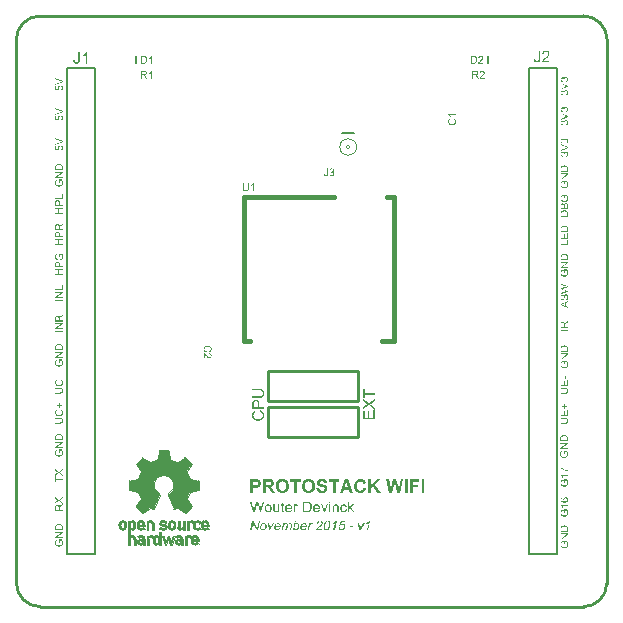
<source format=gto>
G04 Layer_Color=15132400*
%FSLAX23Y23*%
%MOIN*%
G70*
G01*
G75*
%ADD16C,0.015*%
%ADD20C,0.008*%
%ADD23C,0.010*%
%ADD32C,0.004*%
%ADD33C,0.001*%
%ADD34C,0.008*%
G36*
X155Y1445D02*
X135Y1432D01*
X155D01*
Y1429D01*
X129D01*
Y1432D01*
X150Y1446D01*
X129D01*
Y1449D01*
X155D01*
Y1445D01*
D02*
G37*
G36*
X143Y1476D02*
X143D01*
X144Y1476D01*
X145Y1476D01*
X145Y1475D01*
X146Y1475D01*
X147Y1475D01*
X147D01*
X147Y1475D01*
X147Y1475D01*
X148Y1475D01*
X148Y1475D01*
X149Y1475D01*
X149Y1474D01*
X150Y1474D01*
X150Y1474D01*
X151Y1473D01*
X151Y1473D01*
X151Y1473D01*
X151Y1473D01*
X152Y1473D01*
X152Y1472D01*
X153Y1472D01*
X153Y1471D01*
X153Y1471D01*
X153Y1471D01*
X153Y1471D01*
X154Y1470D01*
X154Y1470D01*
X154Y1470D01*
X154Y1469D01*
X154Y1469D01*
X155Y1468D01*
Y1468D01*
Y1468D01*
X155Y1468D01*
X155Y1468D01*
X155Y1467D01*
X155Y1467D01*
X155Y1466D01*
X155Y1465D01*
X155Y1465D01*
X155Y1464D01*
Y1455D01*
X129D01*
Y1463D01*
Y1463D01*
Y1463D01*
Y1464D01*
Y1464D01*
Y1464D01*
Y1464D01*
X129Y1465D01*
X129Y1466D01*
X130Y1467D01*
X130Y1467D01*
X130Y1468D01*
Y1468D01*
X130Y1468D01*
Y1468D01*
X130Y1468D01*
X130Y1469D01*
X130Y1469D01*
X130Y1470D01*
X131Y1470D01*
X131Y1471D01*
X132Y1472D01*
X132Y1472D01*
X132Y1472D01*
X132Y1472D01*
X132Y1472D01*
X132Y1472D01*
X133Y1473D01*
X133Y1473D01*
X134Y1474D01*
X135Y1474D01*
X136Y1475D01*
X136D01*
X136Y1475D01*
X136Y1475D01*
X136Y1475D01*
X137Y1475D01*
X137Y1475D01*
X137Y1475D01*
X138Y1475D01*
X138Y1475D01*
X139Y1475D01*
X140Y1476D01*
X141Y1476D01*
X142Y1476D01*
X143D01*
X143Y1476D01*
D02*
G37*
G36*
X155Y1327D02*
X143D01*
Y1313D01*
X155D01*
Y1310D01*
X129D01*
Y1313D01*
X140D01*
Y1327D01*
X129D01*
Y1330D01*
X155D01*
Y1327D01*
D02*
G37*
G36*
X147Y1537D02*
X147Y1537D01*
X148Y1537D01*
X148Y1537D01*
X148Y1537D01*
X149Y1537D01*
X150Y1536D01*
X151Y1536D01*
X151Y1536D01*
X152Y1535D01*
X152Y1535D01*
X152Y1535D01*
X152Y1535D01*
X153Y1535D01*
X153Y1535D01*
X153Y1534D01*
X153Y1534D01*
X154Y1534D01*
X154Y1533D01*
X154Y1533D01*
X154Y1532D01*
X155Y1532D01*
X155Y1531D01*
X155Y1530D01*
X155Y1530D01*
X155Y1529D01*
X155Y1528D01*
Y1528D01*
Y1528D01*
Y1528D01*
X155Y1528D01*
X155Y1527D01*
X155Y1527D01*
X155Y1527D01*
X155Y1526D01*
X155Y1525D01*
X155Y1524D01*
X154Y1524D01*
X154Y1523D01*
X154Y1523D01*
X154Y1522D01*
X153Y1522D01*
X153Y1522D01*
X153Y1522D01*
X153Y1522D01*
X153Y1522D01*
X153Y1522D01*
X152Y1522D01*
X152Y1521D01*
X152Y1521D01*
X151Y1521D01*
X150Y1521D01*
X149Y1520D01*
X149Y1520D01*
X148Y1520D01*
X148Y1523D01*
X148D01*
X148Y1523D01*
X148Y1523D01*
X149Y1523D01*
X149Y1524D01*
X150Y1524D01*
X151Y1524D01*
X151Y1525D01*
X152Y1525D01*
X152Y1525D01*
X152Y1525D01*
X152Y1525D01*
X152Y1526D01*
X152Y1526D01*
X153Y1527D01*
X153Y1528D01*
X153Y1528D01*
Y1528D01*
Y1528D01*
Y1528D01*
X153Y1529D01*
X153Y1529D01*
X153Y1530D01*
X152Y1530D01*
X152Y1531D01*
X152Y1531D01*
X151Y1532D01*
X151Y1532D01*
X151Y1532D01*
X151Y1532D01*
X151Y1532D01*
X151Y1532D01*
X150Y1533D01*
X150Y1533D01*
X149Y1533D01*
X149Y1533D01*
X148Y1534D01*
X147Y1534D01*
X146D01*
X146Y1534D01*
X146D01*
X146Y1534D01*
X145Y1533D01*
X144Y1533D01*
X144Y1533D01*
X143Y1533D01*
X142Y1532D01*
X142D01*
X142Y1532D01*
X142Y1532D01*
X142Y1532D01*
X142Y1531D01*
X141Y1531D01*
X141Y1530D01*
X141Y1529D01*
X141Y1529D01*
Y1528D01*
Y1528D01*
Y1528D01*
X141Y1528D01*
X141Y1527D01*
X141Y1527D01*
X141Y1526D01*
X141Y1526D01*
X141Y1525D01*
X142Y1525D01*
X142Y1525D01*
X142Y1525D01*
X142Y1525D01*
X142Y1524D01*
X143Y1524D01*
X143Y1524D01*
X143Y1524D01*
X143Y1521D01*
X130Y1523D01*
Y1536D01*
X133D01*
Y1526D01*
X140Y1524D01*
X140Y1524D01*
X140Y1524D01*
X139Y1524D01*
X139Y1525D01*
X139Y1525D01*
X139Y1525D01*
X139Y1526D01*
X139Y1526D01*
X138Y1527D01*
X138Y1528D01*
X138Y1529D01*
Y1529D01*
Y1529D01*
Y1529D01*
Y1529D01*
X138Y1530D01*
X138Y1530D01*
X138Y1530D01*
X138Y1531D01*
X138Y1531D01*
X139Y1532D01*
X139Y1532D01*
X139Y1533D01*
X139Y1533D01*
X140Y1534D01*
X140Y1534D01*
X140Y1535D01*
X140Y1535D01*
X140Y1535D01*
X141Y1535D01*
X141Y1535D01*
X141Y1535D01*
X141Y1535D01*
X142Y1536D01*
X142Y1536D01*
X142Y1536D01*
X143Y1536D01*
X143Y1536D01*
X144Y1537D01*
X144Y1537D01*
X145Y1537D01*
X146Y1537D01*
X146Y1537D01*
X147D01*
X147Y1537D01*
D02*
G37*
G36*
X155Y1552D02*
Y1548D01*
X129Y1539D01*
Y1542D01*
X148Y1549D01*
X148D01*
X148Y1549D01*
X148Y1549D01*
X148Y1549D01*
X149Y1549D01*
X149Y1549D01*
X149Y1549D01*
X150Y1550D01*
X151Y1550D01*
X152Y1550D01*
X152D01*
X152Y1550D01*
X152Y1550D01*
X152Y1550D01*
X151Y1550D01*
X151Y1551D01*
X150Y1551D01*
X150Y1551D01*
X149Y1551D01*
X148Y1552D01*
X129Y1559D01*
Y1562D01*
X155Y1552D01*
D02*
G37*
G36*
X151Y1424D02*
X152Y1424D01*
X152Y1423D01*
X152Y1423D01*
X152Y1423D01*
X152Y1423D01*
X152Y1422D01*
X153Y1422D01*
X153Y1421D01*
X154Y1420D01*
X154Y1420D01*
X154Y1419D01*
Y1418D01*
X154Y1418D01*
X155Y1418D01*
X155Y1418D01*
X155Y1418D01*
X155Y1418D01*
X155Y1417D01*
X155Y1417D01*
X155Y1416D01*
X155Y1415D01*
X155Y1414D01*
X155Y1413D01*
Y1413D01*
Y1413D01*
Y1413D01*
X155Y1412D01*
Y1412D01*
X155Y1412D01*
X155Y1411D01*
X155Y1411D01*
X155Y1410D01*
X155Y1409D01*
X154Y1407D01*
X154Y1407D01*
X154Y1406D01*
X154Y1406D01*
X154Y1406D01*
X154Y1406D01*
X154Y1406D01*
X153Y1405D01*
X153Y1405D01*
X153Y1404D01*
X152Y1404D01*
X151Y1403D01*
X150Y1402D01*
X149Y1402D01*
X149D01*
X149Y1401D01*
X149Y1401D01*
X149Y1401D01*
X148Y1401D01*
X148Y1401D01*
X148Y1401D01*
X147Y1401D01*
X147Y1401D01*
X146Y1400D01*
X146Y1400D01*
X145Y1400D01*
X144Y1400D01*
X142Y1400D01*
X142D01*
X142Y1400D01*
X141D01*
X141Y1400D01*
X141Y1400D01*
X140Y1400D01*
X140Y1400D01*
X139Y1400D01*
X138Y1401D01*
X137Y1401D01*
X135Y1402D01*
X135Y1402D01*
X135Y1402D01*
X135Y1402D01*
X135Y1402D01*
X135Y1402D01*
X134Y1402D01*
X134Y1403D01*
X133Y1403D01*
X132Y1404D01*
X131Y1405D01*
X131Y1406D01*
X131Y1406D01*
X131Y1406D01*
X130Y1406D01*
X130Y1406D01*
X130Y1407D01*
X130Y1407D01*
X130Y1407D01*
X130Y1408D01*
X130Y1408D01*
X130Y1408D01*
X129Y1409D01*
X129Y1410D01*
X129Y1410D01*
X129Y1411D01*
X129Y1412D01*
Y1413D01*
Y1413D01*
Y1413D01*
Y1413D01*
Y1413D01*
X129Y1414D01*
Y1414D01*
X129Y1415D01*
X129Y1415D01*
X129Y1416D01*
X130Y1417D01*
X130Y1418D01*
Y1418D01*
X130Y1418D01*
X130Y1418D01*
X130Y1418D01*
X130Y1419D01*
X131Y1419D01*
X131Y1420D01*
X131Y1420D01*
X132Y1421D01*
X132Y1421D01*
X132Y1421D01*
X133Y1422D01*
X133Y1422D01*
X134Y1422D01*
X134Y1422D01*
X135Y1423D01*
X136Y1423D01*
X137Y1423D01*
X137Y1420D01*
X137D01*
X137Y1420D01*
X137Y1420D01*
X137Y1420D01*
X137Y1420D01*
X136Y1420D01*
X136Y1420D01*
X135Y1419D01*
X135Y1419D01*
X134Y1419D01*
X134Y1419D01*
X134Y1419D01*
X134Y1418D01*
X134Y1418D01*
X133Y1418D01*
X133Y1417D01*
X133Y1417D01*
X133Y1416D01*
X133Y1416D01*
X132Y1416D01*
X132Y1416D01*
X132Y1415D01*
X132Y1415D01*
X132Y1414D01*
X132Y1414D01*
X132Y1413D01*
Y1413D01*
Y1413D01*
Y1413D01*
Y1412D01*
X132Y1412D01*
Y1412D01*
X132Y1411D01*
X132Y1411D01*
X132Y1410D01*
X132Y1409D01*
X133Y1409D01*
X133Y1409D01*
X133Y1409D01*
X133Y1408D01*
X133Y1408D01*
X133Y1407D01*
X134Y1407D01*
X134Y1406D01*
X134Y1406D01*
X134Y1406D01*
X135Y1406D01*
X135Y1406D01*
X135Y1405D01*
X136Y1405D01*
X136Y1405D01*
X136Y1405D01*
X137Y1404D01*
X137D01*
X137Y1404D01*
X137Y1404D01*
X137Y1404D01*
X138Y1404D01*
X138Y1404D01*
X138Y1404D01*
X138Y1404D01*
X139Y1404D01*
X140Y1404D01*
X141Y1404D01*
X142Y1403D01*
X142D01*
X143Y1404D01*
X143D01*
X143Y1404D01*
X144Y1404D01*
X144Y1404D01*
X145Y1404D01*
X146Y1404D01*
X147Y1404D01*
X148Y1405D01*
X148D01*
X148Y1405D01*
X148Y1405D01*
X148Y1405D01*
X149Y1405D01*
X149Y1406D01*
X150Y1406D01*
X150Y1407D01*
X151Y1407D01*
X151Y1408D01*
Y1408D01*
X151Y1408D01*
X151Y1408D01*
X151Y1408D01*
X152Y1409D01*
X152Y1409D01*
X152Y1410D01*
X152Y1410D01*
X152Y1411D01*
X152Y1412D01*
X152Y1413D01*
Y1413D01*
Y1413D01*
Y1413D01*
Y1413D01*
X152Y1413D01*
Y1414D01*
X152Y1414D01*
X152Y1415D01*
X152Y1416D01*
X152Y1416D01*
X152Y1417D01*
Y1417D01*
X152Y1417D01*
X152Y1417D01*
X151Y1418D01*
X151Y1418D01*
X151Y1418D01*
X151Y1419D01*
X150Y1419D01*
X150Y1420D01*
X150Y1420D01*
X145D01*
Y1413D01*
X142D01*
Y1424D01*
X151D01*
X151Y1424D01*
D02*
G37*
G36*
X137Y1355D02*
X138Y1355D01*
X138Y1355D01*
X138Y1355D01*
X139Y1355D01*
X140Y1355D01*
X140Y1355D01*
X141Y1354D01*
X141Y1354D01*
X141Y1354D01*
X142Y1354D01*
X142Y1353D01*
X142Y1353D01*
X142Y1353D01*
X143Y1353D01*
X143Y1353D01*
X143Y1353D01*
X143Y1352D01*
X143Y1352D01*
X143Y1351D01*
X144Y1351D01*
X144Y1350D01*
X144Y1350D01*
X144Y1349D01*
X144Y1348D01*
X144Y1348D01*
X145Y1347D01*
X145Y1346D01*
Y1339D01*
X155D01*
Y1336D01*
X129D01*
Y1345D01*
Y1345D01*
Y1345D01*
Y1346D01*
Y1346D01*
Y1346D01*
Y1346D01*
X129Y1347D01*
X129Y1347D01*
X130Y1348D01*
X130Y1349D01*
X130Y1349D01*
Y1349D01*
Y1349D01*
X130Y1350D01*
X130Y1350D01*
X130Y1350D01*
X130Y1351D01*
X130Y1351D01*
X131Y1352D01*
X131Y1352D01*
X131Y1352D01*
X131Y1353D01*
X131Y1353D01*
X132Y1353D01*
X132Y1353D01*
X132Y1354D01*
X133Y1354D01*
X133Y1354D01*
X133Y1355D01*
X134Y1355D01*
X134Y1355D01*
X134Y1355D01*
X135Y1355D01*
X135Y1355D01*
X136Y1355D01*
X137Y1355D01*
X137D01*
X137Y1355D01*
D02*
G37*
G36*
X155Y1273D02*
X150Y1270D01*
X150D01*
X150Y1269D01*
X149Y1269D01*
X149Y1269D01*
X149Y1269D01*
X148Y1269D01*
X148Y1268D01*
X147Y1268D01*
X147Y1267D01*
X146Y1267D01*
X146Y1267D01*
X146Y1267D01*
X146Y1267D01*
X145Y1266D01*
X145Y1266D01*
X145Y1266D01*
X144Y1265D01*
X144Y1265D01*
X144Y1265D01*
X144Y1265D01*
X144Y1265D01*
X144Y1265D01*
X144Y1264D01*
X144Y1264D01*
Y1264D01*
X144Y1264D01*
Y1264D01*
X144Y1263D01*
X144Y1263D01*
Y1263D01*
X144Y1262D01*
Y1262D01*
Y1258D01*
X155D01*
Y1255D01*
X129D01*
Y1266D01*
Y1266D01*
Y1266D01*
Y1266D01*
Y1266D01*
X129Y1267D01*
Y1267D01*
X129Y1268D01*
X130Y1269D01*
X130Y1270D01*
X130Y1270D01*
X130Y1271D01*
X130Y1271D01*
Y1271D01*
X130Y1271D01*
X130Y1271D01*
X130Y1272D01*
X131Y1272D01*
X131Y1273D01*
X131Y1273D01*
X132Y1274D01*
X133Y1274D01*
X133D01*
X133Y1274D01*
X133Y1274D01*
X133Y1274D01*
X134Y1275D01*
X134Y1275D01*
X135Y1275D01*
X136Y1275D01*
X136Y1275D01*
X137D01*
X137Y1275D01*
X137D01*
X137Y1275D01*
X138Y1275D01*
X139Y1275D01*
X139Y1274D01*
X140Y1274D01*
X141Y1274D01*
X141Y1273D01*
X141Y1273D01*
X141Y1273D01*
X141Y1273D01*
X141Y1273D01*
X141Y1273D01*
X142Y1273D01*
X142Y1272D01*
X142Y1272D01*
X142Y1272D01*
X142Y1271D01*
X143Y1271D01*
X143Y1270D01*
X143Y1270D01*
X143Y1269D01*
X143Y1269D01*
X143Y1268D01*
X143Y1268D01*
X143Y1268D01*
X144Y1268D01*
X144Y1269D01*
X144Y1269D01*
X144Y1270D01*
X145Y1270D01*
X145Y1270D01*
X145Y1270D01*
X145Y1270D01*
X146Y1271D01*
X146Y1271D01*
X147Y1272D01*
X147Y1272D01*
X148Y1273D01*
X155Y1277D01*
Y1273D01*
D02*
G37*
G36*
Y1122D02*
X143D01*
Y1108D01*
X155D01*
Y1105D01*
X129D01*
Y1108D01*
X140D01*
Y1122D01*
X129D01*
Y1125D01*
X155D01*
Y1122D01*
D02*
G37*
G36*
X137Y1150D02*
X138Y1150D01*
X138Y1150D01*
X138Y1150D01*
X139Y1150D01*
X140Y1150D01*
X140Y1150D01*
X141Y1149D01*
X141Y1149D01*
X141Y1149D01*
X142Y1149D01*
X142Y1148D01*
X142Y1148D01*
X142Y1148D01*
X143Y1148D01*
X143Y1148D01*
X143Y1148D01*
X143Y1147D01*
X143Y1147D01*
X143Y1146D01*
X144Y1146D01*
X144Y1145D01*
X144Y1145D01*
X144Y1144D01*
X144Y1143D01*
X144Y1143D01*
X145Y1142D01*
X145Y1141D01*
Y1134D01*
X155D01*
Y1131D01*
X129D01*
Y1140D01*
Y1140D01*
Y1140D01*
Y1141D01*
Y1141D01*
Y1141D01*
Y1141D01*
X129Y1142D01*
X129Y1142D01*
X130Y1143D01*
X130Y1144D01*
X130Y1144D01*
Y1144D01*
Y1144D01*
X130Y1145D01*
X130Y1145D01*
X130Y1145D01*
X130Y1146D01*
X130Y1146D01*
X131Y1147D01*
X131Y1147D01*
X131Y1147D01*
X131Y1148D01*
X131Y1148D01*
X132Y1148D01*
X132Y1148D01*
X132Y1149D01*
X133Y1149D01*
X133Y1149D01*
X133Y1150D01*
X134Y1150D01*
X134Y1150D01*
X134Y1150D01*
X135Y1150D01*
X135Y1150D01*
X136Y1150D01*
X137Y1150D01*
X137D01*
X137Y1150D01*
D02*
G37*
G36*
X155Y1359D02*
X129D01*
Y1363D01*
X152D01*
Y1375D01*
X155D01*
Y1359D01*
D02*
G37*
G36*
Y1222D02*
X143D01*
Y1208D01*
X155D01*
Y1205D01*
X129D01*
Y1208D01*
X140D01*
Y1222D01*
X129D01*
Y1225D01*
X155D01*
Y1222D01*
D02*
G37*
G36*
X137Y1250D02*
X138Y1250D01*
X138Y1250D01*
X138Y1250D01*
X139Y1250D01*
X140Y1250D01*
X140Y1250D01*
X141Y1249D01*
X141Y1249D01*
X141Y1249D01*
X142Y1249D01*
X142Y1248D01*
X142Y1248D01*
X142Y1248D01*
X143Y1248D01*
X143Y1248D01*
X143Y1248D01*
X143Y1247D01*
X143Y1247D01*
X143Y1246D01*
X144Y1246D01*
X144Y1245D01*
X144Y1245D01*
X144Y1244D01*
X144Y1243D01*
X144Y1243D01*
X145Y1242D01*
X145Y1241D01*
Y1234D01*
X155D01*
Y1231D01*
X129D01*
Y1240D01*
Y1240D01*
Y1240D01*
Y1241D01*
Y1241D01*
Y1241D01*
Y1241D01*
X129Y1242D01*
X129Y1242D01*
X130Y1243D01*
X130Y1244D01*
X130Y1244D01*
Y1244D01*
Y1244D01*
X130Y1245D01*
X130Y1245D01*
X130Y1245D01*
X130Y1246D01*
X130Y1246D01*
X131Y1247D01*
X131Y1247D01*
X131Y1247D01*
X131Y1248D01*
X131Y1248D01*
X132Y1248D01*
X132Y1248D01*
X132Y1249D01*
X133Y1249D01*
X133Y1249D01*
X133Y1250D01*
X134Y1250D01*
X134Y1250D01*
X134Y1250D01*
X135Y1250D01*
X135Y1250D01*
X136Y1250D01*
X137Y1250D01*
X137D01*
X137Y1250D01*
D02*
G37*
G36*
X211Y1822D02*
Y1822D01*
Y1822D01*
Y1822D01*
Y1821D01*
X211Y1821D01*
Y1821D01*
X211Y1819D01*
X211Y1818D01*
X211Y1817D01*
X210Y1816D01*
X210Y1815D01*
Y1815D01*
X210Y1815D01*
X210Y1814D01*
X210Y1814D01*
X209Y1813D01*
X209Y1813D01*
X208Y1812D01*
X207Y1811D01*
X206Y1811D01*
X206Y1811D01*
X206Y1810D01*
X205Y1810D01*
X205Y1810D01*
X204Y1810D01*
X203Y1810D01*
X202Y1809D01*
X200Y1809D01*
X200D01*
X200Y1809D01*
X199Y1809D01*
X199Y1810D01*
X198Y1810D01*
X196Y1810D01*
X195Y1811D01*
X194Y1811D01*
X194Y1811D01*
X193Y1812D01*
X193Y1812D01*
X193Y1812D01*
X193Y1812D01*
X192Y1813D01*
X192Y1813D01*
X192Y1813D01*
X192Y1813D01*
X192Y1814D01*
X191Y1814D01*
X191Y1815D01*
X191Y1816D01*
X191Y1816D01*
X190Y1817D01*
X190Y1818D01*
X190Y1819D01*
X190Y1820D01*
Y1821D01*
X195Y1821D01*
Y1821D01*
Y1821D01*
Y1821D01*
X195Y1821D01*
X195Y1820D01*
Y1820D01*
X195Y1819D01*
X195Y1818D01*
X195Y1817D01*
X196Y1816D01*
X196Y1816D01*
X196Y1815D01*
X196Y1815D01*
X197Y1815D01*
X197Y1815D01*
X197Y1815D01*
X198Y1814D01*
X199Y1814D01*
X199Y1814D01*
X200Y1814D01*
X201D01*
X201Y1814D01*
X202Y1814D01*
X202Y1814D01*
X203Y1814D01*
X203Y1814D01*
X204Y1815D01*
X204Y1815D01*
X204Y1815D01*
X204Y1815D01*
X204Y1815D01*
X205Y1816D01*
X205Y1816D01*
X205Y1817D01*
X206Y1817D01*
Y1817D01*
X206Y1817D01*
X206Y1818D01*
X206Y1818D01*
X206Y1819D01*
X206Y1820D01*
X206Y1821D01*
Y1822D01*
Y1848D01*
X211D01*
Y1822D01*
D02*
G37*
G36*
X1766Y1854D02*
X1767Y1853D01*
X1767Y1853D01*
X1768Y1853D01*
X1769Y1853D01*
X1770Y1853D01*
X1771Y1852D01*
X1772Y1852D01*
X1773Y1852D01*
X1774Y1851D01*
X1774Y1850D01*
X1774Y1850D01*
X1774Y1850D01*
X1774Y1850D01*
X1775Y1850D01*
X1775Y1850D01*
X1775Y1849D01*
X1775Y1849D01*
X1776Y1848D01*
X1776Y1847D01*
X1777Y1846D01*
X1777Y1845D01*
X1777Y1845D01*
X1777Y1844D01*
X1777Y1843D01*
Y1843D01*
Y1843D01*
X1777Y1842D01*
X1777Y1841D01*
X1777Y1841D01*
X1777Y1840D01*
X1777Y1839D01*
X1776Y1838D01*
X1776Y1838D01*
X1776Y1838D01*
X1776Y1838D01*
X1776Y1837D01*
X1775Y1836D01*
X1775Y1835D01*
X1774Y1835D01*
X1773Y1834D01*
X1773Y1834D01*
X1773Y1833D01*
X1773Y1833D01*
X1772Y1833D01*
X1772Y1832D01*
X1772Y1832D01*
X1771Y1831D01*
X1771Y1831D01*
X1770Y1830D01*
X1769Y1830D01*
X1769Y1829D01*
X1768Y1828D01*
X1767Y1828D01*
X1766Y1827D01*
X1766Y1827D01*
X1766Y1827D01*
X1766Y1827D01*
X1765Y1826D01*
X1765Y1826D01*
X1765Y1826D01*
X1764Y1825D01*
X1763Y1824D01*
X1762Y1823D01*
X1761Y1823D01*
X1761Y1822D01*
X1761Y1822D01*
X1760Y1822D01*
X1760Y1822D01*
X1760Y1822D01*
X1760Y1821D01*
X1760Y1821D01*
X1759Y1820D01*
X1759Y1820D01*
X1777D01*
Y1815D01*
X1752D01*
Y1815D01*
Y1815D01*
Y1816D01*
X1752Y1816D01*
X1752Y1817D01*
X1752Y1817D01*
X1752Y1818D01*
X1753Y1818D01*
Y1818D01*
X1753Y1818D01*
X1753Y1819D01*
X1753Y1819D01*
X1753Y1820D01*
X1754Y1821D01*
X1754Y1822D01*
X1755Y1822D01*
X1756Y1823D01*
Y1823D01*
X1756Y1823D01*
X1756Y1824D01*
X1757Y1824D01*
X1757Y1825D01*
X1758Y1826D01*
X1759Y1827D01*
X1760Y1828D01*
X1762Y1829D01*
X1762Y1829D01*
X1762Y1829D01*
X1762Y1830D01*
X1763Y1830D01*
X1763Y1830D01*
X1764Y1831D01*
X1765Y1831D01*
X1765Y1832D01*
X1767Y1833D01*
X1768Y1835D01*
X1769Y1835D01*
X1769Y1836D01*
X1770Y1837D01*
X1770Y1837D01*
Y1837D01*
X1770Y1837D01*
X1771Y1838D01*
X1771Y1838D01*
X1771Y1838D01*
X1771Y1839D01*
X1772Y1840D01*
X1772Y1841D01*
X1772Y1842D01*
X1773Y1843D01*
Y1843D01*
Y1843D01*
X1773Y1843D01*
X1772Y1844D01*
X1772Y1845D01*
X1772Y1845D01*
X1772Y1846D01*
X1771Y1847D01*
X1771Y1848D01*
X1770Y1848D01*
X1770Y1848D01*
X1770Y1848D01*
X1769Y1849D01*
X1768Y1849D01*
X1767Y1849D01*
X1766Y1850D01*
X1765Y1850D01*
X1765D01*
X1765Y1850D01*
X1764Y1850D01*
X1763Y1849D01*
X1762Y1849D01*
X1761Y1849D01*
X1761Y1848D01*
X1760Y1848D01*
X1760Y1848D01*
X1759Y1847D01*
X1759Y1847D01*
X1759Y1846D01*
X1758Y1845D01*
X1758Y1844D01*
X1758Y1843D01*
X1758Y1842D01*
X1753Y1842D01*
Y1843D01*
X1753Y1843D01*
Y1843D01*
X1753Y1843D01*
X1753Y1844D01*
X1753Y1844D01*
X1753Y1845D01*
X1754Y1846D01*
X1754Y1847D01*
X1755Y1848D01*
X1755Y1849D01*
X1756Y1850D01*
X1756Y1850D01*
X1757Y1851D01*
X1757Y1851D01*
X1757Y1851D01*
X1757Y1851D01*
X1757Y1851D01*
X1758Y1851D01*
X1758Y1852D01*
X1758Y1852D01*
X1759Y1852D01*
X1760Y1852D01*
X1760Y1853D01*
X1761Y1853D01*
X1762Y1853D01*
X1763Y1853D01*
X1763Y1853D01*
X1764Y1854D01*
X1765Y1854D01*
X1766D01*
X1766Y1854D01*
D02*
G37*
G36*
X1746Y1827D02*
Y1827D01*
Y1827D01*
Y1827D01*
Y1826D01*
X1746Y1826D01*
Y1826D01*
X1746Y1824D01*
X1746Y1823D01*
X1746Y1822D01*
X1745Y1821D01*
X1745Y1820D01*
Y1820D01*
X1745Y1820D01*
X1745Y1819D01*
X1745Y1819D01*
X1744Y1818D01*
X1744Y1818D01*
X1743Y1817D01*
X1742Y1816D01*
X1741Y1816D01*
X1741Y1816D01*
X1741Y1815D01*
X1740Y1815D01*
X1740Y1815D01*
X1739Y1815D01*
X1738Y1815D01*
X1737Y1814D01*
X1735Y1814D01*
X1735D01*
X1735Y1814D01*
X1734Y1814D01*
X1734Y1815D01*
X1733Y1815D01*
X1731Y1815D01*
X1730Y1816D01*
X1729Y1816D01*
X1729Y1816D01*
X1728Y1817D01*
X1728Y1817D01*
X1728Y1817D01*
X1728Y1817D01*
X1727Y1818D01*
X1727Y1818D01*
X1727Y1818D01*
X1727Y1818D01*
X1727Y1819D01*
X1726Y1819D01*
X1726Y1820D01*
X1726Y1821D01*
X1726Y1821D01*
X1725Y1822D01*
X1725Y1823D01*
X1725Y1824D01*
X1725Y1825D01*
Y1826D01*
X1730Y1826D01*
Y1826D01*
Y1826D01*
Y1826D01*
X1730Y1826D01*
X1730Y1825D01*
Y1825D01*
X1730Y1824D01*
X1730Y1823D01*
X1730Y1822D01*
X1731Y1821D01*
X1731Y1821D01*
X1731Y1820D01*
X1731Y1820D01*
X1732Y1820D01*
X1732Y1820D01*
X1732Y1820D01*
X1733Y1819D01*
X1734Y1819D01*
X1734Y1819D01*
X1735Y1819D01*
X1736D01*
X1736Y1819D01*
X1737Y1819D01*
X1737Y1819D01*
X1738Y1819D01*
X1738Y1819D01*
X1739Y1820D01*
X1739Y1820D01*
X1739Y1820D01*
X1739Y1820D01*
X1739Y1820D01*
X1740Y1821D01*
X1740Y1821D01*
X1740Y1822D01*
X1741Y1822D01*
Y1822D01*
X1741Y1822D01*
X1741Y1823D01*
X1741Y1823D01*
X1741Y1824D01*
X1741Y1825D01*
X1741Y1826D01*
Y1827D01*
Y1853D01*
X1746D01*
Y1827D01*
D02*
G37*
G36*
X791Y1385D02*
X788D01*
Y1405D01*
X788Y1405D01*
X788Y1405D01*
X788Y1405D01*
X787Y1404D01*
X787Y1404D01*
X786Y1404D01*
X786Y1403D01*
X785Y1403D01*
X785D01*
X785Y1403D01*
X785Y1403D01*
X785Y1402D01*
X784Y1402D01*
X784Y1402D01*
X783Y1402D01*
X782Y1401D01*
X782Y1401D01*
Y1404D01*
X782D01*
X782Y1404D01*
X782Y1404D01*
X782Y1404D01*
X783Y1405D01*
X783Y1405D01*
X783Y1405D01*
X784Y1406D01*
X785Y1406D01*
X786Y1407D01*
X786Y1407D01*
X787Y1407D01*
X787Y1407D01*
X787Y1407D01*
X787Y1408D01*
X787Y1408D01*
X788Y1408D01*
X788Y1409D01*
X789Y1409D01*
X789Y1410D01*
X789Y1411D01*
X791D01*
Y1385D01*
D02*
G37*
G36*
X775Y1396D02*
Y1396D01*
Y1396D01*
Y1395D01*
Y1395D01*
X775Y1395D01*
Y1394D01*
X775Y1394D01*
X775Y1394D01*
X775Y1393D01*
X775Y1392D01*
X775Y1391D01*
X774Y1390D01*
X774Y1390D01*
Y1390D01*
X774Y1390D01*
X774Y1389D01*
X774Y1389D01*
X774Y1389D01*
X774Y1388D01*
X773Y1388D01*
X773Y1387D01*
X772Y1387D01*
X771Y1386D01*
X771D01*
X771Y1386D01*
X771Y1386D01*
X771Y1386D01*
X770Y1386D01*
X770Y1386D01*
X770Y1385D01*
X769Y1385D01*
X769Y1385D01*
X769Y1385D01*
X768Y1385D01*
X768Y1385D01*
X767Y1385D01*
X766Y1385D01*
X765Y1385D01*
X765D01*
X765Y1385D01*
X764D01*
X764Y1385D01*
X763Y1385D01*
X763Y1385D01*
X762Y1385D01*
X761Y1385D01*
X760Y1385D01*
X759Y1386D01*
X759D01*
X759Y1386D01*
X759Y1386D01*
X759Y1386D01*
X758Y1386D01*
X758Y1387D01*
X757Y1387D01*
X757Y1388D01*
X756Y1389D01*
X756Y1389D01*
Y1389D01*
X756Y1389D01*
X756Y1390D01*
X756Y1390D01*
X756Y1390D01*
X756Y1390D01*
X756Y1391D01*
X755Y1391D01*
X755Y1392D01*
X755Y1392D01*
X755Y1393D01*
X755Y1393D01*
X755Y1394D01*
X755Y1394D01*
X755Y1395D01*
Y1396D01*
Y1411D01*
X758D01*
Y1396D01*
Y1396D01*
Y1396D01*
Y1395D01*
Y1395D01*
X758Y1395D01*
Y1395D01*
X758Y1394D01*
X759Y1393D01*
X759Y1392D01*
X759Y1392D01*
X759Y1391D01*
X759Y1391D01*
X759Y1391D01*
X759Y1391D01*
X759Y1390D01*
X760Y1390D01*
X760Y1390D01*
X760Y1389D01*
X761Y1389D01*
X761Y1388D01*
X761Y1388D01*
X761Y1388D01*
X762Y1388D01*
X762Y1388D01*
X763Y1388D01*
X763Y1388D01*
X764Y1388D01*
X765Y1388D01*
X765D01*
X765Y1388D01*
X766D01*
X766Y1388D01*
X767Y1388D01*
X768Y1388D01*
X769Y1388D01*
X769Y1389D01*
X770Y1389D01*
X770Y1389D01*
X770Y1389D01*
X770Y1389D01*
X770Y1389D01*
X770Y1390D01*
X771Y1390D01*
X771Y1390D01*
X771Y1390D01*
X771Y1391D01*
X771Y1391D01*
X771Y1392D01*
X771Y1392D01*
X771Y1393D01*
X772Y1393D01*
X772Y1394D01*
X772Y1395D01*
Y1396D01*
Y1411D01*
X775D01*
Y1396D01*
D02*
G37*
G36*
X235Y1810D02*
X231D01*
Y1840D01*
X231Y1840D01*
X230Y1840D01*
X230Y1839D01*
X229Y1839D01*
X229Y1839D01*
X228Y1838D01*
X227Y1837D01*
X226Y1837D01*
X226D01*
X226Y1837D01*
X226Y1836D01*
X225Y1836D01*
X225Y1836D01*
X224Y1835D01*
X223Y1835D01*
X222Y1835D01*
X221Y1834D01*
Y1839D01*
X221D01*
X221Y1839D01*
X222Y1839D01*
X222Y1839D01*
X222Y1839D01*
X223Y1840D01*
X224Y1840D01*
X225Y1841D01*
X226Y1842D01*
X227Y1842D01*
X228Y1843D01*
X228Y1843D01*
X228Y1844D01*
X228Y1844D01*
X229Y1844D01*
X229Y1844D01*
X230Y1845D01*
X230Y1846D01*
X231Y1847D01*
X232Y1848D01*
X232Y1849D01*
X235D01*
Y1810D01*
D02*
G37*
G36*
X151Y524D02*
X152Y524D01*
X152Y523D01*
X152Y523D01*
X152Y523D01*
X152Y523D01*
X152Y522D01*
X153Y522D01*
X153Y521D01*
X154Y520D01*
X154Y520D01*
X154Y519D01*
Y518D01*
X154Y518D01*
X155Y518D01*
X155Y518D01*
X155Y518D01*
X155Y518D01*
X155Y517D01*
X155Y517D01*
X155Y516D01*
X155Y515D01*
X155Y514D01*
X155Y513D01*
Y513D01*
Y513D01*
Y513D01*
X155Y512D01*
Y512D01*
X155Y512D01*
X155Y511D01*
X155Y511D01*
X155Y510D01*
X155Y509D01*
X154Y507D01*
X154Y507D01*
X154Y506D01*
X154Y506D01*
X154Y506D01*
X154Y506D01*
X154Y506D01*
X153Y505D01*
X153Y505D01*
X153Y504D01*
X152Y504D01*
X151Y503D01*
X150Y502D01*
X149Y502D01*
X149D01*
X149Y501D01*
X149Y501D01*
X149Y501D01*
X148Y501D01*
X148Y501D01*
X148Y501D01*
X147Y501D01*
X147Y501D01*
X146Y500D01*
X146Y500D01*
X145Y500D01*
X144Y500D01*
X142Y500D01*
X142D01*
X142Y500D01*
X141D01*
X141Y500D01*
X141Y500D01*
X140Y500D01*
X140Y500D01*
X139Y500D01*
X138Y501D01*
X137Y501D01*
X135Y502D01*
X135Y502D01*
X135Y502D01*
X135Y502D01*
X135Y502D01*
X135Y502D01*
X134Y502D01*
X134Y503D01*
X133Y503D01*
X132Y504D01*
X131Y505D01*
X131Y506D01*
X131Y506D01*
X131Y506D01*
X130Y506D01*
X130Y506D01*
X130Y507D01*
X130Y507D01*
X130Y507D01*
X130Y508D01*
X130Y508D01*
X130Y508D01*
X129Y509D01*
X129Y510D01*
X129Y510D01*
X129Y511D01*
X129Y512D01*
Y513D01*
Y513D01*
Y513D01*
Y513D01*
Y513D01*
X129Y514D01*
Y514D01*
X129Y515D01*
X129Y515D01*
X129Y516D01*
X130Y517D01*
X130Y518D01*
Y518D01*
X130Y518D01*
X130Y518D01*
X130Y518D01*
X130Y519D01*
X131Y519D01*
X131Y520D01*
X131Y520D01*
X132Y521D01*
X132Y521D01*
X132Y521D01*
X133Y522D01*
X133Y522D01*
X134Y522D01*
X134Y522D01*
X135Y523D01*
X136Y523D01*
X137Y523D01*
X137Y520D01*
X137D01*
X137Y520D01*
X137Y520D01*
X137Y520D01*
X137Y520D01*
X136Y520D01*
X136Y520D01*
X135Y519D01*
X135Y519D01*
X134Y519D01*
X134Y519D01*
X134Y519D01*
X134Y518D01*
X134Y518D01*
X133Y518D01*
X133Y517D01*
X133Y517D01*
X133Y516D01*
X133Y516D01*
X132Y516D01*
X132Y516D01*
X132Y515D01*
X132Y515D01*
X132Y514D01*
X132Y514D01*
X132Y513D01*
Y513D01*
Y513D01*
Y513D01*
Y512D01*
X132Y512D01*
Y512D01*
X132Y511D01*
X132Y511D01*
X132Y510D01*
X132Y509D01*
X133Y509D01*
X133Y509D01*
X133Y509D01*
X133Y508D01*
X133Y508D01*
X133Y507D01*
X134Y507D01*
X134Y506D01*
X134Y506D01*
X134Y506D01*
X135Y506D01*
X135Y506D01*
X135Y505D01*
X136Y505D01*
X136Y505D01*
X136Y505D01*
X137Y504D01*
X137D01*
X137Y504D01*
X137Y504D01*
X137Y504D01*
X138Y504D01*
X138Y504D01*
X138Y504D01*
X138Y504D01*
X139Y504D01*
X140Y504D01*
X141Y504D01*
X142Y503D01*
X142D01*
X143Y504D01*
X143D01*
X143Y504D01*
X144Y504D01*
X144Y504D01*
X145Y504D01*
X146Y504D01*
X147Y504D01*
X148Y505D01*
X148D01*
X148Y505D01*
X148Y505D01*
X148Y505D01*
X149Y505D01*
X149Y506D01*
X150Y506D01*
X150Y507D01*
X151Y507D01*
X151Y508D01*
Y508D01*
X151Y508D01*
X151Y508D01*
X151Y508D01*
X152Y509D01*
X152Y509D01*
X152Y510D01*
X152Y510D01*
X152Y511D01*
X152Y512D01*
X152Y513D01*
Y513D01*
Y513D01*
Y513D01*
Y513D01*
X152Y513D01*
Y514D01*
X152Y514D01*
X152Y515D01*
X152Y516D01*
X152Y516D01*
X152Y517D01*
Y517D01*
X152Y517D01*
X152Y517D01*
X151Y518D01*
X151Y518D01*
X151Y518D01*
X151Y519D01*
X150Y519D01*
X150Y520D01*
X150Y520D01*
X145D01*
Y513D01*
X142D01*
Y524D01*
X151D01*
X151Y524D01*
D02*
G37*
G36*
X155Y1752D02*
Y1748D01*
X129Y1739D01*
Y1742D01*
X148Y1749D01*
X148D01*
X148Y1749D01*
X148Y1749D01*
X148Y1749D01*
X149Y1749D01*
X149Y1749D01*
X149Y1749D01*
X150Y1750D01*
X151Y1750D01*
X152Y1750D01*
X152D01*
X152Y1750D01*
X152Y1750D01*
X152Y1750D01*
X151Y1750D01*
X151Y1751D01*
X150Y1751D01*
X150Y1751D01*
X149Y1751D01*
X148Y1752D01*
X129Y1759D01*
Y1762D01*
X155Y1752D01*
D02*
G37*
G36*
X147Y1637D02*
X147Y1637D01*
X148Y1637D01*
X148Y1637D01*
X148Y1637D01*
X149Y1637D01*
X150Y1636D01*
X151Y1636D01*
X151Y1636D01*
X152Y1635D01*
X152Y1635D01*
X152Y1635D01*
X152Y1635D01*
X153Y1635D01*
X153Y1635D01*
X153Y1634D01*
X153Y1634D01*
X154Y1634D01*
X154Y1633D01*
X154Y1633D01*
X154Y1632D01*
X155Y1632D01*
X155Y1631D01*
X155Y1630D01*
X155Y1630D01*
X155Y1629D01*
X155Y1628D01*
Y1628D01*
Y1628D01*
Y1628D01*
X155Y1628D01*
X155Y1627D01*
X155Y1627D01*
X155Y1627D01*
X155Y1626D01*
X155Y1625D01*
X155Y1624D01*
X154Y1624D01*
X154Y1623D01*
X154Y1623D01*
X154Y1622D01*
X153Y1622D01*
X153Y1622D01*
X153Y1622D01*
X153Y1622D01*
X153Y1622D01*
X153Y1622D01*
X152Y1622D01*
X152Y1621D01*
X152Y1621D01*
X151Y1621D01*
X150Y1621D01*
X149Y1620D01*
X149Y1620D01*
X148Y1620D01*
X148Y1623D01*
X148D01*
X148Y1623D01*
X148Y1623D01*
X149Y1623D01*
X149Y1624D01*
X150Y1624D01*
X151Y1624D01*
X151Y1625D01*
X152Y1625D01*
X152Y1625D01*
X152Y1625D01*
X152Y1625D01*
X152Y1626D01*
X152Y1626D01*
X153Y1627D01*
X153Y1628D01*
X153Y1628D01*
Y1628D01*
Y1628D01*
Y1628D01*
X153Y1629D01*
X153Y1629D01*
X153Y1630D01*
X152Y1630D01*
X152Y1631D01*
X152Y1631D01*
X151Y1632D01*
X151Y1632D01*
X151Y1632D01*
X151Y1632D01*
X151Y1632D01*
X151Y1632D01*
X150Y1633D01*
X150Y1633D01*
X149Y1633D01*
X149Y1633D01*
X148Y1634D01*
X147Y1634D01*
X146D01*
X146Y1634D01*
X146D01*
X146Y1634D01*
X145Y1633D01*
X144Y1633D01*
X144Y1633D01*
X143Y1633D01*
X142Y1632D01*
X142D01*
X142Y1632D01*
X142Y1632D01*
X142Y1632D01*
X142Y1631D01*
X141Y1631D01*
X141Y1630D01*
X141Y1629D01*
X141Y1629D01*
Y1628D01*
Y1628D01*
Y1628D01*
X141Y1628D01*
X141Y1627D01*
X141Y1627D01*
X141Y1626D01*
X141Y1626D01*
X141Y1625D01*
X142Y1625D01*
X142Y1625D01*
X142Y1625D01*
X142Y1625D01*
X142Y1624D01*
X143Y1624D01*
X143Y1624D01*
X143Y1624D01*
X143Y1621D01*
X130Y1623D01*
Y1636D01*
X133D01*
Y1626D01*
X140Y1624D01*
X140Y1624D01*
X140Y1624D01*
X139Y1624D01*
X139Y1625D01*
X139Y1625D01*
X139Y1625D01*
X139Y1626D01*
X139Y1626D01*
X138Y1627D01*
X138Y1628D01*
X138Y1629D01*
Y1629D01*
Y1629D01*
Y1629D01*
Y1629D01*
X138Y1630D01*
X138Y1630D01*
X138Y1630D01*
X138Y1631D01*
X138Y1631D01*
X139Y1632D01*
X139Y1632D01*
X139Y1633D01*
X139Y1633D01*
X140Y1634D01*
X140Y1634D01*
X140Y1635D01*
X140Y1635D01*
X140Y1635D01*
X141Y1635D01*
X141Y1635D01*
X141Y1635D01*
X141Y1635D01*
X142Y1636D01*
X142Y1636D01*
X142Y1636D01*
X143Y1636D01*
X143Y1636D01*
X144Y1637D01*
X144Y1637D01*
X145Y1637D01*
X146Y1637D01*
X146Y1637D01*
X147D01*
X147Y1637D01*
D02*
G37*
G36*
X155Y1652D02*
Y1648D01*
X129Y1639D01*
Y1642D01*
X148Y1649D01*
X148D01*
X148Y1649D01*
X148Y1649D01*
X148Y1649D01*
X149Y1649D01*
X149Y1649D01*
X149Y1649D01*
X150Y1650D01*
X151Y1650D01*
X152Y1650D01*
X152D01*
X152Y1650D01*
X152Y1650D01*
X152Y1650D01*
X151Y1650D01*
X151Y1651D01*
X150Y1651D01*
X150Y1651D01*
X149Y1651D01*
X148Y1652D01*
X129Y1659D01*
Y1662D01*
X155Y1652D01*
D02*
G37*
G36*
Y545D02*
X135Y532D01*
X155D01*
Y529D01*
X129D01*
Y532D01*
X150Y546D01*
X129D01*
Y549D01*
X155D01*
Y545D01*
D02*
G37*
G36*
X143Y576D02*
X143D01*
X144Y576D01*
X145Y576D01*
X145Y575D01*
X146Y575D01*
X147Y575D01*
X147D01*
X147Y575D01*
X147Y575D01*
X148Y575D01*
X148Y575D01*
X149Y575D01*
X149Y574D01*
X150Y574D01*
X150Y574D01*
X151Y573D01*
X151Y573D01*
X151Y573D01*
X151Y573D01*
X152Y573D01*
X152Y572D01*
X153Y572D01*
X153Y571D01*
X153Y571D01*
X153Y571D01*
X153Y571D01*
X154Y570D01*
X154Y570D01*
X154Y570D01*
X154Y569D01*
X154Y569D01*
X155Y568D01*
Y568D01*
Y568D01*
X155Y568D01*
X155Y568D01*
X155Y567D01*
X155Y567D01*
X155Y566D01*
X155Y565D01*
X155Y565D01*
X155Y564D01*
Y555D01*
X129D01*
Y563D01*
Y563D01*
Y563D01*
Y564D01*
Y564D01*
Y564D01*
Y564D01*
X129Y565D01*
X129Y566D01*
X130Y567D01*
X130Y567D01*
X130Y568D01*
Y568D01*
X130Y568D01*
Y568D01*
X130Y568D01*
X130Y569D01*
X130Y569D01*
X130Y570D01*
X131Y570D01*
X131Y571D01*
X132Y572D01*
X132Y572D01*
X132Y572D01*
X132Y572D01*
X132Y572D01*
X132Y572D01*
X133Y573D01*
X133Y573D01*
X134Y574D01*
X135Y574D01*
X136Y575D01*
X136D01*
X136Y575D01*
X136Y575D01*
X136Y575D01*
X137Y575D01*
X137Y575D01*
X137Y575D01*
X138Y575D01*
X138Y575D01*
X139Y575D01*
X140Y576D01*
X141Y576D01*
X142Y576D01*
X143D01*
X143Y576D01*
D02*
G37*
G36*
X147Y1737D02*
X147Y1737D01*
X148Y1737D01*
X148Y1737D01*
X148Y1737D01*
X149Y1737D01*
X150Y1736D01*
X151Y1736D01*
X151Y1736D01*
X152Y1735D01*
X152Y1735D01*
X152Y1735D01*
X152Y1735D01*
X153Y1735D01*
X153Y1735D01*
X153Y1734D01*
X153Y1734D01*
X154Y1734D01*
X154Y1733D01*
X154Y1733D01*
X154Y1732D01*
X155Y1732D01*
X155Y1731D01*
X155Y1730D01*
X155Y1730D01*
X155Y1729D01*
X155Y1728D01*
Y1728D01*
Y1728D01*
Y1728D01*
X155Y1728D01*
X155Y1727D01*
X155Y1727D01*
X155Y1727D01*
X155Y1726D01*
X155Y1725D01*
X155Y1724D01*
X154Y1724D01*
X154Y1723D01*
X154Y1723D01*
X154Y1722D01*
X153Y1722D01*
X153Y1722D01*
X153Y1722D01*
X153Y1722D01*
X153Y1722D01*
X153Y1722D01*
X152Y1722D01*
X152Y1721D01*
X152Y1721D01*
X151Y1721D01*
X150Y1721D01*
X149Y1720D01*
X149Y1720D01*
X148Y1720D01*
X148Y1723D01*
X148D01*
X148Y1723D01*
X148Y1723D01*
X149Y1723D01*
X149Y1724D01*
X150Y1724D01*
X151Y1724D01*
X151Y1725D01*
X152Y1725D01*
X152Y1725D01*
X152Y1725D01*
X152Y1725D01*
X152Y1726D01*
X152Y1726D01*
X153Y1727D01*
X153Y1728D01*
X153Y1728D01*
Y1728D01*
Y1728D01*
Y1728D01*
X153Y1729D01*
X153Y1729D01*
X153Y1730D01*
X152Y1730D01*
X152Y1731D01*
X152Y1731D01*
X151Y1732D01*
X151Y1732D01*
X151Y1732D01*
X151Y1732D01*
X151Y1732D01*
X151Y1732D01*
X150Y1733D01*
X150Y1733D01*
X149Y1733D01*
X149Y1733D01*
X148Y1734D01*
X147Y1734D01*
X146D01*
X146Y1734D01*
X146D01*
X146Y1734D01*
X145Y1733D01*
X144Y1733D01*
X144Y1733D01*
X143Y1733D01*
X142Y1732D01*
X142D01*
X142Y1732D01*
X142Y1732D01*
X142Y1732D01*
X142Y1731D01*
X141Y1731D01*
X141Y1730D01*
X141Y1729D01*
X141Y1729D01*
Y1728D01*
Y1728D01*
Y1728D01*
X141Y1728D01*
X141Y1727D01*
X141Y1727D01*
X141Y1726D01*
X141Y1726D01*
X141Y1725D01*
X142Y1725D01*
X142Y1725D01*
X142Y1725D01*
X142Y1725D01*
X142Y1724D01*
X143Y1724D01*
X143Y1724D01*
X143Y1724D01*
X143Y1721D01*
X130Y1723D01*
Y1736D01*
X133D01*
Y1726D01*
X140Y1724D01*
X140Y1724D01*
X140Y1724D01*
X139Y1724D01*
X139Y1725D01*
X139Y1725D01*
X139Y1725D01*
X139Y1726D01*
X139Y1726D01*
X138Y1727D01*
X138Y1728D01*
X138Y1729D01*
Y1729D01*
Y1729D01*
Y1729D01*
Y1729D01*
X138Y1730D01*
X138Y1730D01*
X138Y1730D01*
X138Y1731D01*
X138Y1731D01*
X139Y1732D01*
X139Y1732D01*
X139Y1733D01*
X139Y1733D01*
X140Y1734D01*
X140Y1734D01*
X140Y1735D01*
X140Y1735D01*
X140Y1735D01*
X141Y1735D01*
X141Y1735D01*
X141Y1735D01*
X141Y1735D01*
X142Y1736D01*
X142Y1736D01*
X142Y1736D01*
X143Y1736D01*
X143Y1736D01*
X144Y1737D01*
X144Y1737D01*
X145Y1737D01*
X146Y1737D01*
X146Y1737D01*
X147D01*
X147Y1737D01*
D02*
G37*
G36*
X151Y1177D02*
X152Y1177D01*
X152Y1177D01*
X152Y1177D01*
X152Y1177D01*
X152Y1176D01*
X152Y1176D01*
X153Y1176D01*
X153Y1175D01*
X154Y1174D01*
X154Y1173D01*
X154Y1172D01*
Y1172D01*
X154Y1172D01*
X155Y1172D01*
X155Y1172D01*
X155Y1172D01*
X155Y1171D01*
X155Y1171D01*
X155Y1171D01*
X155Y1170D01*
X155Y1169D01*
X155Y1168D01*
X155Y1167D01*
Y1167D01*
Y1167D01*
Y1166D01*
X155Y1166D01*
Y1166D01*
X155Y1165D01*
X155Y1165D01*
X155Y1164D01*
X155Y1163D01*
X155Y1162D01*
X154Y1161D01*
X154Y1161D01*
X154Y1160D01*
X154Y1160D01*
X154Y1160D01*
X154Y1160D01*
X154Y1159D01*
X153Y1159D01*
X153Y1159D01*
X153Y1158D01*
X152Y1157D01*
X151Y1157D01*
X150Y1156D01*
X149Y1155D01*
X149D01*
X149Y1155D01*
X149Y1155D01*
X149Y1155D01*
X148Y1155D01*
X148Y1155D01*
X148Y1155D01*
X147Y1154D01*
X147Y1154D01*
X146Y1154D01*
X146Y1154D01*
X145Y1154D01*
X144Y1154D01*
X142Y1154D01*
X142D01*
X142Y1154D01*
X141D01*
X141Y1154D01*
X141Y1154D01*
X140Y1154D01*
X140Y1154D01*
X139Y1154D01*
X138Y1154D01*
X137Y1155D01*
X135Y1155D01*
X135Y1155D01*
X135Y1155D01*
X135Y1155D01*
X135Y1156D01*
X135Y1156D01*
X134Y1156D01*
X134Y1156D01*
X133Y1157D01*
X132Y1158D01*
X131Y1159D01*
X131Y1159D01*
X131Y1160D01*
X131Y1160D01*
X130Y1160D01*
X130Y1160D01*
X130Y1160D01*
X130Y1161D01*
X130Y1161D01*
X130Y1161D01*
X130Y1162D01*
X130Y1162D01*
X129Y1163D01*
X129Y1163D01*
X129Y1164D01*
X129Y1165D01*
X129Y1166D01*
Y1166D01*
Y1167D01*
Y1167D01*
Y1167D01*
Y1167D01*
X129Y1167D01*
Y1167D01*
X129Y1168D01*
X129Y1169D01*
X129Y1170D01*
X130Y1171D01*
X130Y1172D01*
Y1172D01*
X130Y1172D01*
X130Y1172D01*
X130Y1172D01*
X130Y1172D01*
X131Y1173D01*
X131Y1173D01*
X131Y1174D01*
X132Y1175D01*
X132Y1175D01*
X132Y1175D01*
X133Y1175D01*
X133Y1175D01*
X134Y1176D01*
X134Y1176D01*
X135Y1176D01*
X136Y1177D01*
X137Y1177D01*
X137Y1174D01*
X137D01*
X137Y1174D01*
X137Y1174D01*
X137Y1174D01*
X137Y1174D01*
X136Y1174D01*
X136Y1173D01*
X135Y1173D01*
X135Y1173D01*
X134Y1172D01*
X134Y1172D01*
X134Y1172D01*
X134Y1172D01*
X134Y1172D01*
X133Y1172D01*
X133Y1171D01*
X133Y1171D01*
X133Y1170D01*
X133Y1170D01*
X132Y1170D01*
X132Y1169D01*
X132Y1169D01*
X132Y1168D01*
X132Y1168D01*
X132Y1167D01*
X132Y1167D01*
Y1166D01*
Y1166D01*
Y1166D01*
Y1166D01*
X132Y1166D01*
Y1166D01*
X132Y1165D01*
X132Y1165D01*
X132Y1164D01*
X132Y1163D01*
X133Y1162D01*
X133Y1162D01*
X133Y1162D01*
X133Y1162D01*
X133Y1162D01*
X133Y1161D01*
X134Y1161D01*
X134Y1160D01*
X134Y1160D01*
X134Y1160D01*
X135Y1160D01*
X135Y1159D01*
X135Y1159D01*
X136Y1159D01*
X136Y1159D01*
X136Y1158D01*
X137Y1158D01*
X137D01*
X137Y1158D01*
X137Y1158D01*
X137Y1158D01*
X138Y1158D01*
X138Y1158D01*
X138Y1158D01*
X138Y1158D01*
X139Y1157D01*
X140Y1157D01*
X141Y1157D01*
X142Y1157D01*
X142D01*
X143Y1157D01*
X143D01*
X143Y1157D01*
X144Y1157D01*
X144Y1157D01*
X145Y1157D01*
X146Y1158D01*
X147Y1158D01*
X148Y1158D01*
X148D01*
X148Y1158D01*
X148Y1158D01*
X148Y1159D01*
X149Y1159D01*
X149Y1159D01*
X150Y1160D01*
X150Y1160D01*
X151Y1161D01*
X151Y1162D01*
Y1162D01*
X151Y1162D01*
X151Y1162D01*
X151Y1162D01*
X152Y1162D01*
X152Y1163D01*
X152Y1163D01*
X152Y1164D01*
X152Y1165D01*
X152Y1166D01*
X152Y1167D01*
Y1167D01*
Y1167D01*
Y1167D01*
Y1167D01*
X152Y1167D01*
Y1167D01*
X152Y1168D01*
X152Y1169D01*
X152Y1169D01*
X152Y1170D01*
X152Y1171D01*
Y1171D01*
X152Y1171D01*
X152Y1171D01*
X151Y1171D01*
X151Y1172D01*
X151Y1172D01*
X151Y1173D01*
X150Y1173D01*
X150Y1174D01*
X150Y1174D01*
X145D01*
Y1167D01*
X142D01*
Y1177D01*
X151D01*
X151Y1177D01*
D02*
G37*
G36*
X145Y630D02*
X146D01*
X146Y630D01*
X146Y630D01*
X147Y630D01*
X148Y630D01*
X149Y630D01*
X150Y629D01*
X150Y629D01*
X150D01*
X150Y629D01*
X151Y629D01*
X151Y629D01*
X151Y629D01*
X152Y628D01*
X152Y628D01*
X153Y628D01*
X153Y627D01*
X154Y626D01*
Y626D01*
X154Y626D01*
X154Y626D01*
X154Y626D01*
X154Y625D01*
X154Y625D01*
X155Y625D01*
X155Y624D01*
X155Y624D01*
X155Y624D01*
X155Y623D01*
X155Y623D01*
X155Y622D01*
X155Y621D01*
X155Y620D01*
Y620D01*
Y620D01*
Y620D01*
X155Y620D01*
Y619D01*
X155Y619D01*
X155Y618D01*
X155Y618D01*
X155Y617D01*
X155Y616D01*
X155Y615D01*
X154Y614D01*
Y614D01*
X154Y614D01*
X154Y614D01*
X154Y614D01*
X154Y613D01*
X153Y613D01*
X153Y612D01*
X152Y612D01*
X151Y611D01*
X151Y611D01*
X151D01*
X151Y611D01*
X150Y611D01*
X150Y611D01*
X150Y611D01*
X150Y611D01*
X149Y611D01*
X149Y610D01*
X148Y610D01*
X148Y610D01*
X147Y610D01*
X147Y610D01*
X146Y610D01*
X146Y610D01*
X145Y610D01*
X129D01*
Y613D01*
X145D01*
X145Y613D01*
X145D01*
X146Y613D01*
X147Y614D01*
X148Y614D01*
X148Y614D01*
X149Y614D01*
X149Y614D01*
X149Y614D01*
X149Y614D01*
X150Y614D01*
X150Y615D01*
X150Y615D01*
X151Y615D01*
X151Y616D01*
X152Y616D01*
X152Y616D01*
X152Y616D01*
X152Y617D01*
X152Y617D01*
X152Y618D01*
X152Y618D01*
X152Y619D01*
X152Y620D01*
Y620D01*
Y620D01*
Y620D01*
X152Y620D01*
Y621D01*
X152Y621D01*
X152Y622D01*
X152Y623D01*
X152Y624D01*
X151Y624D01*
X151Y625D01*
X151Y625D01*
X151Y625D01*
X151Y625D01*
X151Y625D01*
X150Y625D01*
X150Y626D01*
X150Y626D01*
X150Y626D01*
X149Y626D01*
X149Y626D01*
X148Y626D01*
X148Y626D01*
X147Y626D01*
X147Y627D01*
X146Y627D01*
X145Y627D01*
X129D01*
Y630D01*
X145D01*
X145Y630D01*
D02*
G37*
G36*
X147Y657D02*
X147Y657D01*
X148Y657D01*
X148Y657D01*
X148Y657D01*
X149Y657D01*
X149Y657D01*
X150Y656D01*
X151Y655D01*
X152Y655D01*
X152Y655D01*
X153Y654D01*
X153Y654D01*
X153Y654D01*
X153Y653D01*
X153Y653D01*
X154Y653D01*
X154Y653D01*
X154Y653D01*
X154Y652D01*
X154Y652D01*
X155Y651D01*
X155Y651D01*
X155Y650D01*
X155Y650D01*
X155Y649D01*
X155Y648D01*
X155Y648D01*
X155Y647D01*
Y647D01*
Y647D01*
Y646D01*
X155Y646D01*
Y646D01*
X155Y645D01*
X155Y645D01*
X155Y644D01*
X155Y643D01*
X155Y642D01*
X154Y641D01*
X154Y641D01*
X154Y640D01*
X154Y640D01*
X154Y640D01*
X154Y640D01*
X153Y640D01*
X153Y639D01*
X153Y639D01*
X153Y639D01*
X153Y639D01*
X152Y638D01*
X152Y638D01*
X151Y637D01*
X150Y637D01*
X149Y636D01*
X149D01*
X149Y636D01*
X149Y636D01*
X148Y636D01*
X148Y636D01*
X148Y636D01*
X147Y636D01*
X147Y635D01*
X146Y635D01*
X146Y635D01*
X145Y635D01*
X143Y635D01*
X142Y635D01*
X142D01*
X141Y635D01*
X141D01*
X141Y635D01*
X140Y635D01*
X140Y635D01*
X139Y635D01*
X137Y635D01*
X136Y636D01*
X135Y636D01*
X135Y636D01*
X135Y636D01*
X135Y636D01*
X135Y637D01*
X134Y637D01*
X134Y637D01*
X133Y637D01*
X133Y638D01*
X132Y639D01*
X131Y640D01*
X131Y641D01*
X130Y641D01*
X130Y641D01*
X130Y641D01*
X130Y641D01*
X130Y641D01*
X130Y642D01*
X130Y642D01*
X130Y642D01*
X130Y643D01*
X129Y643D01*
X129Y644D01*
X129Y646D01*
X129Y647D01*
Y647D01*
Y647D01*
Y647D01*
X129Y647D01*
X129Y648D01*
X129Y648D01*
X129Y649D01*
X129Y649D01*
X129Y650D01*
X130Y651D01*
X130Y652D01*
X130Y652D01*
X131Y653D01*
X131Y653D01*
X131Y653D01*
X131Y653D01*
X131Y654D01*
X131Y654D01*
X131Y654D01*
X132Y654D01*
X132Y654D01*
X132Y655D01*
X133Y655D01*
X133Y655D01*
X134Y656D01*
X134Y656D01*
X135Y656D01*
X135Y657D01*
X136Y657D01*
X136Y657D01*
X137Y654D01*
X137D01*
X137Y654D01*
X137Y654D01*
X137Y653D01*
X137Y653D01*
X136Y653D01*
X136Y653D01*
X135Y653D01*
X134Y652D01*
X134Y652D01*
X133Y651D01*
X133Y651D01*
X133Y651D01*
X133Y650D01*
X132Y650D01*
X132Y649D01*
X132Y649D01*
X132Y648D01*
X132Y647D01*
Y647D01*
Y647D01*
Y646D01*
X132Y646D01*
Y646D01*
X132Y646D01*
X132Y645D01*
X132Y644D01*
X132Y643D01*
X133Y643D01*
X133Y642D01*
Y642D01*
X133Y642D01*
X134Y641D01*
X134Y641D01*
X134Y641D01*
X135Y640D01*
X135Y640D01*
X136Y639D01*
X137Y639D01*
X137D01*
X137Y639D01*
X137Y639D01*
X137Y639D01*
X138Y639D01*
X138Y639D01*
X139Y639D01*
X139Y639D01*
X140Y638D01*
X141Y638D01*
X142Y638D01*
X143D01*
X143Y638D01*
X143D01*
X144Y638D01*
X144Y638D01*
X145Y638D01*
X146Y639D01*
X147Y639D01*
X148Y639D01*
X148D01*
X148Y639D01*
X148Y639D01*
X148Y639D01*
X149Y640D01*
X149Y640D01*
X150Y640D01*
X150Y641D01*
X151Y641D01*
X151Y642D01*
Y642D01*
X151Y642D01*
X151Y642D01*
X152Y643D01*
X152Y643D01*
X152Y643D01*
X152Y643D01*
X152Y644D01*
X152Y645D01*
X153Y646D01*
X153Y647D01*
Y647D01*
Y647D01*
Y647D01*
X153Y647D01*
Y647D01*
X152Y648D01*
X152Y648D01*
X152Y649D01*
X152Y650D01*
X151Y651D01*
X151Y651D01*
X151Y651D01*
X151Y651D01*
X151Y651D01*
X151Y652D01*
X151Y652D01*
X150Y652D01*
X150Y652D01*
X150Y652D01*
X150Y652D01*
X149Y653D01*
X149Y653D01*
X149Y653D01*
X148Y653D01*
X148Y654D01*
X147Y654D01*
X147Y654D01*
X146Y654D01*
X147Y657D01*
X147D01*
X147Y657D01*
D02*
G37*
G36*
X144Y671D02*
X151D01*
Y668D01*
X144D01*
Y661D01*
X141D01*
Y668D01*
X134D01*
Y671D01*
X141D01*
Y678D01*
X144D01*
Y671D01*
D02*
G37*
G36*
X155Y362D02*
X146Y356D01*
X146Y356D01*
X146Y356D01*
X146Y356D01*
X145Y356D01*
X145Y355D01*
X144Y355D01*
X144Y355D01*
X145Y355D01*
X145Y355D01*
X145Y354D01*
X146Y354D01*
X146Y354D01*
X146Y354D01*
X155Y347D01*
Y343D01*
X142Y353D01*
X129Y344D01*
Y348D01*
X136Y353D01*
X136D01*
X136Y353D01*
X136Y353D01*
X136Y353D01*
X137Y353D01*
X137Y354D01*
X138Y354D01*
X138Y354D01*
X139Y355D01*
X139Y355D01*
X139Y355D01*
X139Y355D01*
X139Y355D01*
X138Y356D01*
X138Y356D01*
X137Y356D01*
X137Y357D01*
X136Y357D01*
X129Y362D01*
Y366D01*
X142Y357D01*
X155Y367D01*
Y362D01*
D02*
G37*
G36*
X132Y427D02*
X155D01*
Y423D01*
X132D01*
Y415D01*
X129D01*
Y435D01*
X132D01*
Y427D01*
D02*
G37*
G36*
X155Y455D02*
X146Y449D01*
X146Y449D01*
X146Y449D01*
X146Y449D01*
X145Y449D01*
X145Y448D01*
X144Y448D01*
X144Y448D01*
X145Y448D01*
X145Y448D01*
X145Y447D01*
X146Y447D01*
X146Y447D01*
X146Y447D01*
X155Y440D01*
Y436D01*
X142Y446D01*
X129Y437D01*
Y441D01*
X136Y446D01*
X136D01*
X136Y446D01*
X136Y446D01*
X136Y446D01*
X137Y446D01*
X137Y447D01*
X138Y447D01*
X138Y447D01*
X139Y448D01*
X139Y448D01*
X139Y448D01*
X139Y448D01*
X139Y448D01*
X138Y449D01*
X138Y449D01*
X137Y449D01*
X137Y450D01*
X136Y450D01*
X129Y455D01*
Y459D01*
X142Y450D01*
X155Y460D01*
Y455D01*
D02*
G37*
G36*
X145Y730D02*
X146D01*
X146Y730D01*
X146Y730D01*
X147Y730D01*
X148Y730D01*
X149Y730D01*
X150Y729D01*
X150Y729D01*
X150D01*
X150Y729D01*
X151Y729D01*
X151Y729D01*
X151Y729D01*
X152Y729D01*
X152Y728D01*
X153Y728D01*
X153Y727D01*
X154Y726D01*
Y726D01*
X154Y726D01*
X154Y726D01*
X154Y726D01*
X154Y725D01*
X154Y725D01*
X155Y725D01*
X155Y724D01*
X155Y724D01*
X155Y724D01*
X155Y723D01*
X155Y723D01*
X155Y722D01*
X155Y721D01*
X155Y720D01*
Y720D01*
Y720D01*
Y720D01*
X155Y720D01*
Y719D01*
X155Y719D01*
X155Y718D01*
X155Y718D01*
X155Y717D01*
X155Y716D01*
X155Y715D01*
X154Y714D01*
Y714D01*
X154Y714D01*
X154Y714D01*
X154Y714D01*
X154Y713D01*
X153Y713D01*
X153Y712D01*
X152Y712D01*
X151Y711D01*
X151Y711D01*
X151D01*
X151Y711D01*
X150Y711D01*
X150Y711D01*
X150Y711D01*
X150Y711D01*
X149Y711D01*
X149Y710D01*
X148Y710D01*
X148Y710D01*
X147Y710D01*
X147Y710D01*
X146Y710D01*
X146Y710D01*
X145Y710D01*
X129D01*
Y713D01*
X145D01*
X145Y713D01*
X145D01*
X146Y713D01*
X147Y714D01*
X148Y714D01*
X148Y714D01*
X149Y714D01*
X149Y714D01*
X149Y714D01*
X149Y714D01*
X150Y714D01*
X150Y715D01*
X150Y715D01*
X151Y715D01*
X151Y716D01*
X152Y716D01*
X152Y716D01*
X152Y716D01*
X152Y717D01*
X152Y717D01*
X152Y718D01*
X152Y718D01*
X152Y719D01*
X152Y720D01*
Y720D01*
Y720D01*
Y720D01*
X152Y720D01*
Y721D01*
X152Y721D01*
X152Y722D01*
X152Y723D01*
X152Y724D01*
X151Y724D01*
X151Y725D01*
X151Y725D01*
X151Y725D01*
X151Y725D01*
X151Y725D01*
X150Y725D01*
X150Y726D01*
X150Y726D01*
X150Y726D01*
X149Y726D01*
X149Y726D01*
X148Y726D01*
X148Y726D01*
X147Y726D01*
X147Y727D01*
X146Y727D01*
X145Y727D01*
X129D01*
Y730D01*
X145D01*
X145Y730D01*
D02*
G37*
G36*
X1839Y541D02*
X1818Y528D01*
X1839D01*
Y525D01*
X1813D01*
Y528D01*
X1833Y542D01*
X1813D01*
Y545D01*
X1839D01*
Y541D01*
D02*
G37*
G36*
X1826Y572D02*
X1827D01*
X1827Y572D01*
X1828Y572D01*
X1829Y571D01*
X1830Y571D01*
X1831Y571D01*
X1831D01*
X1831Y571D01*
X1831Y571D01*
X1831Y571D01*
X1832Y571D01*
X1832Y571D01*
X1833Y570D01*
X1833Y570D01*
X1834Y570D01*
X1835Y569D01*
X1835Y569D01*
X1835Y569D01*
X1835Y569D01*
X1835Y569D01*
X1836Y568D01*
X1836Y568D01*
X1837Y567D01*
X1837Y567D01*
X1837Y567D01*
X1837Y567D01*
X1837Y566D01*
X1837Y566D01*
X1838Y566D01*
X1838Y565D01*
X1838Y565D01*
X1838Y564D01*
Y564D01*
Y564D01*
X1838Y564D01*
X1838Y564D01*
X1838Y563D01*
X1838Y563D01*
X1838Y562D01*
X1838Y561D01*
X1839Y561D01*
X1839Y560D01*
Y551D01*
X1813D01*
Y559D01*
Y559D01*
Y559D01*
Y560D01*
Y560D01*
Y560D01*
Y560D01*
X1813Y561D01*
X1813Y562D01*
X1813Y563D01*
X1813Y563D01*
X1813Y564D01*
Y564D01*
X1813Y564D01*
Y564D01*
X1813Y564D01*
X1814Y565D01*
X1814Y565D01*
X1814Y566D01*
X1814Y566D01*
X1815Y567D01*
X1815Y568D01*
X1815Y568D01*
X1815Y568D01*
X1815Y568D01*
X1815Y568D01*
X1816Y568D01*
X1816Y569D01*
X1817Y569D01*
X1818Y570D01*
X1819Y570D01*
X1820Y571D01*
X1820D01*
X1820Y571D01*
X1820Y571D01*
X1820Y571D01*
X1820Y571D01*
X1821Y571D01*
X1821Y571D01*
X1821Y571D01*
X1822Y571D01*
X1822Y571D01*
X1823Y572D01*
X1824Y572D01*
X1826Y572D01*
X1826D01*
X1826Y572D01*
D02*
G37*
G36*
X1836Y219D02*
X1836Y219D01*
X1836Y218D01*
X1836Y218D01*
X1836Y218D01*
X1837Y218D01*
X1837Y217D01*
X1837Y217D01*
X1838Y216D01*
X1838Y215D01*
X1839Y215D01*
X1839Y214D01*
Y213D01*
X1839Y213D01*
X1839Y213D01*
X1839Y213D01*
X1839Y213D01*
X1839Y213D01*
X1839Y212D01*
X1839Y212D01*
X1840Y211D01*
X1840Y210D01*
X1840Y209D01*
X1840Y208D01*
Y208D01*
Y208D01*
Y208D01*
X1840Y207D01*
Y207D01*
X1840Y207D01*
X1840Y206D01*
X1840Y206D01*
X1840Y205D01*
X1839Y204D01*
X1839Y202D01*
X1839Y202D01*
X1838Y201D01*
X1838Y201D01*
X1838Y201D01*
X1838Y201D01*
X1838Y201D01*
X1838Y200D01*
X1838Y200D01*
X1837Y199D01*
X1837Y199D01*
X1836Y198D01*
X1835Y197D01*
X1834Y197D01*
X1834D01*
X1834Y196D01*
X1833Y196D01*
X1833Y196D01*
X1833Y196D01*
X1833Y196D01*
X1832Y196D01*
X1832Y196D01*
X1831Y196D01*
X1831Y195D01*
X1830Y195D01*
X1830Y195D01*
X1828Y195D01*
X1827Y195D01*
X1827D01*
X1826Y195D01*
X1826D01*
X1826Y195D01*
X1825Y195D01*
X1825Y195D01*
X1824Y195D01*
X1824Y195D01*
X1822Y196D01*
X1821Y196D01*
X1820Y197D01*
X1820Y197D01*
X1820Y197D01*
X1820Y197D01*
X1819Y197D01*
X1819Y197D01*
X1819Y197D01*
X1818Y198D01*
X1817Y198D01*
X1817Y199D01*
X1816Y200D01*
X1815Y201D01*
X1815Y201D01*
X1815Y201D01*
X1815Y201D01*
X1815Y201D01*
X1815Y202D01*
X1815Y202D01*
X1815Y202D01*
X1814Y203D01*
X1814Y203D01*
X1814Y203D01*
X1814Y204D01*
X1814Y205D01*
X1814Y205D01*
X1814Y206D01*
X1814Y207D01*
Y208D01*
Y208D01*
Y208D01*
Y208D01*
Y208D01*
X1814Y209D01*
Y209D01*
X1814Y210D01*
X1814Y210D01*
X1814Y211D01*
X1814Y212D01*
X1814Y213D01*
Y213D01*
X1814Y213D01*
X1815Y213D01*
X1815Y213D01*
X1815Y214D01*
X1815Y214D01*
X1815Y215D01*
X1816Y215D01*
X1816Y216D01*
X1817Y216D01*
X1817Y216D01*
X1817Y217D01*
X1818Y217D01*
X1818Y217D01*
X1819Y217D01*
X1819Y218D01*
X1820Y218D01*
X1821Y218D01*
X1822Y215D01*
X1822D01*
X1822Y215D01*
X1822Y215D01*
X1822Y215D01*
X1821Y215D01*
X1821Y215D01*
X1820Y215D01*
X1820Y214D01*
X1819Y214D01*
X1819Y214D01*
X1819Y214D01*
X1819Y214D01*
X1819Y213D01*
X1818Y213D01*
X1818Y213D01*
X1818Y212D01*
X1817Y212D01*
X1817Y211D01*
X1817Y211D01*
X1817Y211D01*
X1817Y211D01*
X1817Y210D01*
X1817Y210D01*
X1817Y209D01*
X1816Y209D01*
X1816Y208D01*
Y208D01*
Y208D01*
Y208D01*
Y207D01*
X1816Y207D01*
Y207D01*
X1816Y206D01*
X1817Y206D01*
X1817Y205D01*
X1817Y204D01*
X1817Y204D01*
X1817Y204D01*
X1817Y204D01*
X1817Y203D01*
X1818Y203D01*
X1818Y202D01*
X1818Y202D01*
X1819Y201D01*
X1819Y201D01*
X1819Y201D01*
X1819Y201D01*
X1819Y201D01*
X1820Y200D01*
X1820Y200D01*
X1821Y200D01*
X1821Y200D01*
X1822Y199D01*
X1822D01*
X1822Y199D01*
X1822Y199D01*
X1822Y199D01*
X1822Y199D01*
X1822Y199D01*
X1823Y199D01*
X1823Y199D01*
X1824Y199D01*
X1825Y199D01*
X1826Y199D01*
X1827Y198D01*
X1827D01*
X1827Y199D01*
X1828D01*
X1828Y199D01*
X1828Y199D01*
X1829Y199D01*
X1830Y199D01*
X1831Y199D01*
X1832Y199D01*
X1832Y200D01*
X1832D01*
X1833Y200D01*
X1833Y200D01*
X1833Y200D01*
X1833Y200D01*
X1834Y201D01*
X1834Y201D01*
X1835Y202D01*
X1835Y202D01*
X1836Y203D01*
Y203D01*
X1836Y203D01*
X1836Y203D01*
X1836Y203D01*
X1836Y204D01*
X1836Y204D01*
X1836Y205D01*
X1837Y205D01*
X1837Y206D01*
X1837Y207D01*
X1837Y208D01*
Y208D01*
Y208D01*
Y208D01*
Y208D01*
X1837Y208D01*
Y209D01*
X1837Y209D01*
X1837Y210D01*
X1837Y211D01*
X1836Y211D01*
X1836Y212D01*
Y212D01*
X1836Y212D01*
X1836Y212D01*
X1836Y213D01*
X1836Y213D01*
X1836Y213D01*
X1835Y214D01*
X1835Y214D01*
X1835Y215D01*
X1834Y215D01*
X1830D01*
Y208D01*
X1826D01*
Y219D01*
X1836D01*
X1836Y219D01*
D02*
G37*
G36*
X147Y757D02*
X147Y757D01*
X148Y757D01*
X148Y757D01*
X148Y757D01*
X149Y757D01*
X149Y757D01*
X150Y756D01*
X151Y755D01*
X152Y755D01*
X152Y755D01*
X153Y754D01*
X153Y754D01*
X153Y754D01*
X153Y753D01*
X153Y753D01*
X154Y753D01*
X154Y753D01*
X154Y753D01*
X154Y752D01*
X154Y752D01*
X155Y751D01*
X155Y751D01*
X155Y750D01*
X155Y750D01*
X155Y749D01*
X155Y748D01*
X155Y748D01*
X155Y747D01*
Y747D01*
Y747D01*
Y746D01*
X155Y746D01*
Y746D01*
X155Y745D01*
X155Y745D01*
X155Y744D01*
X155Y743D01*
X155Y742D01*
X154Y741D01*
X154Y741D01*
X154Y740D01*
X154Y740D01*
X154Y740D01*
X154Y740D01*
X153Y740D01*
X153Y739D01*
X153Y739D01*
X153Y739D01*
X153Y739D01*
X152Y738D01*
X152Y738D01*
X151Y737D01*
X150Y737D01*
X149Y736D01*
X149D01*
X149Y736D01*
X149Y736D01*
X148Y736D01*
X148Y736D01*
X148Y736D01*
X147Y736D01*
X147Y735D01*
X146Y735D01*
X146Y735D01*
X145Y735D01*
X143Y735D01*
X142Y735D01*
X142D01*
X141Y735D01*
X141D01*
X141Y735D01*
X140Y735D01*
X140Y735D01*
X139Y735D01*
X137Y735D01*
X136Y736D01*
X135Y736D01*
X135Y736D01*
X135Y736D01*
X135Y736D01*
X135Y737D01*
X134Y737D01*
X134Y737D01*
X133Y737D01*
X133Y738D01*
X132Y739D01*
X131Y740D01*
X131Y741D01*
X130Y741D01*
X130Y741D01*
X130Y741D01*
X130Y741D01*
X130Y741D01*
X130Y742D01*
X130Y742D01*
X130Y742D01*
X130Y743D01*
X129Y743D01*
X129Y744D01*
X129Y746D01*
X129Y747D01*
Y747D01*
Y747D01*
Y747D01*
X129Y747D01*
X129Y748D01*
X129Y748D01*
X129Y749D01*
X129Y749D01*
X129Y750D01*
X130Y751D01*
X130Y752D01*
X130Y752D01*
X131Y753D01*
X131Y753D01*
X131Y753D01*
X131Y753D01*
X131Y754D01*
X131Y754D01*
X131Y754D01*
X132Y754D01*
X132Y754D01*
X132Y755D01*
X133Y755D01*
X133Y755D01*
X134Y756D01*
X134Y756D01*
X135Y756D01*
X135Y757D01*
X136Y757D01*
X136Y757D01*
X137Y754D01*
X137D01*
X137Y754D01*
X137Y754D01*
X137Y753D01*
X137Y753D01*
X136Y753D01*
X136Y753D01*
X135Y753D01*
X134Y752D01*
X134Y752D01*
X133Y751D01*
X133Y751D01*
X133Y751D01*
X133Y750D01*
X132Y750D01*
X132Y749D01*
X132Y749D01*
X132Y748D01*
X132Y747D01*
Y747D01*
Y747D01*
Y746D01*
X132Y746D01*
Y746D01*
X132Y746D01*
X132Y745D01*
X132Y744D01*
X132Y743D01*
X133Y743D01*
X133Y742D01*
Y742D01*
X133Y742D01*
X134Y741D01*
X134Y741D01*
X134Y741D01*
X135Y740D01*
X135Y740D01*
X136Y739D01*
X137Y739D01*
X137D01*
X137Y739D01*
X137Y739D01*
X137Y739D01*
X138Y739D01*
X138Y739D01*
X139Y739D01*
X139Y739D01*
X140Y738D01*
X141Y738D01*
X142Y738D01*
X143D01*
X143Y738D01*
X143D01*
X144Y738D01*
X144Y738D01*
X145Y738D01*
X146Y739D01*
X147Y739D01*
X148Y739D01*
X148D01*
X148Y739D01*
X148Y739D01*
X148Y739D01*
X149Y740D01*
X149Y740D01*
X150Y740D01*
X150Y741D01*
X151Y741D01*
X151Y742D01*
Y742D01*
X151Y742D01*
X151Y742D01*
X152Y743D01*
X152Y743D01*
X152Y743D01*
X152Y743D01*
X152Y744D01*
X152Y745D01*
X153Y746D01*
X153Y747D01*
Y747D01*
Y747D01*
Y747D01*
X153Y747D01*
Y747D01*
X152Y748D01*
X152Y748D01*
X152Y749D01*
X152Y750D01*
X151Y751D01*
X151Y751D01*
X151Y751D01*
X151Y751D01*
X151Y751D01*
X151Y752D01*
X151Y752D01*
X150Y752D01*
X150Y752D01*
X150Y752D01*
X150Y752D01*
X149Y753D01*
X149Y753D01*
X149Y753D01*
X148Y753D01*
X148Y754D01*
X147Y754D01*
X147Y754D01*
X146Y754D01*
X147Y757D01*
X147D01*
X147Y757D01*
D02*
G37*
G36*
X147Y760D02*
X144D01*
Y770D01*
X147D01*
Y760D01*
D02*
G37*
G36*
X1835Y520D02*
X1835Y520D01*
X1835Y519D01*
X1835Y519D01*
X1835Y519D01*
X1836Y519D01*
X1836Y518D01*
X1836Y518D01*
X1837Y517D01*
X1837Y516D01*
X1838Y516D01*
X1838Y515D01*
Y515D01*
X1838Y514D01*
X1838Y514D01*
X1838Y514D01*
X1838Y514D01*
X1838Y514D01*
X1838Y513D01*
X1838Y513D01*
X1839Y512D01*
X1839Y511D01*
X1839Y510D01*
X1839Y509D01*
Y509D01*
Y509D01*
Y509D01*
X1839Y508D01*
Y508D01*
X1839Y508D01*
X1839Y507D01*
X1839Y507D01*
X1839Y506D01*
X1838Y505D01*
X1838Y503D01*
X1838Y503D01*
X1837Y502D01*
X1837Y502D01*
X1837Y502D01*
X1837Y502D01*
X1837Y502D01*
X1837Y501D01*
X1837Y501D01*
X1836Y500D01*
X1836Y500D01*
X1835Y499D01*
X1834Y498D01*
X1833Y498D01*
X1833D01*
X1833Y497D01*
X1832Y497D01*
X1832Y497D01*
X1832Y497D01*
X1832Y497D01*
X1831Y497D01*
X1831Y497D01*
X1830Y497D01*
X1830Y496D01*
X1829Y496D01*
X1829Y496D01*
X1827Y496D01*
X1826Y496D01*
X1826D01*
X1825Y496D01*
X1825D01*
X1825Y496D01*
X1824Y496D01*
X1824Y496D01*
X1823Y496D01*
X1823Y496D01*
X1821Y497D01*
X1820Y497D01*
X1819Y498D01*
X1819Y498D01*
X1819Y498D01*
X1819Y498D01*
X1818Y498D01*
X1818Y498D01*
X1818Y498D01*
X1817Y499D01*
X1816Y499D01*
X1816Y500D01*
X1815Y501D01*
X1814Y502D01*
X1814Y502D01*
X1814Y502D01*
X1814Y502D01*
X1814Y502D01*
X1814Y503D01*
X1814Y503D01*
X1814Y503D01*
X1813Y504D01*
X1813Y504D01*
X1813Y504D01*
X1813Y505D01*
X1813Y506D01*
X1813Y506D01*
X1813Y507D01*
X1813Y508D01*
Y509D01*
Y509D01*
Y509D01*
Y509D01*
Y509D01*
X1813Y510D01*
Y510D01*
X1813Y511D01*
X1813Y511D01*
X1813Y512D01*
X1813Y513D01*
X1813Y514D01*
Y514D01*
X1813Y514D01*
X1814Y514D01*
X1814Y514D01*
X1814Y515D01*
X1814Y515D01*
X1814Y516D01*
X1815Y516D01*
X1815Y517D01*
X1816Y517D01*
X1816Y517D01*
X1816Y518D01*
X1817Y518D01*
X1817Y518D01*
X1818Y518D01*
X1818Y519D01*
X1819Y519D01*
X1820Y519D01*
X1821Y516D01*
X1821D01*
X1821Y516D01*
X1821Y516D01*
X1821Y516D01*
X1820Y516D01*
X1820Y516D01*
X1819Y516D01*
X1819Y515D01*
X1818Y515D01*
X1818Y515D01*
X1818Y515D01*
X1818Y515D01*
X1818Y514D01*
X1817Y514D01*
X1817Y514D01*
X1817Y513D01*
X1816Y513D01*
X1816Y512D01*
X1816Y512D01*
X1816Y512D01*
X1816Y512D01*
X1816Y511D01*
X1816Y511D01*
X1816Y510D01*
X1815Y510D01*
X1815Y509D01*
Y509D01*
Y509D01*
Y509D01*
Y508D01*
X1815Y508D01*
Y508D01*
X1815Y507D01*
X1816Y507D01*
X1816Y506D01*
X1816Y505D01*
X1816Y505D01*
X1816Y505D01*
X1816Y505D01*
X1816Y504D01*
X1817Y504D01*
X1817Y503D01*
X1817Y503D01*
X1818Y502D01*
X1818Y502D01*
X1818Y502D01*
X1818Y502D01*
X1818Y502D01*
X1819Y501D01*
X1819Y501D01*
X1820Y501D01*
X1820Y501D01*
X1821Y500D01*
X1821D01*
X1821Y500D01*
X1821Y500D01*
X1821Y500D01*
X1821Y500D01*
X1821Y500D01*
X1822Y500D01*
X1822Y500D01*
X1823Y500D01*
X1824Y500D01*
X1825Y500D01*
X1826Y499D01*
X1826D01*
X1826Y500D01*
X1827D01*
X1827Y500D01*
X1827Y500D01*
X1828Y500D01*
X1829Y500D01*
X1830Y500D01*
X1831Y500D01*
X1831Y501D01*
X1831D01*
X1832Y501D01*
X1832Y501D01*
X1832Y501D01*
X1832Y501D01*
X1833Y502D01*
X1833Y502D01*
X1834Y503D01*
X1834Y503D01*
X1835Y504D01*
Y504D01*
X1835Y504D01*
X1835Y504D01*
X1835Y504D01*
X1835Y505D01*
X1835Y505D01*
X1835Y506D01*
X1836Y506D01*
X1836Y507D01*
X1836Y508D01*
X1836Y509D01*
Y509D01*
Y509D01*
Y509D01*
Y509D01*
X1836Y509D01*
Y510D01*
X1836Y510D01*
X1836Y511D01*
X1836Y512D01*
X1835Y512D01*
X1835Y513D01*
Y513D01*
X1835Y513D01*
X1835Y513D01*
X1835Y514D01*
X1835Y514D01*
X1835Y514D01*
X1834Y515D01*
X1834Y515D01*
X1834Y516D01*
X1833Y516D01*
X1829D01*
Y509D01*
X1825D01*
Y520D01*
X1835D01*
X1835Y520D01*
D02*
G37*
G36*
X155Y915D02*
X129D01*
Y918D01*
X155D01*
Y915D01*
D02*
G37*
G36*
Y941D02*
X135Y928D01*
X155D01*
Y924D01*
X129D01*
Y928D01*
X150Y941D01*
X129D01*
Y945D01*
X155D01*
Y941D01*
D02*
G37*
G36*
Y969D02*
X150Y965D01*
X150D01*
X150Y965D01*
X149Y965D01*
X149Y965D01*
X149Y965D01*
X148Y964D01*
X148Y964D01*
X147Y964D01*
X147Y963D01*
X146Y963D01*
X146Y963D01*
X146Y963D01*
X146Y962D01*
X145Y962D01*
X145Y962D01*
X145Y961D01*
X144Y961D01*
X144Y961D01*
X144Y961D01*
X144Y961D01*
X144Y961D01*
X144Y960D01*
X144Y960D01*
X144Y959D01*
Y959D01*
X144Y959D01*
Y959D01*
X144Y959D01*
X144Y959D01*
Y958D01*
X144Y958D01*
Y958D01*
Y954D01*
X155D01*
Y950D01*
X129D01*
Y962D01*
Y962D01*
Y962D01*
Y962D01*
Y962D01*
X129Y962D01*
Y963D01*
X129Y964D01*
X130Y964D01*
X130Y965D01*
X130Y966D01*
X130Y966D01*
X130Y967D01*
Y967D01*
X130Y967D01*
X130Y967D01*
X130Y967D01*
X131Y968D01*
X131Y968D01*
X131Y969D01*
X132Y969D01*
X133Y970D01*
X133D01*
X133Y970D01*
X133Y970D01*
X133Y970D01*
X134Y970D01*
X134Y970D01*
X135Y971D01*
X136Y971D01*
X136Y971D01*
X137D01*
X137Y971D01*
X137D01*
X137Y971D01*
X138Y970D01*
X139Y970D01*
X139Y970D01*
X140Y970D01*
X141Y969D01*
X141Y969D01*
X141Y969D01*
X141Y969D01*
X141Y969D01*
X141Y969D01*
X141Y968D01*
X142Y968D01*
X142Y968D01*
X142Y968D01*
X142Y967D01*
X142Y967D01*
X143Y966D01*
X143Y966D01*
X143Y965D01*
X143Y965D01*
X143Y964D01*
X143Y964D01*
X143Y964D01*
X143Y964D01*
X144Y964D01*
X144Y964D01*
X144Y965D01*
X144Y965D01*
X145Y966D01*
X145Y966D01*
X145Y966D01*
X145Y966D01*
X146Y966D01*
X146Y967D01*
X147Y967D01*
X147Y968D01*
X148Y968D01*
X155Y973D01*
Y969D01*
D02*
G37*
G36*
Y1020D02*
X129D01*
Y1023D01*
X155D01*
Y1020D01*
D02*
G37*
G36*
Y1046D02*
X135Y1033D01*
X155D01*
Y1029D01*
X129D01*
Y1033D01*
X150Y1046D01*
X129D01*
Y1050D01*
X155D01*
Y1046D01*
D02*
G37*
G36*
Y1055D02*
X129D01*
Y1058D01*
X152D01*
Y1071D01*
X155D01*
Y1055D01*
D02*
G37*
G36*
X151Y824D02*
X152Y824D01*
X152Y823D01*
X152Y823D01*
X152Y823D01*
X152Y823D01*
X152Y822D01*
X153Y822D01*
X153Y821D01*
X154Y820D01*
X154Y820D01*
X154Y819D01*
Y818D01*
X154Y818D01*
X155Y818D01*
X155Y818D01*
X155Y818D01*
X155Y818D01*
X155Y817D01*
X155Y817D01*
X155Y816D01*
X155Y815D01*
X155Y814D01*
X155Y813D01*
Y813D01*
Y813D01*
Y813D01*
X155Y812D01*
Y812D01*
X155Y812D01*
X155Y811D01*
X155Y811D01*
X155Y810D01*
X155Y809D01*
X154Y807D01*
X154Y807D01*
X154Y806D01*
X154Y806D01*
X154Y806D01*
X154Y806D01*
X154Y806D01*
X153Y805D01*
X153Y805D01*
X153Y804D01*
X152Y804D01*
X151Y803D01*
X150Y802D01*
X149Y802D01*
X149D01*
X149Y801D01*
X149Y801D01*
X149Y801D01*
X148Y801D01*
X148Y801D01*
X148Y801D01*
X147Y801D01*
X147Y801D01*
X146Y800D01*
X146Y800D01*
X145Y800D01*
X144Y800D01*
X142Y800D01*
X142D01*
X142Y800D01*
X141D01*
X141Y800D01*
X141Y800D01*
X140Y800D01*
X140Y800D01*
X139Y800D01*
X138Y801D01*
X137Y801D01*
X135Y802D01*
X135Y802D01*
X135Y802D01*
X135Y802D01*
X135Y802D01*
X135Y802D01*
X134Y802D01*
X134Y803D01*
X133Y803D01*
X132Y804D01*
X131Y805D01*
X131Y806D01*
X131Y806D01*
X131Y806D01*
X130Y806D01*
X130Y806D01*
X130Y807D01*
X130Y807D01*
X130Y807D01*
X130Y808D01*
X130Y808D01*
X130Y808D01*
X129Y809D01*
X129Y810D01*
X129Y810D01*
X129Y811D01*
X129Y812D01*
Y813D01*
Y813D01*
Y813D01*
Y813D01*
Y813D01*
X129Y814D01*
Y814D01*
X129Y815D01*
X129Y815D01*
X129Y816D01*
X130Y817D01*
X130Y818D01*
Y818D01*
X130Y818D01*
X130Y818D01*
X130Y818D01*
X130Y819D01*
X131Y819D01*
X131Y820D01*
X131Y820D01*
X132Y821D01*
X132Y821D01*
X132Y821D01*
X133Y822D01*
X133Y822D01*
X134Y822D01*
X134Y822D01*
X135Y823D01*
X136Y823D01*
X137Y823D01*
X137Y820D01*
X137D01*
X137Y820D01*
X137Y820D01*
X137Y820D01*
X137Y820D01*
X136Y820D01*
X136Y820D01*
X135Y819D01*
X135Y819D01*
X134Y819D01*
X134Y819D01*
X134Y819D01*
X134Y818D01*
X134Y818D01*
X133Y818D01*
X133Y817D01*
X133Y817D01*
X133Y816D01*
X133Y816D01*
X132Y816D01*
X132Y816D01*
X132Y815D01*
X132Y815D01*
X132Y814D01*
X132Y814D01*
X132Y813D01*
Y813D01*
Y813D01*
Y813D01*
Y812D01*
X132Y812D01*
Y812D01*
X132Y811D01*
X132Y811D01*
X132Y810D01*
X132Y809D01*
X133Y809D01*
X133Y809D01*
X133Y809D01*
X133Y808D01*
X133Y808D01*
X133Y807D01*
X134Y807D01*
X134Y806D01*
X134Y806D01*
X134Y806D01*
X135Y806D01*
X135Y806D01*
X135Y805D01*
X136Y805D01*
X136Y805D01*
X136Y805D01*
X137Y804D01*
X137D01*
X137Y804D01*
X137Y804D01*
X137Y804D01*
X138Y804D01*
X138Y804D01*
X138Y804D01*
X138Y804D01*
X139Y804D01*
X140Y804D01*
X141Y804D01*
X142Y803D01*
X142D01*
X143Y804D01*
X143D01*
X143Y804D01*
X144Y804D01*
X144Y804D01*
X145Y804D01*
X146Y804D01*
X147Y804D01*
X148Y805D01*
X148D01*
X148Y805D01*
X148Y805D01*
X148Y805D01*
X149Y805D01*
X149Y806D01*
X150Y806D01*
X150Y807D01*
X151Y807D01*
X151Y808D01*
Y808D01*
X151Y808D01*
X151Y808D01*
X151Y808D01*
X152Y809D01*
X152Y809D01*
X152Y810D01*
X152Y810D01*
X152Y811D01*
X152Y812D01*
X152Y813D01*
Y813D01*
Y813D01*
Y813D01*
Y813D01*
X152Y813D01*
Y814D01*
X152Y814D01*
X152Y815D01*
X152Y816D01*
X152Y816D01*
X152Y817D01*
Y817D01*
X152Y817D01*
X152Y817D01*
X151Y818D01*
X151Y818D01*
X151Y818D01*
X151Y819D01*
X150Y819D01*
X150Y820D01*
X150Y820D01*
X145D01*
Y813D01*
X142D01*
Y824D01*
X151D01*
X151Y824D01*
D02*
G37*
G36*
X155Y245D02*
X135Y232D01*
X155D01*
Y229D01*
X129D01*
Y232D01*
X150Y246D01*
X129D01*
Y249D01*
X155D01*
Y245D01*
D02*
G37*
G36*
X143Y276D02*
X143D01*
X144Y276D01*
X145Y276D01*
X145Y275D01*
X146Y275D01*
X147Y275D01*
X147D01*
X147Y275D01*
X147Y275D01*
X148Y275D01*
X148Y275D01*
X149Y275D01*
X149Y274D01*
X150Y274D01*
X150Y274D01*
X151Y273D01*
X151Y273D01*
X151Y273D01*
X151Y273D01*
X152Y273D01*
X152Y272D01*
X153Y272D01*
X153Y271D01*
X153Y271D01*
X153Y271D01*
X153Y271D01*
X154Y270D01*
X154Y270D01*
X154Y270D01*
X154Y269D01*
X154Y269D01*
X155Y268D01*
Y268D01*
Y268D01*
X155Y268D01*
X155Y268D01*
X155Y267D01*
X155Y267D01*
X155Y266D01*
X155Y265D01*
X155Y265D01*
X155Y264D01*
Y255D01*
X129D01*
Y263D01*
Y263D01*
Y263D01*
Y264D01*
Y264D01*
Y264D01*
Y264D01*
X129Y265D01*
X129Y266D01*
X130Y267D01*
X130Y267D01*
X130Y268D01*
Y268D01*
X130Y268D01*
Y268D01*
X130Y268D01*
X130Y269D01*
X130Y269D01*
X130Y270D01*
X131Y270D01*
X131Y271D01*
X132Y272D01*
X132Y272D01*
X132Y272D01*
X132Y272D01*
X132Y272D01*
X132Y272D01*
X133Y273D01*
X133Y273D01*
X134Y274D01*
X135Y274D01*
X136Y275D01*
X136D01*
X136Y275D01*
X136Y275D01*
X136Y275D01*
X137Y275D01*
X137Y275D01*
X137Y275D01*
X138Y275D01*
X138Y275D01*
X139Y275D01*
X140Y276D01*
X141Y276D01*
X142Y276D01*
X143D01*
X143Y276D01*
D02*
G37*
G36*
X155Y338D02*
X150Y335D01*
X150D01*
X150Y335D01*
X149Y335D01*
X149Y335D01*
X149Y334D01*
X148Y334D01*
X148Y334D01*
X147Y333D01*
X147Y333D01*
X146Y332D01*
X146Y332D01*
X146Y332D01*
X146Y332D01*
X145Y332D01*
X145Y331D01*
X145Y331D01*
X144Y331D01*
X144Y331D01*
X144Y331D01*
X144Y330D01*
X144Y330D01*
X144Y330D01*
X144Y330D01*
X144Y329D01*
Y329D01*
X144Y329D01*
Y329D01*
X144Y329D01*
X144Y328D01*
Y328D01*
X144Y328D01*
Y327D01*
Y323D01*
X155D01*
Y320D01*
X129D01*
Y331D01*
Y331D01*
Y331D01*
Y332D01*
Y332D01*
X129Y332D01*
Y333D01*
X129Y333D01*
X130Y334D01*
X130Y335D01*
X130Y336D01*
X130Y336D01*
X130Y337D01*
Y337D01*
X130Y337D01*
X130Y337D01*
X130Y337D01*
X131Y338D01*
X131Y338D01*
X131Y338D01*
X132Y339D01*
X133Y339D01*
X133D01*
X133Y339D01*
X133Y340D01*
X133Y340D01*
X134Y340D01*
X134Y340D01*
X135Y340D01*
X136Y340D01*
X136Y340D01*
X137D01*
X137Y340D01*
X137D01*
X137Y340D01*
X138Y340D01*
X139Y340D01*
X139Y340D01*
X140Y339D01*
X141Y339D01*
X141Y339D01*
X141Y339D01*
X141Y339D01*
X141Y338D01*
X141Y338D01*
X141Y338D01*
X142Y338D01*
X142Y338D01*
X142Y337D01*
X142Y337D01*
X142Y337D01*
X143Y336D01*
X143Y336D01*
X143Y335D01*
X143Y335D01*
X143Y334D01*
X143Y333D01*
X143Y333D01*
X143Y333D01*
X144Y334D01*
X144Y334D01*
X144Y335D01*
X144Y335D01*
X145Y335D01*
X145Y335D01*
X145Y336D01*
X145Y336D01*
X146Y336D01*
X146Y337D01*
X147Y337D01*
X147Y338D01*
X148Y338D01*
X155Y342D01*
Y338D01*
D02*
G37*
G36*
Y845D02*
X135Y832D01*
X155D01*
Y829D01*
X129D01*
Y832D01*
X150Y846D01*
X129D01*
Y849D01*
X155D01*
Y845D01*
D02*
G37*
G36*
X143Y876D02*
X143D01*
X144Y876D01*
X145Y876D01*
X145Y875D01*
X146Y875D01*
X147Y875D01*
X147D01*
X147Y875D01*
X147Y875D01*
X148Y875D01*
X148Y875D01*
X149Y875D01*
X149Y874D01*
X150Y874D01*
X150Y874D01*
X151Y873D01*
X151Y873D01*
X151Y873D01*
X151Y873D01*
X152Y873D01*
X152Y872D01*
X153Y872D01*
X153Y871D01*
X153Y871D01*
X153Y871D01*
X153Y871D01*
X154Y870D01*
X154Y870D01*
X154Y870D01*
X154Y869D01*
X154Y869D01*
X155Y868D01*
Y868D01*
Y868D01*
X155Y868D01*
X155Y868D01*
X155Y867D01*
X155Y867D01*
X155Y866D01*
X155Y865D01*
X155Y865D01*
X155Y864D01*
Y855D01*
X129D01*
Y863D01*
Y863D01*
Y863D01*
Y864D01*
Y864D01*
Y864D01*
Y864D01*
X129Y865D01*
X129Y866D01*
X130Y867D01*
X130Y867D01*
X130Y868D01*
Y868D01*
X130Y868D01*
Y868D01*
X130Y868D01*
X130Y869D01*
X130Y869D01*
X130Y870D01*
X131Y870D01*
X131Y871D01*
X132Y872D01*
X132Y872D01*
X132Y872D01*
X132Y872D01*
X132Y872D01*
X132Y872D01*
X133Y873D01*
X133Y873D01*
X134Y874D01*
X135Y874D01*
X136Y875D01*
X136D01*
X136Y875D01*
X136Y875D01*
X136Y875D01*
X137Y875D01*
X137Y875D01*
X137Y875D01*
X138Y875D01*
X138Y875D01*
X139Y875D01*
X140Y876D01*
X141Y876D01*
X142Y876D01*
X143D01*
X143Y876D01*
D02*
G37*
G36*
X151Y224D02*
X152Y224D01*
X152Y223D01*
X152Y223D01*
X152Y223D01*
X152Y223D01*
X152Y222D01*
X153Y222D01*
X153Y221D01*
X154Y220D01*
X154Y220D01*
X154Y219D01*
Y219D01*
X154Y218D01*
X155Y218D01*
X155Y218D01*
X155Y218D01*
X155Y218D01*
X155Y217D01*
X155Y217D01*
X155Y216D01*
X155Y215D01*
X155Y214D01*
X155Y213D01*
Y213D01*
Y213D01*
Y213D01*
X155Y212D01*
Y212D01*
X155Y212D01*
X155Y211D01*
X155Y211D01*
X155Y210D01*
X155Y209D01*
X154Y207D01*
X154Y207D01*
X154Y206D01*
X154Y206D01*
X154Y206D01*
X154Y206D01*
X154Y206D01*
X153Y205D01*
X153Y205D01*
X153Y204D01*
X152Y204D01*
X151Y203D01*
X150Y202D01*
X149Y202D01*
X149D01*
X149Y201D01*
X149Y201D01*
X149Y201D01*
X148Y201D01*
X148Y201D01*
X148Y201D01*
X147Y201D01*
X147Y201D01*
X146Y200D01*
X146Y200D01*
X145Y200D01*
X144Y200D01*
X142Y200D01*
X142D01*
X142Y200D01*
X141D01*
X141Y200D01*
X141Y200D01*
X140Y200D01*
X140Y200D01*
X139Y200D01*
X138Y201D01*
X137Y201D01*
X135Y202D01*
X135Y202D01*
X135Y202D01*
X135Y202D01*
X135Y202D01*
X135Y202D01*
X134Y202D01*
X134Y203D01*
X133Y203D01*
X132Y204D01*
X131Y205D01*
X131Y206D01*
X131Y206D01*
X131Y206D01*
X130Y206D01*
X130Y206D01*
X130Y207D01*
X130Y207D01*
X130Y207D01*
X130Y208D01*
X130Y208D01*
X130Y208D01*
X129Y209D01*
X129Y210D01*
X129Y210D01*
X129Y211D01*
X129Y212D01*
Y213D01*
Y213D01*
Y213D01*
Y213D01*
Y213D01*
X129Y214D01*
Y214D01*
X129Y215D01*
X129Y215D01*
X129Y216D01*
X130Y217D01*
X130Y218D01*
Y218D01*
X130Y218D01*
X130Y218D01*
X130Y218D01*
X130Y219D01*
X131Y219D01*
X131Y220D01*
X131Y220D01*
X132Y221D01*
X132Y221D01*
X132Y221D01*
X133Y222D01*
X133Y222D01*
X134Y222D01*
X134Y222D01*
X135Y223D01*
X136Y223D01*
X137Y223D01*
X137Y220D01*
X137D01*
X137Y220D01*
X137Y220D01*
X137Y220D01*
X137Y220D01*
X136Y220D01*
X136Y220D01*
X135Y219D01*
X135Y219D01*
X134Y219D01*
X134Y219D01*
X134Y219D01*
X134Y218D01*
X134Y218D01*
X133Y218D01*
X133Y217D01*
X133Y217D01*
X133Y216D01*
X133Y216D01*
X132Y216D01*
X132Y216D01*
X132Y215D01*
X132Y215D01*
X132Y214D01*
X132Y214D01*
X132Y213D01*
Y213D01*
Y213D01*
Y213D01*
Y212D01*
X132Y212D01*
Y212D01*
X132Y211D01*
X132Y211D01*
X132Y210D01*
X132Y209D01*
X133Y209D01*
X133Y209D01*
X133Y209D01*
X133Y208D01*
X133Y208D01*
X133Y207D01*
X134Y207D01*
X134Y206D01*
X134Y206D01*
X134Y206D01*
X135Y206D01*
X135Y206D01*
X135Y205D01*
X136Y205D01*
X136Y205D01*
X136Y205D01*
X137Y204D01*
X137D01*
X137Y204D01*
X137Y204D01*
X137Y204D01*
X138Y204D01*
X138Y204D01*
X138Y204D01*
X138Y204D01*
X139Y204D01*
X140Y204D01*
X141Y204D01*
X142Y203D01*
X142D01*
X143Y204D01*
X143D01*
X143Y204D01*
X144Y204D01*
X144Y204D01*
X145Y204D01*
X146Y204D01*
X147Y204D01*
X148Y205D01*
X148D01*
X148Y205D01*
X148Y205D01*
X148Y205D01*
X149Y205D01*
X149Y206D01*
X150Y206D01*
X150Y207D01*
X151Y207D01*
X151Y208D01*
Y208D01*
X151Y208D01*
X151Y208D01*
X151Y208D01*
X152Y209D01*
X152Y209D01*
X152Y210D01*
X152Y210D01*
X152Y211D01*
X152Y212D01*
X152Y213D01*
Y213D01*
Y213D01*
Y213D01*
Y213D01*
X152Y213D01*
Y214D01*
X152Y214D01*
X152Y215D01*
X152Y216D01*
X152Y216D01*
X152Y217D01*
Y217D01*
X152Y217D01*
X152Y217D01*
X151Y218D01*
X151Y218D01*
X151Y218D01*
X151Y219D01*
X150Y219D01*
X150Y220D01*
X150Y220D01*
X145D01*
Y213D01*
X142D01*
Y224D01*
X151D01*
X151Y224D01*
D02*
G37*
G36*
X909Y341D02*
X909Y341D01*
X910Y341D01*
X910Y341D01*
X911Y341D01*
X912Y341D01*
X912Y340D01*
X913Y340D01*
X914Y340D01*
X914Y339D01*
X915Y339D01*
X916Y338D01*
X916Y338D01*
X917Y338D01*
X917Y337D01*
X917Y337D01*
X917Y337D01*
X917Y337D01*
X917Y336D01*
X918Y336D01*
X918Y335D01*
X918Y334D01*
X919Y334D01*
X919Y333D01*
X919Y332D01*
X919Y331D01*
X920Y330D01*
X920Y329D01*
X920Y328D01*
Y328D01*
Y328D01*
Y327D01*
X920Y327D01*
X901D01*
Y327D01*
Y326D01*
X901Y326D01*
Y326D01*
X901Y326D01*
X901Y325D01*
X901Y324D01*
X901Y323D01*
X902Y322D01*
X902Y321D01*
X903Y320D01*
X903D01*
X903Y320D01*
X903Y320D01*
X904Y319D01*
X904Y319D01*
X905Y319D01*
X906Y318D01*
X907Y318D01*
X908Y318D01*
X908Y318D01*
X909D01*
X909Y318D01*
X910Y318D01*
X910Y318D01*
X911Y319D01*
X912Y319D01*
X912Y319D01*
X912Y319D01*
X913Y319D01*
X913Y320D01*
X913Y320D01*
X914Y321D01*
X914Y321D01*
X915Y322D01*
X915Y323D01*
X920Y323D01*
Y323D01*
X920Y323D01*
X919Y322D01*
X919Y322D01*
X919Y322D01*
X919Y321D01*
X919Y320D01*
X918Y319D01*
X917Y318D01*
X917Y317D01*
X916Y317D01*
X916D01*
X915Y316D01*
X915Y316D01*
X915Y316D01*
X915Y316D01*
X914Y316D01*
X914Y316D01*
X914Y316D01*
X913Y315D01*
X913Y315D01*
X911Y315D01*
X910Y315D01*
X908Y314D01*
X908D01*
X907Y314D01*
X907Y315D01*
X906Y315D01*
X906Y315D01*
X905Y315D01*
X904Y315D01*
X903Y316D01*
X902Y316D01*
X901Y316D01*
X901Y317D01*
X900Y317D01*
X899Y318D01*
X899Y318D01*
X899Y318D01*
X899Y318D01*
X899Y319D01*
X899Y319D01*
X898Y319D01*
X898Y320D01*
X898Y320D01*
X897Y321D01*
X897Y322D01*
X897Y323D01*
X897Y323D01*
X896Y324D01*
X896Y325D01*
X896Y326D01*
X896Y328D01*
Y328D01*
Y328D01*
Y328D01*
X896Y329D01*
X896Y329D01*
X896Y330D01*
X896Y330D01*
X897Y331D01*
X897Y333D01*
X897Y334D01*
X898Y334D01*
X898Y335D01*
X898Y336D01*
X899Y337D01*
X899Y338D01*
X900Y338D01*
X900Y338D01*
X900Y338D01*
X900Y338D01*
X900Y338D01*
X901Y339D01*
X901Y339D01*
X902Y339D01*
X902Y340D01*
X903Y340D01*
X904Y340D01*
X905Y341D01*
X905Y341D01*
X906Y341D01*
X907Y341D01*
X908Y341D01*
X909D01*
X909Y341D01*
D02*
G37*
G36*
X1002D02*
X1002Y341D01*
X1003Y341D01*
X1003Y341D01*
X1004Y341D01*
X1005Y341D01*
X1005Y340D01*
X1006Y340D01*
X1007Y340D01*
X1007Y339D01*
X1008Y339D01*
X1009Y338D01*
X1009Y338D01*
X1010Y338D01*
X1010Y337D01*
X1010Y337D01*
X1010Y337D01*
X1010Y337D01*
X1010Y336D01*
X1011Y336D01*
X1011Y335D01*
X1011Y334D01*
X1012Y334D01*
X1012Y333D01*
X1012Y332D01*
X1012Y331D01*
X1013Y330D01*
X1013Y329D01*
X1013Y328D01*
Y328D01*
Y328D01*
Y327D01*
X1013Y327D01*
X994D01*
Y327D01*
Y326D01*
X994Y326D01*
Y326D01*
X994Y326D01*
X994Y325D01*
X994Y324D01*
X994Y323D01*
X995Y322D01*
X995Y321D01*
X996Y320D01*
X996D01*
X996Y320D01*
X996Y320D01*
X997Y319D01*
X997Y319D01*
X998Y319D01*
X999Y318D01*
X1000Y318D01*
X1001Y318D01*
X1001Y318D01*
X1002D01*
X1002Y318D01*
X1003Y318D01*
X1003Y318D01*
X1004Y319D01*
X1005Y319D01*
X1005Y319D01*
X1005Y319D01*
X1006Y319D01*
X1006Y320D01*
X1006Y320D01*
X1007Y321D01*
X1007Y321D01*
X1008Y322D01*
X1008Y323D01*
X1013Y323D01*
Y323D01*
X1013Y323D01*
X1012Y322D01*
X1012Y322D01*
X1012Y322D01*
X1012Y321D01*
X1012Y320D01*
X1011Y319D01*
X1010Y318D01*
X1010Y317D01*
X1009Y317D01*
X1009D01*
X1008Y316D01*
X1008Y316D01*
X1008Y316D01*
X1008Y316D01*
X1007Y316D01*
X1007Y316D01*
X1007Y316D01*
X1006Y315D01*
X1006Y315D01*
X1004Y315D01*
X1003Y315D01*
X1001Y314D01*
X1001D01*
X1000Y314D01*
X1000Y315D01*
X999Y315D01*
X999Y315D01*
X998Y315D01*
X997Y315D01*
X996Y316D01*
X995Y316D01*
X994Y316D01*
X994Y317D01*
X993Y317D01*
X992Y318D01*
X992Y318D01*
X992Y318D01*
X992Y318D01*
X992Y319D01*
X992Y319D01*
X991Y319D01*
X991Y320D01*
X991Y320D01*
X990Y321D01*
X990Y322D01*
X990Y323D01*
X990Y323D01*
X989Y324D01*
X989Y325D01*
X989Y326D01*
X989Y328D01*
Y328D01*
Y328D01*
Y328D01*
X989Y329D01*
X989Y329D01*
X989Y330D01*
X989Y330D01*
X990Y331D01*
X990Y333D01*
X990Y334D01*
X991Y334D01*
X991Y335D01*
X991Y336D01*
X992Y337D01*
X992Y338D01*
X993Y338D01*
X993Y338D01*
X993Y338D01*
X993Y338D01*
X993Y338D01*
X994Y339D01*
X994Y339D01*
X995Y339D01*
X995Y340D01*
X996Y340D01*
X997Y340D01*
X997Y341D01*
X998Y341D01*
X999Y341D01*
X1000Y341D01*
X1001Y341D01*
X1002D01*
X1002Y341D01*
D02*
G37*
G36*
X889Y341D02*
X893D01*
Y337D01*
X889D01*
Y322D01*
Y322D01*
Y322D01*
Y322D01*
X889Y321D01*
X889Y320D01*
X889Y320D01*
X889Y320D01*
X889Y320D01*
X889Y319D01*
X890Y319D01*
X890Y319D01*
X890Y319D01*
X890Y319D01*
X891Y319D01*
X891Y319D01*
X892D01*
X892Y319D01*
X893D01*
X893Y319D01*
X893Y319D01*
X894Y315D01*
X894D01*
X894Y315D01*
X893Y315D01*
X893Y315D01*
X892Y315D01*
X892Y315D01*
X891Y315D01*
X890D01*
X890Y315D01*
X889Y315D01*
X889Y315D01*
X888Y315D01*
X888Y315D01*
X887Y315D01*
X887Y315D01*
X887Y316D01*
X887Y316D01*
X886Y316D01*
X886Y316D01*
X886Y317D01*
X885Y317D01*
X885Y317D01*
Y317D01*
X885Y318D01*
X885Y318D01*
X885Y318D01*
X885Y319D01*
X885Y320D01*
Y320D01*
X885Y321D01*
X885Y321D01*
Y322D01*
Y322D01*
Y337D01*
X881D01*
Y341D01*
X885D01*
Y347D01*
X889Y349D01*
Y341D01*
D02*
G37*
G36*
X986Y279D02*
X986Y279D01*
X986Y278D01*
X987Y278D01*
X987Y278D01*
X988Y278D01*
X987Y274D01*
X986Y274D01*
X986Y274D01*
X986Y274D01*
X986Y275D01*
X985Y275D01*
X985Y275D01*
X985Y275D01*
X984Y275D01*
X984D01*
X984Y275D01*
X983Y275D01*
X983Y275D01*
X982Y274D01*
X982Y274D01*
X981Y274D01*
X981Y273D01*
X980Y273D01*
X980Y273D01*
X980Y273D01*
X980Y272D01*
X980Y272D01*
X980Y272D01*
X979Y272D01*
X979Y271D01*
X979Y271D01*
X979Y271D01*
X978Y270D01*
X978Y270D01*
X978Y269D01*
X978Y268D01*
X977Y267D01*
X977Y266D01*
X977Y265D01*
X977Y264D01*
X975Y255D01*
X971D01*
X976Y278D01*
X979D01*
X978Y273D01*
X978Y273D01*
Y273D01*
X978Y273D01*
X978Y274D01*
X978Y274D01*
X979Y274D01*
X979Y274D01*
X979Y275D01*
X980Y276D01*
X980Y276D01*
X981Y277D01*
X982Y277D01*
X982Y277D01*
X982Y278D01*
X982Y278D01*
X983Y278D01*
X983Y278D01*
X984Y279D01*
X985Y279D01*
X985Y279D01*
X985D01*
X986Y279D01*
D02*
G37*
G36*
X914Y279D02*
X915Y279D01*
X915Y278D01*
X916Y278D01*
X917Y278D01*
X917Y277D01*
X917Y277D01*
X917Y277D01*
X918Y277D01*
X918Y276D01*
X918Y276D01*
X919Y275D01*
X919Y274D01*
X919Y273D01*
Y273D01*
Y273D01*
X919Y273D01*
Y273D01*
X919Y272D01*
X919Y271D01*
X918Y271D01*
X918Y270D01*
X915Y255D01*
X911D01*
X914Y270D01*
Y270D01*
X914Y271D01*
X914Y271D01*
X915Y271D01*
X915Y272D01*
X915Y273D01*
Y273D01*
Y273D01*
Y273D01*
X915Y273D01*
X915Y274D01*
X915Y274D01*
X914Y274D01*
X914Y274D01*
X914Y275D01*
X914Y275D01*
X914Y275D01*
X914Y275D01*
X913Y275D01*
X913Y275D01*
X913Y275D01*
X912Y275D01*
X912Y275D01*
X912D01*
X911Y275D01*
X911Y275D01*
X910Y275D01*
X910Y275D01*
X909Y275D01*
X908Y274D01*
X908Y274D01*
X908Y274D01*
X908Y274D01*
X907Y274D01*
X907Y273D01*
X906Y273D01*
X906Y272D01*
X906Y272D01*
X905Y271D01*
X905Y271D01*
X905Y271D01*
X905Y270D01*
X905Y270D01*
X904Y269D01*
X904Y267D01*
X904Y266D01*
X901Y255D01*
X897D01*
X901Y271D01*
Y271D01*
X901Y271D01*
X901Y271D01*
X901Y271D01*
X901Y272D01*
X901Y273D01*
Y273D01*
Y273D01*
Y273D01*
X901Y273D01*
X901Y274D01*
X901Y274D01*
X901Y274D01*
X901Y274D01*
X900Y275D01*
X900Y275D01*
X900Y275D01*
X900Y275D01*
X900Y275D01*
X900Y275D01*
X899Y275D01*
X899Y275D01*
X899Y275D01*
X898D01*
X898Y275D01*
X897Y275D01*
X897Y275D01*
X896Y275D01*
X896Y275D01*
X895Y274D01*
X895Y274D01*
X895Y274D01*
X894Y274D01*
X894Y274D01*
X893Y273D01*
X893Y273D01*
X892Y272D01*
X892Y271D01*
X892Y271D01*
X892Y271D01*
X892Y271D01*
X891Y270D01*
X891Y269D01*
X891Y268D01*
X890Y267D01*
X890Y266D01*
X888Y255D01*
X884D01*
X889Y278D01*
X893D01*
X892Y274D01*
X892Y274D01*
X892Y274D01*
X892Y275D01*
X892Y275D01*
X893Y275D01*
X893Y276D01*
X894Y276D01*
X894Y277D01*
X895Y277D01*
X896Y278D01*
X896Y278D01*
X896Y278D01*
X896Y278D01*
X897Y278D01*
X897Y278D01*
X898Y279D01*
X899Y279D01*
X900Y279D01*
X900D01*
X900Y279D01*
X901Y279D01*
X901Y278D01*
X902Y278D01*
X903Y278D01*
X903Y278D01*
X903Y277D01*
X903Y277D01*
X904Y277D01*
X904Y277D01*
X904Y276D01*
X905Y276D01*
X905Y275D01*
X905Y274D01*
Y274D01*
X905Y274D01*
X905Y275D01*
X906Y275D01*
X906Y276D01*
X907Y276D01*
X907Y277D01*
X908Y277D01*
X909Y278D01*
X909Y278D01*
X909Y278D01*
X910Y278D01*
X910Y278D01*
X911Y278D01*
X911Y279D01*
X912Y279D01*
X913Y279D01*
X913D01*
X914Y279D01*
D02*
G37*
G36*
X840Y341D02*
X841Y341D01*
X841Y341D01*
X842Y341D01*
X843Y341D01*
X844Y340D01*
X845Y340D01*
X845Y340D01*
X846Y339D01*
X847Y339D01*
X847Y338D01*
X848Y338D01*
X848Y338D01*
X848Y337D01*
X848Y337D01*
X849Y337D01*
X849Y337D01*
X849Y336D01*
X849Y336D01*
X850Y335D01*
X850Y335D01*
X850Y334D01*
X851Y333D01*
X851Y332D01*
X851Y331D01*
X851Y330D01*
X851Y329D01*
X851Y328D01*
Y328D01*
Y328D01*
Y328D01*
Y327D01*
X851Y327D01*
X851Y326D01*
Y326D01*
X851Y325D01*
X851Y324D01*
X851Y323D01*
X850Y322D01*
X850Y320D01*
Y320D01*
X850Y320D01*
X850Y320D01*
X850Y320D01*
X849Y319D01*
X849Y319D01*
X848Y318D01*
X847Y317D01*
X847Y317D01*
X846Y316D01*
X846D01*
X846Y316D01*
X845Y316D01*
X845Y316D01*
X845Y316D01*
X845Y316D01*
X844Y315D01*
X843Y315D01*
X842Y315D01*
X841Y314D01*
X840Y314D01*
X839D01*
X839Y314D01*
X838Y315D01*
X838Y315D01*
X837Y315D01*
X836Y315D01*
X835Y315D01*
X834Y316D01*
X834Y316D01*
X833Y316D01*
X832Y317D01*
X831Y317D01*
X831Y318D01*
X831Y318D01*
X831Y318D01*
X830Y318D01*
X830Y319D01*
X830Y319D01*
X830Y319D01*
X829Y320D01*
X829Y320D01*
X829Y321D01*
X829Y322D01*
X828Y323D01*
X828Y324D01*
X828Y324D01*
X828Y325D01*
X828Y327D01*
X828Y328D01*
Y328D01*
Y328D01*
X828Y328D01*
Y329D01*
X828Y330D01*
X828Y330D01*
X828Y331D01*
X828Y332D01*
X828Y333D01*
X829Y333D01*
X829Y334D01*
X829Y335D01*
X830Y336D01*
X830Y337D01*
X831Y338D01*
X831Y338D01*
X832Y338D01*
X832Y338D01*
X832Y339D01*
X832Y339D01*
X832Y339D01*
X833Y339D01*
X833Y339D01*
X834Y340D01*
X834Y340D01*
X835Y340D01*
X836Y341D01*
X838Y341D01*
X839Y341D01*
X840Y341D01*
X840D01*
X840Y341D01*
D02*
G37*
G36*
X970Y350D02*
X971Y350D01*
X972Y350D01*
X973Y350D01*
X974Y350D01*
X974D01*
X974Y350D01*
X974D01*
X975Y350D01*
X975Y349D01*
X976Y349D01*
X977Y349D01*
X977Y348D01*
X978Y348D01*
X979Y347D01*
X979Y347D01*
X979Y347D01*
X979Y347D01*
X980Y347D01*
X980Y346D01*
X981Y346D01*
X981Y345D01*
X982Y344D01*
X983Y342D01*
X983Y341D01*
Y341D01*
X983Y341D01*
X983Y341D01*
X984Y341D01*
X984Y340D01*
X984Y340D01*
X984Y339D01*
X984Y339D01*
X984Y338D01*
X984Y337D01*
X985Y336D01*
X985Y334D01*
X985Y333D01*
Y333D01*
Y333D01*
Y332D01*
Y332D01*
X985Y332D01*
Y331D01*
X985Y330D01*
X985Y329D01*
X984Y328D01*
X984Y327D01*
X984Y326D01*
Y326D01*
X984Y325D01*
X984Y325D01*
X984Y325D01*
X983Y325D01*
X983Y324D01*
X983Y323D01*
X982Y322D01*
X982Y321D01*
X981Y321D01*
X981Y320D01*
X981Y320D01*
X981Y320D01*
X980Y319D01*
X980Y319D01*
X979Y318D01*
X979Y318D01*
X978Y317D01*
X978Y317D01*
X978Y317D01*
X978Y317D01*
X977Y317D01*
X976Y316D01*
X976Y316D01*
X975Y316D01*
X974Y316D01*
X974D01*
X974Y316D01*
X974Y315D01*
X973Y315D01*
X972Y315D01*
X972Y315D01*
X971Y315D01*
X970Y315D01*
X968Y315D01*
X956D01*
Y350D01*
X969D01*
X970Y350D01*
D02*
G37*
G36*
X816Y315D02*
X811D01*
X804Y342D01*
Y342D01*
X804Y342D01*
X804Y342D01*
X804Y342D01*
X803Y343D01*
X803Y344D01*
X803Y344D01*
X803Y345D01*
X803Y346D01*
X803Y346D01*
X803Y346D01*
Y346D01*
X803Y346D01*
X802Y346D01*
X802Y345D01*
X802Y345D01*
X802Y344D01*
X802Y343D01*
X802Y342D01*
X802Y342D01*
X794Y315D01*
X789D01*
X780Y350D01*
X785D01*
X790Y327D01*
Y327D01*
X790Y327D01*
X790Y327D01*
X790Y327D01*
X790Y326D01*
X790Y326D01*
X790Y325D01*
X791Y325D01*
X791Y324D01*
X791Y323D01*
X791Y321D01*
X792Y320D01*
Y320D01*
X792Y320D01*
X792Y320D01*
X792Y321D01*
X792Y321D01*
X792Y322D01*
X792Y323D01*
X793Y324D01*
X793Y325D01*
X793Y325D01*
X793Y325D01*
X793Y326D01*
X793Y326D01*
X793Y326D01*
X800Y350D01*
X806D01*
X811Y332D01*
Y332D01*
X811Y332D01*
X811Y332D01*
X811Y331D01*
X811Y331D01*
X811Y330D01*
X811Y329D01*
X812Y328D01*
X812Y327D01*
X812Y326D01*
X813Y324D01*
X813Y322D01*
X813Y320D01*
Y320D01*
X813Y320D01*
Y320D01*
X813Y320D01*
X814Y321D01*
X814Y321D01*
X814Y322D01*
X814Y322D01*
X814Y323D01*
X814Y325D01*
X815Y326D01*
X815Y328D01*
X821Y350D01*
X825D01*
X816Y315D01*
D02*
G37*
G36*
X1029D02*
X1025D01*
X1015Y341D01*
X1020D01*
X1025Y325D01*
Y325D01*
X1025Y325D01*
X1025Y325D01*
X1026Y325D01*
X1026Y324D01*
X1026Y324D01*
X1026Y323D01*
X1026Y322D01*
X1027Y321D01*
X1027Y320D01*
X1027Y320D01*
X1027Y320D01*
X1027Y321D01*
X1027Y321D01*
X1028Y322D01*
X1028Y323D01*
X1028Y324D01*
X1029Y325D01*
X1034Y341D01*
X1039D01*
X1029Y315D01*
D02*
G37*
G36*
X1092Y341D02*
X1092D01*
X1093Y341D01*
X1094Y341D01*
X1095Y341D01*
X1096Y340D01*
X1097Y340D01*
X1098Y339D01*
X1098D01*
X1098Y339D01*
X1098Y339D01*
X1099Y338D01*
X1099Y337D01*
X1100Y337D01*
X1101Y336D01*
X1101Y334D01*
X1101Y333D01*
X1097Y332D01*
Y332D01*
X1097Y333D01*
X1097Y333D01*
X1097Y333D01*
X1097Y334D01*
X1096Y334D01*
X1096Y335D01*
X1096Y336D01*
X1095Y336D01*
X1095Y336D01*
X1095Y336D01*
X1095Y337D01*
X1094Y337D01*
X1094Y337D01*
X1093Y337D01*
X1092Y337D01*
X1091Y338D01*
X1091D01*
X1091Y337D01*
X1090Y337D01*
X1090Y337D01*
X1089Y337D01*
X1088Y337D01*
X1087Y336D01*
X1087Y336D01*
X1086Y335D01*
Y335D01*
X1086Y335D01*
X1086Y335D01*
X1086Y335D01*
X1086Y334D01*
X1086Y334D01*
X1085Y334D01*
X1085Y333D01*
X1085Y333D01*
X1085Y332D01*
X1085Y332D01*
X1084Y331D01*
X1084Y330D01*
X1084Y330D01*
X1084Y329D01*
Y328D01*
Y328D01*
Y328D01*
Y327D01*
X1084Y327D01*
Y327D01*
X1084Y326D01*
X1084Y325D01*
X1085Y324D01*
X1085Y322D01*
X1085Y321D01*
X1086Y321D01*
X1086Y320D01*
X1086Y320D01*
X1086Y320D01*
X1087Y320D01*
X1087Y319D01*
X1088Y319D01*
X1089Y318D01*
X1090Y318D01*
X1091Y318D01*
X1091Y318D01*
X1091D01*
X1092Y318D01*
X1092Y318D01*
X1093Y318D01*
X1093Y318D01*
X1094Y319D01*
X1095Y319D01*
X1095Y320D01*
X1096Y320D01*
X1096Y320D01*
X1096Y320D01*
X1096Y321D01*
X1097Y321D01*
X1097Y322D01*
X1097Y323D01*
X1098Y324D01*
X1102Y324D01*
Y324D01*
X1102Y324D01*
X1102Y323D01*
X1102Y323D01*
X1102Y323D01*
X1102Y322D01*
X1101Y321D01*
X1101Y320D01*
X1100Y319D01*
X1099Y318D01*
X1099Y317D01*
X1098Y317D01*
X1098Y317D01*
X1098Y317D01*
X1098Y317D01*
X1098Y317D01*
X1098Y316D01*
X1097Y316D01*
X1097Y316D01*
X1096Y316D01*
X1095Y315D01*
X1094Y315D01*
X1093Y315D01*
X1092Y314D01*
X1091Y314D01*
X1091D01*
X1090Y314D01*
X1090Y315D01*
X1089Y315D01*
X1089Y315D01*
X1088Y315D01*
X1087Y315D01*
X1086Y316D01*
X1086Y316D01*
X1085Y316D01*
X1084Y317D01*
X1083Y317D01*
X1083Y318D01*
X1083Y318D01*
X1083Y318D01*
X1083Y318D01*
X1082Y318D01*
X1082Y319D01*
X1082Y319D01*
X1082Y320D01*
X1081Y320D01*
X1081Y321D01*
X1081Y322D01*
X1080Y323D01*
X1080Y323D01*
X1080Y324D01*
X1080Y325D01*
X1080Y327D01*
X1080Y328D01*
Y328D01*
Y328D01*
Y328D01*
Y328D01*
X1080Y329D01*
Y329D01*
X1080Y330D01*
X1080Y330D01*
X1080Y331D01*
X1080Y332D01*
X1081Y334D01*
X1081Y335D01*
Y335D01*
X1081Y335D01*
X1081Y335D01*
X1081Y335D01*
X1082Y336D01*
X1082Y337D01*
X1083Y337D01*
X1083Y338D01*
X1084Y339D01*
X1085Y340D01*
X1085D01*
X1085Y340D01*
X1086Y340D01*
X1086Y340D01*
X1086Y340D01*
X1086Y340D01*
X1087Y340D01*
X1088Y341D01*
X1089Y341D01*
X1090Y341D01*
X1091Y341D01*
X1092D01*
X1092Y341D01*
D02*
G37*
G36*
X1047Y315D02*
X1043D01*
Y341D01*
X1047D01*
Y315D01*
D02*
G37*
G36*
X1110Y330D02*
X1120Y341D01*
X1126D01*
X1116Y331D01*
X1127Y315D01*
X1121D01*
X1113Y328D01*
X1110Y325D01*
Y315D01*
X1106D01*
Y350D01*
X1110D01*
Y330D01*
D02*
G37*
G36*
X877Y315D02*
X873D01*
Y319D01*
X873Y319D01*
X873Y319D01*
X873Y318D01*
X873Y318D01*
X872Y318D01*
X872Y317D01*
X872Y317D01*
X871Y317D01*
X871Y316D01*
X870Y316D01*
X869Y315D01*
X869Y315D01*
X868Y315D01*
X867Y315D01*
X866Y314D01*
X865Y314D01*
X865D01*
X864Y314D01*
X864Y315D01*
X863Y315D01*
X862Y315D01*
X862Y315D01*
X861Y315D01*
X861Y315D01*
X861Y315D01*
X860Y316D01*
X860Y316D01*
X859Y316D01*
X859Y317D01*
X858Y317D01*
X858Y317D01*
X858Y317D01*
X858Y318D01*
X858Y318D01*
X858Y318D01*
X857Y319D01*
X857Y319D01*
X857Y320D01*
X857Y321D01*
Y321D01*
X857Y321D01*
X857Y321D01*
Y322D01*
X857Y322D01*
X857Y323D01*
X856Y324D01*
Y325D01*
Y341D01*
X861D01*
Y326D01*
Y326D01*
Y326D01*
Y326D01*
Y326D01*
Y325D01*
X861Y325D01*
Y324D01*
X861Y323D01*
X861Y322D01*
X861Y322D01*
Y322D01*
X861Y322D01*
X861Y321D01*
X861Y321D01*
X862Y320D01*
X862Y320D01*
X862Y320D01*
X863Y319D01*
X863Y319D01*
X863Y319D01*
X863Y319D01*
X864Y319D01*
X864Y318D01*
X865Y318D01*
X865Y318D01*
X866Y318D01*
X866D01*
X867Y318D01*
X867Y318D01*
X868Y318D01*
X868Y319D01*
X869Y319D01*
X870Y319D01*
X870Y319D01*
X870Y319D01*
X870Y320D01*
X871Y320D01*
X871Y320D01*
X871Y321D01*
X872Y321D01*
X872Y322D01*
X872Y322D01*
X872Y322D01*
X872Y323D01*
X872Y323D01*
X873Y324D01*
X873Y325D01*
X873Y326D01*
X873Y327D01*
Y341D01*
X877D01*
Y315D01*
D02*
G37*
G36*
X929Y276D02*
X929Y276D01*
X930Y276D01*
X930Y276D01*
X930Y276D01*
X931Y277D01*
X932Y277D01*
X932Y278D01*
X933Y278D01*
X933Y278D01*
X933Y278D01*
X933Y278D01*
X934Y278D01*
X934Y278D01*
X935Y279D01*
X935Y279D01*
X936Y279D01*
X936D01*
X936Y279D01*
X937Y279D01*
X937Y279D01*
X938Y278D01*
X938Y278D01*
X939Y278D01*
X940Y277D01*
X940Y277D01*
X941Y277D01*
X941Y276D01*
X941Y276D01*
X941Y276D01*
X941Y276D01*
X941Y276D01*
X942Y276D01*
X942Y275D01*
X942Y275D01*
X942Y274D01*
X942Y274D01*
X942Y273D01*
X943Y273D01*
X943Y272D01*
X943Y272D01*
X943Y271D01*
X943Y270D01*
Y269D01*
Y269D01*
Y269D01*
Y269D01*
Y269D01*
X943Y268D01*
Y268D01*
X943Y267D01*
X943Y267D01*
X943Y266D01*
X943Y265D01*
X942Y264D01*
Y264D01*
X942Y264D01*
X942Y263D01*
X942Y263D01*
X942Y263D01*
X942Y262D01*
X941Y261D01*
X941Y261D01*
X941Y260D01*
X940Y259D01*
X940Y259D01*
X940Y259D01*
X940Y259D01*
X939Y258D01*
X939Y258D01*
X939Y257D01*
X938Y257D01*
X938Y257D01*
X938Y256D01*
X937Y256D01*
X937Y256D01*
X937Y256D01*
X936Y256D01*
X936Y255D01*
X935Y255D01*
X935Y255D01*
X935D01*
X935Y255D01*
X934Y255D01*
X934Y255D01*
X934Y255D01*
X933Y255D01*
X933Y255D01*
X932Y254D01*
X932D01*
X931Y255D01*
X931Y255D01*
X930Y255D01*
X930Y255D01*
X929Y255D01*
X928Y256D01*
X928Y256D01*
X928Y256D01*
X928Y256D01*
X927Y257D01*
X927Y257D01*
X926Y258D01*
X926Y258D01*
X926Y259D01*
X925Y255D01*
X921D01*
X928Y287D01*
X932D01*
X929Y276D01*
D02*
G37*
G36*
X960Y279D02*
X960Y279D01*
X961Y279D01*
X961Y278D01*
X962Y278D01*
X963Y278D01*
X964Y278D01*
X964Y277D01*
X965Y277D01*
X965Y277D01*
X966Y276D01*
X966Y276D01*
X966Y276D01*
X966Y276D01*
X966Y276D01*
X966Y275D01*
X967Y275D01*
X967Y275D01*
X967Y274D01*
X967Y274D01*
X967Y273D01*
X968Y273D01*
X968Y272D01*
X968Y271D01*
X968Y271D01*
X968Y270D01*
X968Y269D01*
Y269D01*
Y269D01*
Y268D01*
X968Y268D01*
X968Y267D01*
X968Y267D01*
X968Y266D01*
X951D01*
Y266D01*
Y266D01*
X951Y265D01*
X951Y265D01*
Y264D01*
Y264D01*
Y264D01*
Y264D01*
X951Y264D01*
Y264D01*
X951Y263D01*
X951Y263D01*
X951Y262D01*
X951Y261D01*
X952Y260D01*
X952Y259D01*
X952Y259D01*
X953Y259D01*
X953Y259D01*
X953Y259D01*
X954Y258D01*
X954Y258D01*
X955Y258D01*
X956Y258D01*
X956D01*
X957Y258D01*
X957Y258D01*
X958Y258D01*
X958Y258D01*
X959Y259D01*
X960Y259D01*
X960D01*
X960Y259D01*
X960Y259D01*
X961Y260D01*
X961Y260D01*
X962Y261D01*
X962Y261D01*
X963Y262D01*
X963Y263D01*
X967Y262D01*
Y262D01*
X967Y262D01*
X967Y262D01*
X967Y262D01*
X967Y262D01*
X966Y261D01*
X966Y261D01*
X966Y260D01*
X965Y259D01*
X964Y259D01*
X964Y258D01*
X964Y258D01*
X963Y257D01*
X963Y257D01*
X963Y257D01*
X963Y257D01*
X962Y257D01*
X962Y256D01*
X962Y256D01*
X961Y256D01*
X961Y256D01*
X961Y256D01*
X960Y255D01*
X959Y255D01*
X957Y255D01*
X957Y255D01*
X956Y254D01*
X955D01*
X955Y255D01*
X954Y255D01*
X954Y255D01*
X953Y255D01*
X952Y255D01*
X951Y256D01*
X951Y256D01*
X951Y256D01*
X950Y256D01*
X950Y257D01*
X949Y257D01*
X949Y258D01*
X948Y258D01*
X948Y259D01*
Y259D01*
X948Y259D01*
X948Y259D01*
X948Y260D01*
X948Y260D01*
X947Y261D01*
X947Y261D01*
X947Y262D01*
X947Y263D01*
X947Y264D01*
Y264D01*
Y264D01*
Y265D01*
X947Y265D01*
Y265D01*
X947Y266D01*
X947Y266D01*
X947Y267D01*
X947Y268D01*
X948Y269D01*
X948Y270D01*
X949Y272D01*
Y272D01*
X949Y272D01*
X949Y272D01*
X949Y272D01*
X949Y273D01*
X949Y273D01*
X950Y274D01*
X950Y274D01*
X951Y275D01*
X952Y276D01*
X953Y277D01*
X953D01*
X953Y277D01*
X953Y277D01*
X954Y277D01*
X954Y277D01*
X954Y277D01*
X955Y278D01*
X956Y278D01*
X957Y278D01*
X958Y279D01*
X959Y279D01*
X960D01*
X960Y279D01*
D02*
G37*
G36*
X1013Y287D02*
X1014Y287D01*
X1015Y287D01*
X1016Y287D01*
X1016Y286D01*
X1017Y286D01*
X1017D01*
X1017Y286D01*
X1018Y286D01*
X1018Y285D01*
X1019Y285D01*
X1019Y285D01*
X1020Y284D01*
X1020Y284D01*
X1021Y283D01*
X1021Y283D01*
X1021Y282D01*
X1021Y282D01*
X1021Y281D01*
X1021Y281D01*
X1022Y280D01*
X1022Y279D01*
X1022Y279D01*
Y278D01*
Y278D01*
Y278D01*
X1022Y278D01*
Y278D01*
X1022Y277D01*
X1021Y277D01*
X1021Y276D01*
X1021Y275D01*
X1021Y274D01*
X1020Y274D01*
X1020Y273D01*
X1019Y272D01*
X1019Y272D01*
X1019Y272D01*
X1019Y272D01*
X1019Y272D01*
X1019Y272D01*
X1018Y271D01*
X1018Y271D01*
X1017Y270D01*
X1017Y270D01*
X1016Y269D01*
X1015Y269D01*
X1015Y268D01*
X1014Y267D01*
X1012Y266D01*
X1011Y265D01*
X1011Y265D01*
X1011Y265D01*
X1011Y265D01*
X1011Y265D01*
X1010Y264D01*
X1010Y264D01*
X1009Y263D01*
X1008Y263D01*
X1007Y262D01*
X1007Y261D01*
X1007Y261D01*
X1007Y261D01*
X1006Y261D01*
X1006Y260D01*
X1006Y260D01*
X1005Y260D01*
X1005Y259D01*
X1005Y259D01*
X1019D01*
X1018Y255D01*
X999D01*
Y255D01*
X999Y255D01*
Y255D01*
X999Y255D01*
X999Y256D01*
X1000Y257D01*
X1000Y257D01*
X1000Y258D01*
X1001Y259D01*
X1001Y260D01*
X1001Y260D01*
X1001Y260D01*
X1001Y260D01*
X1002Y261D01*
X1002Y262D01*
X1003Y262D01*
X1003Y263D01*
X1004Y263D01*
X1004Y264D01*
X1004Y264D01*
X1004Y264D01*
X1004Y264D01*
X1005Y264D01*
X1005Y264D01*
X1005Y265D01*
X1006Y265D01*
X1006Y266D01*
X1007Y266D01*
X1007Y267D01*
X1008Y267D01*
X1009Y268D01*
X1010Y268D01*
X1011Y269D01*
X1011Y269D01*
X1011Y269D01*
X1011Y269D01*
X1011Y270D01*
X1012Y270D01*
X1012Y271D01*
X1013Y271D01*
X1014Y272D01*
X1014Y272D01*
X1015Y273D01*
X1015Y273D01*
X1015Y273D01*
X1015Y273D01*
X1015Y274D01*
X1016Y274D01*
X1016Y274D01*
X1017Y275D01*
X1017Y276D01*
X1017Y276D01*
X1017Y276D01*
X1017Y276D01*
X1018Y277D01*
X1018Y277D01*
X1018Y277D01*
X1018Y278D01*
X1018Y278D01*
Y279D01*
Y279D01*
Y279D01*
Y279D01*
X1018Y279D01*
X1018Y280D01*
X1017Y281D01*
X1017Y281D01*
X1017Y282D01*
X1016Y282D01*
X1016Y282D01*
X1016Y283D01*
X1016Y283D01*
X1015Y283D01*
X1015Y283D01*
X1014Y284D01*
X1013Y284D01*
X1012Y284D01*
X1012D01*
X1012Y284D01*
X1011Y284D01*
X1010Y284D01*
X1010Y283D01*
X1009Y283D01*
X1009Y282D01*
X1008Y282D01*
X1008Y282D01*
X1008Y282D01*
X1008Y281D01*
X1007Y280D01*
X1007Y280D01*
X1006Y279D01*
X1006Y277D01*
X1002Y278D01*
Y278D01*
X1002Y278D01*
X1002Y278D01*
X1002Y279D01*
X1002Y279D01*
X1003Y279D01*
X1003Y280D01*
X1003Y280D01*
X1003Y281D01*
X1004Y283D01*
X1005Y284D01*
X1005Y284D01*
X1006Y285D01*
X1006Y285D01*
X1006Y285D01*
X1006Y285D01*
X1006Y285D01*
X1006Y285D01*
X1007Y285D01*
X1007Y286D01*
X1007Y286D01*
X1008Y286D01*
X1008Y286D01*
X1010Y287D01*
X1011Y287D01*
X1012Y287D01*
X1012Y287D01*
X1013D01*
X1013Y287D01*
D02*
G37*
G36*
X1039D02*
X1039Y287D01*
X1039Y287D01*
X1040Y287D01*
X1041Y286D01*
X1042Y286D01*
X1042Y286D01*
X1043Y286D01*
X1043Y285D01*
X1044Y285D01*
X1044Y284D01*
X1044Y284D01*
X1044Y284D01*
X1044Y284D01*
X1045Y284D01*
X1045Y284D01*
X1045Y283D01*
X1045Y283D01*
X1046Y282D01*
X1046Y282D01*
X1046Y281D01*
X1046Y281D01*
X1046Y280D01*
X1047Y279D01*
X1047Y278D01*
X1047Y277D01*
X1047Y276D01*
Y276D01*
Y276D01*
Y276D01*
X1047Y276D01*
Y275D01*
X1047Y275D01*
X1047Y274D01*
X1047Y273D01*
X1046Y272D01*
X1046Y272D01*
X1046Y270D01*
X1046Y268D01*
X1045Y266D01*
Y266D01*
X1045Y266D01*
X1045Y265D01*
X1045Y265D01*
X1044Y264D01*
X1044Y264D01*
X1044Y263D01*
X1044Y263D01*
X1043Y261D01*
X1042Y260D01*
X1041Y258D01*
X1040Y257D01*
X1039Y257D01*
X1039Y257D01*
X1039Y257D01*
X1039Y257D01*
X1039Y256D01*
X1039Y256D01*
X1038Y256D01*
X1038Y256D01*
X1038Y256D01*
X1037Y255D01*
X1036Y255D01*
X1034Y255D01*
X1034Y254D01*
X1033Y254D01*
X1033D01*
X1033Y254D01*
X1032Y255D01*
X1032Y255D01*
X1031Y255D01*
X1030Y255D01*
X1030Y255D01*
X1029Y256D01*
X1029Y256D01*
X1028Y256D01*
X1028Y257D01*
X1027Y257D01*
X1027Y257D01*
X1027Y257D01*
X1027Y258D01*
X1027Y258D01*
X1027Y258D01*
X1026Y258D01*
X1026Y259D01*
X1026Y259D01*
X1026Y260D01*
X1025Y260D01*
X1025Y261D01*
X1025Y262D01*
X1025Y263D01*
X1025Y264D01*
X1025Y264D01*
X1025Y265D01*
Y265D01*
Y266D01*
Y266D01*
Y266D01*
X1025Y267D01*
Y267D01*
X1025Y267D01*
X1025Y268D01*
X1025Y269D01*
X1025Y269D01*
X1025Y271D01*
X1025Y272D01*
X1026Y274D01*
Y274D01*
X1026Y274D01*
X1026Y274D01*
X1026Y274D01*
X1026Y275D01*
X1026Y275D01*
X1026Y276D01*
X1027Y276D01*
X1027Y277D01*
X1027Y278D01*
X1028Y279D01*
X1029Y280D01*
Y280D01*
X1029Y281D01*
X1029Y281D01*
X1029Y281D01*
X1029Y281D01*
X1029Y282D01*
X1030Y282D01*
X1030Y283D01*
X1031Y284D01*
X1032Y284D01*
X1032Y284D01*
X1032Y285D01*
X1032Y285D01*
X1033Y285D01*
X1033Y285D01*
X1034Y286D01*
X1034Y286D01*
X1035Y286D01*
X1035Y286D01*
X1035Y287D01*
X1035Y287D01*
X1036Y287D01*
X1036Y287D01*
X1037Y287D01*
X1037Y287D01*
X1038Y287D01*
X1039D01*
X1039Y287D01*
D02*
G37*
G36*
X826Y279D02*
X826Y279D01*
X827Y279D01*
X827Y278D01*
X827Y278D01*
X829Y278D01*
X829Y278D01*
X830Y278D01*
X830Y277D01*
X831Y277D01*
X831Y277D01*
X832Y276D01*
X832Y276D01*
X832Y276D01*
X832Y276D01*
X832Y276D01*
X832Y275D01*
X833Y275D01*
X833Y275D01*
X833Y274D01*
X833Y274D01*
X834Y273D01*
X834Y273D01*
X834Y272D01*
X834Y271D01*
X834Y271D01*
X834Y270D01*
X834Y269D01*
Y269D01*
Y269D01*
Y269D01*
X834Y268D01*
Y268D01*
X834Y268D01*
X834Y267D01*
X834Y267D01*
X834Y265D01*
X834Y264D01*
X833Y263D01*
X833Y262D01*
Y262D01*
X833Y261D01*
X833Y261D01*
X833Y261D01*
X832Y261D01*
X832Y260D01*
X832Y260D01*
X831Y259D01*
X830Y258D01*
X829Y257D01*
X828Y256D01*
X828D01*
X828Y256D01*
X828Y256D01*
X828Y256D01*
X827Y256D01*
X827Y256D01*
X827Y256D01*
X826Y255D01*
X825Y255D01*
X824Y255D01*
X823Y255D01*
X822Y254D01*
X821D01*
X821Y255D01*
X820Y255D01*
X820Y255D01*
X819Y255D01*
X818Y255D01*
X817Y256D01*
X817D01*
X817Y256D01*
X817Y256D01*
X816Y256D01*
X816Y256D01*
X815Y257D01*
X815Y257D01*
X814Y258D01*
X814Y259D01*
Y259D01*
X814Y259D01*
X813Y259D01*
X813Y260D01*
X813Y260D01*
X813Y261D01*
X813Y262D01*
X813Y263D01*
X812Y264D01*
Y264D01*
Y264D01*
X813Y264D01*
Y265D01*
X813Y265D01*
X813Y266D01*
X813Y267D01*
X813Y268D01*
X813Y269D01*
X813Y270D01*
X814Y270D01*
X814Y271D01*
X815Y272D01*
X815Y273D01*
X816Y274D01*
X816Y275D01*
X816Y275D01*
X817Y275D01*
X817Y275D01*
X817Y276D01*
X817Y276D01*
X818Y276D01*
X818Y277D01*
X819Y277D01*
X819Y277D01*
X820Y278D01*
X821Y278D01*
X821Y278D01*
X822Y278D01*
X823Y279D01*
X824Y279D01*
X825Y279D01*
X826D01*
X826Y279D01*
D02*
G37*
G36*
X873D02*
X873Y279D01*
X874Y279D01*
X874Y278D01*
X875Y278D01*
X876Y278D01*
X877Y278D01*
X877Y277D01*
X878Y277D01*
X878Y277D01*
X879Y276D01*
X879Y276D01*
X879Y276D01*
X879Y276D01*
X879Y276D01*
X879Y275D01*
X880Y275D01*
X880Y275D01*
X880Y274D01*
X880Y274D01*
X881Y273D01*
X881Y273D01*
X881Y272D01*
X881Y271D01*
X881Y271D01*
X881Y270D01*
X881Y269D01*
Y269D01*
Y269D01*
Y268D01*
X881Y268D01*
X881Y267D01*
X881Y267D01*
X881Y266D01*
X864D01*
Y266D01*
Y266D01*
X864Y265D01*
X864Y265D01*
Y264D01*
Y264D01*
Y264D01*
Y264D01*
X864Y264D01*
Y264D01*
X864Y263D01*
X864Y263D01*
X864Y262D01*
X864Y261D01*
X865Y260D01*
X865Y259D01*
X865Y259D01*
X866Y259D01*
X866Y259D01*
X866Y259D01*
X867Y258D01*
X868Y258D01*
X868Y258D01*
X869Y258D01*
X869D01*
X870Y258D01*
X870Y258D01*
X871Y258D01*
X872Y258D01*
X872Y259D01*
X873Y259D01*
X873D01*
X873Y259D01*
X873Y259D01*
X874Y260D01*
X874Y260D01*
X875Y261D01*
X875Y261D01*
X876Y262D01*
X876Y263D01*
X880Y262D01*
Y262D01*
X880Y262D01*
X880Y262D01*
X880Y262D01*
X880Y262D01*
X879Y261D01*
X879Y261D01*
X879Y260D01*
X878Y259D01*
X878Y259D01*
X877Y258D01*
X877Y258D01*
X876Y257D01*
X876Y257D01*
X876Y257D01*
X876Y257D01*
X876Y257D01*
X875Y256D01*
X875Y256D01*
X874Y256D01*
X874Y256D01*
X874Y256D01*
X873Y255D01*
X872Y255D01*
X870Y255D01*
X870Y255D01*
X869Y254D01*
X869D01*
X868Y255D01*
X867Y255D01*
X867Y255D01*
X866Y255D01*
X865Y255D01*
X864Y256D01*
X864Y256D01*
X864Y256D01*
X863Y256D01*
X863Y257D01*
X862Y257D01*
X862Y258D01*
X861Y258D01*
X861Y259D01*
Y259D01*
X861Y259D01*
X861Y259D01*
X861Y260D01*
X861Y260D01*
X860Y261D01*
X860Y261D01*
X860Y262D01*
X860Y263D01*
X860Y264D01*
Y264D01*
Y264D01*
Y265D01*
X860Y265D01*
Y265D01*
X860Y266D01*
X860Y266D01*
X860Y267D01*
X860Y268D01*
X861Y269D01*
X861Y270D01*
X862Y272D01*
Y272D01*
X862Y272D01*
X862Y272D01*
X862Y272D01*
X862Y273D01*
X862Y273D01*
X863Y274D01*
X863Y274D01*
X864Y275D01*
X865Y276D01*
X866Y277D01*
X866D01*
X866Y277D01*
X866Y277D01*
X867Y277D01*
X867Y277D01*
X867Y277D01*
X868Y278D01*
X869Y278D01*
X870Y278D01*
X871Y279D01*
X872Y279D01*
X873D01*
X873Y279D01*
D02*
G37*
G36*
X1061Y255D02*
X1057D01*
X1062Y279D01*
X1062Y279D01*
X1062Y279D01*
X1062Y279D01*
X1062Y279D01*
X1061Y278D01*
X1061Y278D01*
X1060Y278D01*
X1060Y278D01*
X1059Y277D01*
X1058Y277D01*
X1058Y277D01*
X1057Y276D01*
X1056Y276D01*
X1055Y276D01*
X1054Y275D01*
X1053Y275D01*
X1054Y279D01*
X1054D01*
X1054Y279D01*
X1054Y279D01*
X1054Y279D01*
X1054Y279D01*
X1055Y279D01*
X1055Y279D01*
X1056Y280D01*
X1057Y280D01*
X1058Y281D01*
X1059Y282D01*
X1060Y282D01*
X1060Y282D01*
X1060Y282D01*
X1060Y282D01*
X1060Y282D01*
X1061Y283D01*
X1062Y283D01*
X1063Y284D01*
X1063Y284D01*
X1064Y285D01*
X1064Y285D01*
X1064Y285D01*
X1064Y285D01*
X1064Y286D01*
X1065Y286D01*
X1065Y286D01*
X1065Y287D01*
X1065Y287D01*
X1068D01*
X1061Y255D01*
D02*
G37*
G36*
X1148D02*
X1143D01*
X1139Y278D01*
X1143D01*
X1145Y265D01*
Y265D01*
X1145Y265D01*
Y265D01*
X1145Y265D01*
X1145Y265D01*
X1145Y264D01*
X1145Y264D01*
X1145Y263D01*
X1145Y263D01*
X1146Y262D01*
X1146Y262D01*
X1146Y261D01*
X1146Y260D01*
X1146Y259D01*
X1146Y259D01*
Y259D01*
X1146Y259D01*
X1146Y259D01*
X1146Y259D01*
X1146Y259D01*
X1146Y260D01*
X1147Y260D01*
X1147Y261D01*
X1148Y262D01*
X1148Y263D01*
X1149Y264D01*
X1157Y278D01*
X1161D01*
X1148Y255D01*
D02*
G37*
G36*
X805D02*
X801D01*
X793Y273D01*
Y274D01*
X793Y274D01*
X793Y274D01*
X793Y274D01*
X793Y275D01*
X792Y275D01*
X792Y276D01*
X792Y276D01*
X792Y277D01*
X791Y278D01*
X791Y279D01*
X790Y281D01*
X790Y283D01*
Y282D01*
Y282D01*
X790Y282D01*
X790Y282D01*
X789Y282D01*
X789Y281D01*
X789Y281D01*
X789Y280D01*
X789Y280D01*
X789Y279D01*
X789Y278D01*
X789Y276D01*
X788Y274D01*
X784Y255D01*
X780D01*
X787Y287D01*
X791D01*
X796Y275D01*
X796Y275D01*
X796Y275D01*
X797Y274D01*
X797Y274D01*
X797Y274D01*
X797Y273D01*
X798Y272D01*
X798Y272D01*
X798Y270D01*
X799Y269D01*
X800Y267D01*
X800Y266D01*
Y266D01*
X800Y266D01*
X800Y265D01*
X800Y265D01*
X800Y265D01*
X801Y265D01*
X801Y264D01*
X801Y263D01*
X801Y262D01*
X802Y261D01*
X802Y260D01*
Y260D01*
X802Y260D01*
Y260D01*
X802Y261D01*
X802Y261D01*
X802Y261D01*
X802Y262D01*
X803Y262D01*
X803Y263D01*
X803Y264D01*
X803Y265D01*
X803Y267D01*
X804Y268D01*
X808Y287D01*
X812D01*
X805Y255D01*
D02*
G37*
G36*
X1123Y265D02*
X1111D01*
X1111Y269D01*
X1123D01*
X1123Y265D01*
D02*
G37*
G36*
X1173Y255D02*
X1169D01*
X1174Y279D01*
X1174Y279D01*
X1174Y279D01*
X1174Y279D01*
X1173Y279D01*
X1173Y278D01*
X1173Y278D01*
X1172Y278D01*
X1172Y278D01*
X1171Y277D01*
X1170Y277D01*
X1170Y277D01*
X1169Y276D01*
X1168Y276D01*
X1167Y276D01*
X1166Y275D01*
X1165Y275D01*
X1165Y279D01*
X1165D01*
X1166Y279D01*
X1166Y279D01*
X1166Y279D01*
X1166Y279D01*
X1167Y279D01*
X1167Y279D01*
X1168Y280D01*
X1169Y280D01*
X1170Y281D01*
X1171Y282D01*
X1171Y282D01*
X1171Y282D01*
X1172Y282D01*
X1172Y282D01*
X1172Y282D01*
X1173Y283D01*
X1174Y283D01*
X1174Y284D01*
X1175Y284D01*
X1176Y285D01*
X1176Y285D01*
X1176Y285D01*
X1176Y285D01*
X1176Y286D01*
X1176Y286D01*
X1177Y286D01*
X1177Y287D01*
X1177Y287D01*
X1180D01*
X1173Y255D01*
D02*
G37*
G36*
X1096Y283D02*
X1084D01*
X1081Y275D01*
X1081Y275D01*
X1082Y275D01*
X1082Y275D01*
X1082Y275D01*
X1083Y276D01*
X1083Y276D01*
X1084Y276D01*
X1084Y276D01*
X1084Y276D01*
X1085Y276D01*
X1085Y277D01*
X1086Y277D01*
X1086Y277D01*
X1087Y277D01*
X1088D01*
X1088Y277D01*
X1088Y277D01*
X1088Y277D01*
X1089Y276D01*
X1090Y276D01*
X1091Y276D01*
X1092Y275D01*
X1092Y275D01*
X1093Y275D01*
X1093Y274D01*
X1093Y274D01*
X1093Y274D01*
X1093Y274D01*
X1094Y274D01*
X1094Y274D01*
X1094Y273D01*
X1094Y273D01*
X1094Y273D01*
X1095Y272D01*
X1095Y272D01*
X1095Y271D01*
X1095Y270D01*
X1095Y270D01*
X1095Y269D01*
X1095Y268D01*
X1096Y268D01*
Y268D01*
Y268D01*
Y267D01*
X1095Y267D01*
Y267D01*
X1095Y266D01*
X1095Y266D01*
X1095Y265D01*
X1095Y264D01*
X1095Y263D01*
X1094Y262D01*
X1094Y261D01*
Y261D01*
X1094Y261D01*
X1094Y261D01*
X1094Y260D01*
X1093Y260D01*
X1093Y259D01*
X1092Y258D01*
X1091Y258D01*
X1090Y257D01*
X1089Y256D01*
X1089D01*
X1089Y256D01*
X1089Y256D01*
X1089Y256D01*
X1089Y256D01*
X1088Y256D01*
X1088Y255D01*
X1087Y255D01*
X1086Y255D01*
X1085Y255D01*
X1083Y254D01*
X1083D01*
X1082Y254D01*
X1082Y255D01*
X1081Y255D01*
X1080Y255D01*
X1079Y255D01*
X1078Y256D01*
X1078Y256D01*
X1078Y256D01*
X1078Y256D01*
X1077Y257D01*
X1077Y257D01*
X1076Y258D01*
X1076Y258D01*
X1075Y259D01*
Y259D01*
X1075Y259D01*
X1075Y259D01*
X1075Y260D01*
X1075Y260D01*
X1075Y261D01*
X1074Y262D01*
X1074Y263D01*
X1074Y263D01*
Y264D01*
Y264D01*
Y264D01*
Y264D01*
X1078Y265D01*
Y265D01*
Y264D01*
Y264D01*
Y264D01*
Y264D01*
Y264D01*
Y263D01*
Y263D01*
X1078Y263D01*
X1078Y263D01*
X1078Y262D01*
X1079Y262D01*
X1079Y261D01*
X1079Y261D01*
X1079Y261D01*
X1079Y260D01*
X1079Y260D01*
X1079Y260D01*
X1080Y259D01*
X1080Y259D01*
X1080Y259D01*
X1081Y258D01*
X1081Y258D01*
X1081Y258D01*
X1081Y258D01*
X1082Y258D01*
X1082Y258D01*
X1083Y258D01*
X1083Y258D01*
X1084Y258D01*
X1084D01*
X1084Y258D01*
X1085Y258D01*
X1085Y258D01*
X1086Y258D01*
X1087Y258D01*
X1087Y259D01*
X1087Y259D01*
X1088Y259D01*
X1088Y259D01*
X1088Y260D01*
X1089Y260D01*
X1089Y261D01*
X1090Y262D01*
X1090Y262D01*
Y263D01*
X1090Y263D01*
X1091Y263D01*
X1091Y263D01*
X1091Y263D01*
X1091Y264D01*
X1091Y265D01*
X1091Y266D01*
X1092Y266D01*
X1092Y267D01*
Y267D01*
Y267D01*
Y268D01*
X1092Y268D01*
X1092Y268D01*
X1091Y269D01*
X1091Y270D01*
X1091Y270D01*
X1091Y271D01*
X1090Y272D01*
X1090Y272D01*
X1090Y272D01*
X1089Y272D01*
X1089Y272D01*
X1088Y273D01*
X1088Y273D01*
X1087Y273D01*
X1086Y273D01*
X1086D01*
X1085Y273D01*
X1085Y273D01*
X1084Y273D01*
X1084Y273D01*
X1083Y273D01*
X1083Y272D01*
X1083Y272D01*
X1082Y272D01*
X1082Y272D01*
X1082Y272D01*
X1081Y271D01*
X1081Y271D01*
X1080Y271D01*
X1080Y270D01*
X1076Y270D01*
X1081Y287D01*
X1097D01*
X1096Y283D01*
D02*
G37*
G36*
X847Y255D02*
X842D01*
X839Y278D01*
X843D01*
X844Y265D01*
Y265D01*
X845Y265D01*
Y265D01*
X845Y265D01*
X845Y265D01*
X845Y264D01*
X845Y264D01*
X845Y263D01*
X845Y263D01*
X845Y262D01*
X845Y262D01*
X845Y261D01*
X845Y260D01*
X845Y259D01*
X845Y259D01*
Y259D01*
X845Y259D01*
X845Y259D01*
X846Y259D01*
X846Y259D01*
X846Y260D01*
X846Y260D01*
X847Y261D01*
X847Y262D01*
X848Y263D01*
X848Y264D01*
X856Y278D01*
X860D01*
X847Y255D01*
D02*
G37*
G36*
X935Y341D02*
X936Y341D01*
X936Y341D01*
X937Y341D01*
X938Y340D01*
X939Y340D01*
X937Y336D01*
X937Y336D01*
X937Y336D01*
X937Y336D01*
X936Y336D01*
X936Y336D01*
X935Y336D01*
X935Y337D01*
X934Y337D01*
X934D01*
X934Y337D01*
X933Y337D01*
X933Y336D01*
X932Y336D01*
X932Y336D01*
X932Y336D01*
X932Y336D01*
X931Y336D01*
X931Y335D01*
X931Y335D01*
X931Y335D01*
X930Y334D01*
X930Y334D01*
X930Y333D01*
X930Y333D01*
X930Y333D01*
X930Y333D01*
X930Y332D01*
X929Y331D01*
X929Y330D01*
X929Y329D01*
X929Y328D01*
Y315D01*
X925D01*
Y341D01*
X929D01*
Y337D01*
X929Y337D01*
X929Y337D01*
X929Y338D01*
X930Y338D01*
X930Y339D01*
X931Y339D01*
X931Y340D01*
X932Y340D01*
X932Y340D01*
X932Y340D01*
X932Y341D01*
X932Y341D01*
X933Y341D01*
X933Y341D01*
X934Y341D01*
X934Y341D01*
X935D01*
X935Y341D01*
D02*
G37*
G36*
X1195Y625D02*
X1157D01*
Y653D01*
X1161D01*
Y630D01*
X1173D01*
Y651D01*
X1177D01*
Y630D01*
X1190D01*
Y654D01*
X1195D01*
Y625D01*
D02*
G37*
G36*
Y686D02*
X1181Y676D01*
X1181Y676D01*
X1181Y676D01*
X1181Y676D01*
X1181Y676D01*
X1180Y675D01*
X1179Y674D01*
X1179Y674D01*
X1179Y674D01*
X1180Y674D01*
X1180Y674D01*
X1181Y673D01*
X1181Y673D01*
X1182Y673D01*
X1195Y663D01*
Y657D01*
X1175Y672D01*
X1157Y659D01*
Y665D01*
X1166Y672D01*
X1167D01*
X1167Y672D01*
X1167Y672D01*
X1167Y672D01*
X1168Y672D01*
X1168Y673D01*
X1169Y673D01*
X1170Y674D01*
X1170Y674D01*
X1171Y675D01*
X1171Y675D01*
X1171Y675D01*
X1170Y675D01*
X1170Y676D01*
X1169Y676D01*
X1168Y677D01*
X1168Y677D01*
X1167Y678D01*
X1157Y685D01*
Y691D01*
X1175Y678D01*
X1195Y692D01*
Y686D01*
D02*
G37*
G36*
X1161Y711D02*
X1195D01*
Y706D01*
X1161D01*
Y694D01*
X1157D01*
Y724D01*
X1161D01*
Y711D01*
D02*
G37*
G36*
X1196Y407D02*
X1214Y380D01*
X1202D01*
X1190Y401D01*
X1182Y394D01*
Y380D01*
X1173D01*
Y425D01*
X1182D01*
Y405D01*
X1201Y425D01*
X1213D01*
X1196Y407D01*
D02*
G37*
G36*
X1149Y426D02*
X1149Y426D01*
X1150Y425D01*
X1151Y425D01*
X1152Y425D01*
X1153Y425D01*
X1154Y425D01*
X1155Y424D01*
X1157Y424D01*
X1158Y423D01*
X1159Y422D01*
X1160Y422D01*
X1161Y421D01*
X1161D01*
X1161Y421D01*
X1161Y421D01*
X1161Y420D01*
X1162Y420D01*
X1162Y420D01*
X1163Y419D01*
X1163Y418D01*
X1164Y416D01*
X1165Y414D01*
X1165Y413D01*
X1156Y410D01*
Y411D01*
X1156Y411D01*
Y411D01*
X1156Y411D01*
X1156Y412D01*
X1156Y412D01*
X1155Y413D01*
X1155Y414D01*
X1154Y415D01*
X1153Y416D01*
X1153Y416D01*
X1153Y416D01*
X1152Y417D01*
X1151Y417D01*
X1150Y417D01*
X1149Y418D01*
X1148Y418D01*
X1147Y418D01*
X1147D01*
X1146Y418D01*
X1146Y418D01*
X1145Y418D01*
X1144Y418D01*
X1143Y417D01*
X1141Y416D01*
X1141Y416D01*
X1140Y416D01*
X1139Y415D01*
X1139Y414D01*
Y414D01*
X1139Y414D01*
X1139Y414D01*
X1138Y414D01*
X1138Y413D01*
X1138Y413D01*
X1138Y412D01*
X1137Y412D01*
X1137Y411D01*
X1137Y410D01*
X1137Y409D01*
X1136Y408D01*
X1136Y407D01*
X1136Y406D01*
X1136Y404D01*
X1136Y403D01*
Y403D01*
Y402D01*
Y402D01*
X1136Y401D01*
Y401D01*
X1136Y400D01*
X1136Y399D01*
X1136Y398D01*
X1137Y396D01*
X1137Y394D01*
X1137Y393D01*
X1138Y392D01*
X1138Y391D01*
X1139Y390D01*
X1139Y390D01*
X1139Y390D01*
X1139Y390D01*
X1139Y390D01*
X1140Y389D01*
X1141Y389D01*
X1142Y388D01*
X1143Y388D01*
X1145Y387D01*
X1146Y387D01*
X1147Y387D01*
X1147D01*
X1147Y387D01*
X1148Y387D01*
X1149Y387D01*
X1150Y388D01*
X1151Y388D01*
X1152Y388D01*
X1153Y389D01*
X1153Y389D01*
X1153Y390D01*
X1154Y390D01*
X1154Y391D01*
X1155Y392D01*
X1156Y393D01*
X1156Y395D01*
X1157Y396D01*
X1165Y394D01*
Y394D01*
X1165Y393D01*
X1165Y393D01*
X1165Y393D01*
X1165Y392D01*
X1165Y391D01*
X1164Y390D01*
X1164Y390D01*
X1163Y388D01*
X1162Y386D01*
X1160Y384D01*
X1160Y383D01*
X1159Y383D01*
X1159Y383D01*
X1159Y383D01*
X1158Y382D01*
X1158Y382D01*
X1157Y382D01*
X1157Y382D01*
X1156Y381D01*
X1156Y381D01*
X1155Y381D01*
X1154Y380D01*
X1153Y380D01*
X1152Y380D01*
X1151Y380D01*
X1149Y379D01*
X1148Y379D01*
X1147Y379D01*
X1146D01*
X1146Y379D01*
X1145Y379D01*
X1145Y379D01*
X1144Y380D01*
X1143Y380D01*
X1142Y380D01*
X1141Y380D01*
X1139Y381D01*
X1138Y381D01*
X1137Y382D01*
X1136Y382D01*
X1134Y383D01*
X1133Y384D01*
X1132Y385D01*
X1132Y385D01*
X1132Y386D01*
X1132Y386D01*
X1131Y386D01*
X1131Y387D01*
X1130Y388D01*
X1130Y389D01*
X1129Y390D01*
X1129Y391D01*
X1128Y392D01*
X1128Y393D01*
X1127Y395D01*
X1127Y397D01*
X1127Y398D01*
X1127Y400D01*
X1126Y402D01*
Y402D01*
Y402D01*
Y403D01*
X1127Y403D01*
Y404D01*
X1127Y405D01*
X1127Y406D01*
X1127Y407D01*
X1127Y408D01*
X1128Y410D01*
X1128Y411D01*
X1128Y413D01*
X1129Y414D01*
X1130Y416D01*
X1130Y417D01*
X1131Y418D01*
X1132Y419D01*
X1132Y420D01*
X1133Y420D01*
X1133Y420D01*
X1133Y420D01*
X1134Y421D01*
X1135Y421D01*
X1135Y422D01*
X1136Y423D01*
X1137Y423D01*
X1138Y424D01*
X1140Y424D01*
X1141Y425D01*
X1143Y425D01*
X1144Y425D01*
X1146Y426D01*
X1147Y426D01*
X1148D01*
X1149Y426D01*
D02*
G37*
G36*
X1020D02*
X1020Y426D01*
X1021Y425D01*
X1022Y425D01*
X1023Y425D01*
X1025Y425D01*
X1026Y424D01*
X1027Y424D01*
X1028Y424D01*
X1029Y423D01*
X1030Y423D01*
X1031Y422D01*
X1031Y422D01*
X1031Y422D01*
X1031Y422D01*
X1032Y421D01*
X1032Y421D01*
X1032Y420D01*
X1033Y420D01*
X1033Y419D01*
X1034Y419D01*
X1034Y418D01*
X1034Y417D01*
X1035Y416D01*
X1035Y415D01*
X1035Y414D01*
X1036Y413D01*
X1036Y412D01*
X1026Y412D01*
Y412D01*
Y412D01*
X1026Y412D01*
X1026Y413D01*
X1026Y414D01*
X1026Y414D01*
X1025Y415D01*
X1025Y416D01*
X1024Y417D01*
X1024Y417D01*
X1024Y417D01*
X1023Y417D01*
X1023Y417D01*
X1022Y418D01*
X1021Y418D01*
X1020Y418D01*
X1018Y418D01*
X1018D01*
X1017Y418D01*
X1016Y418D01*
X1015Y418D01*
X1014Y417D01*
X1013Y417D01*
X1012Y416D01*
X1012Y416D01*
X1012Y416D01*
X1012Y416D01*
X1011Y416D01*
X1011Y415D01*
X1011Y415D01*
X1011Y414D01*
X1011Y414D01*
Y414D01*
Y413D01*
X1011Y413D01*
X1011Y413D01*
X1011Y412D01*
X1011Y412D01*
X1012Y411D01*
X1012Y411D01*
X1012Y411D01*
X1012Y411D01*
X1013Y411D01*
X1013Y410D01*
X1013Y410D01*
X1014Y410D01*
X1014Y410D01*
X1015Y410D01*
X1016Y409D01*
X1016Y409D01*
X1017Y409D01*
X1018Y409D01*
X1019Y408D01*
X1020Y408D01*
X1020D01*
X1021Y408D01*
X1021Y408D01*
X1021Y408D01*
X1022Y408D01*
X1023Y407D01*
X1023Y407D01*
X1024Y407D01*
X1026Y407D01*
X1027Y406D01*
X1029Y405D01*
X1029Y405D01*
X1030Y405D01*
X1030D01*
X1030Y405D01*
X1031Y404D01*
X1031Y404D01*
X1032Y404D01*
X1033Y403D01*
X1033Y402D01*
X1034Y401D01*
X1035Y400D01*
X1035Y400D01*
X1035Y400D01*
X1036Y399D01*
X1036Y398D01*
X1036Y397D01*
X1037Y396D01*
X1037Y395D01*
X1037Y393D01*
Y393D01*
Y393D01*
Y393D01*
Y392D01*
X1037Y392D01*
X1037Y392D01*
X1037Y391D01*
X1036Y390D01*
X1036Y388D01*
X1035Y387D01*
X1035Y386D01*
Y386D01*
X1035Y386D01*
X1034Y385D01*
X1034Y385D01*
X1033Y384D01*
X1032Y383D01*
X1031Y382D01*
X1030Y381D01*
X1029Y381D01*
X1029D01*
X1028Y381D01*
X1028Y381D01*
X1028Y381D01*
X1027Y380D01*
X1027Y380D01*
X1026Y380D01*
X1026Y380D01*
X1025Y380D01*
X1024Y380D01*
X1023Y379D01*
X1021Y379D01*
X1019Y379D01*
X1018D01*
X1017Y379D01*
X1017Y379D01*
X1016Y379D01*
X1015Y379D01*
X1014Y380D01*
X1012Y380D01*
X1011Y380D01*
X1010Y381D01*
X1009Y381D01*
X1008Y382D01*
X1007Y382D01*
X1006Y383D01*
X1006Y383D01*
X1006Y383D01*
X1005Y383D01*
X1005Y384D01*
X1005Y384D01*
X1004Y385D01*
X1004Y385D01*
X1003Y386D01*
X1003Y387D01*
X1002Y388D01*
X1002Y389D01*
X1002Y390D01*
X1001Y391D01*
X1001Y392D01*
X1001Y393D01*
X1000Y395D01*
X1009Y395D01*
Y395D01*
X1009Y395D01*
Y395D01*
X1009Y395D01*
X1010Y394D01*
X1010Y393D01*
X1010Y392D01*
X1011Y391D01*
X1012Y390D01*
X1012Y389D01*
X1013Y389D01*
X1013Y389D01*
X1013Y388D01*
X1014Y388D01*
X1015Y387D01*
X1016Y387D01*
X1017Y387D01*
X1019Y387D01*
X1020D01*
X1020Y387D01*
X1021Y387D01*
X1022Y387D01*
X1024Y388D01*
X1025Y388D01*
X1026Y389D01*
X1026Y389D01*
X1026Y389D01*
X1026Y389D01*
X1027Y390D01*
X1027Y390D01*
X1027Y391D01*
X1028Y392D01*
X1028Y393D01*
Y393D01*
Y393D01*
X1028Y394D01*
X1028Y394D01*
X1028Y394D01*
X1027Y395D01*
X1027Y395D01*
X1027Y396D01*
X1027Y396D01*
X1027Y396D01*
X1026Y396D01*
X1026Y396D01*
X1026Y397D01*
X1025Y397D01*
X1024Y397D01*
X1024Y398D01*
X1024D01*
X1023Y398D01*
X1023Y398D01*
X1022Y398D01*
X1022Y398D01*
X1022Y398D01*
X1021Y398D01*
X1021Y399D01*
X1020Y399D01*
X1019Y399D01*
X1018Y399D01*
X1017Y399D01*
X1016Y400D01*
X1016D01*
X1016Y400D01*
X1016Y400D01*
X1015Y400D01*
X1015Y400D01*
X1014Y400D01*
X1013Y401D01*
X1012Y401D01*
X1011Y402D01*
X1009Y402D01*
X1008Y403D01*
X1007Y403D01*
X1007Y404D01*
X1006Y404D01*
X1006Y404D01*
X1006Y404D01*
X1006Y404D01*
X1006Y405D01*
X1005Y405D01*
X1005Y406D01*
X1004Y406D01*
X1004Y407D01*
X1003Y408D01*
X1003Y409D01*
X1002Y410D01*
X1002Y411D01*
X1002Y412D01*
X1002Y413D01*
Y413D01*
Y413D01*
Y413D01*
Y414D01*
X1002Y414D01*
X1002Y415D01*
X1003Y416D01*
X1003Y417D01*
X1003Y418D01*
X1004Y420D01*
Y420D01*
X1004Y420D01*
X1004Y420D01*
X1005Y421D01*
X1005Y421D01*
X1006Y422D01*
X1007Y423D01*
X1008Y423D01*
X1010Y424D01*
X1010D01*
X1010Y424D01*
X1010Y424D01*
X1010Y424D01*
X1011Y424D01*
X1011Y425D01*
X1011Y425D01*
X1012Y425D01*
X1013Y425D01*
X1015Y425D01*
X1017Y426D01*
X1018Y426D01*
X1019D01*
X1020Y426D01*
D02*
G37*
G36*
X813Y654D02*
X813Y654D01*
X814Y654D01*
X814Y653D01*
X815Y653D01*
X816Y653D01*
X816Y653D01*
X818Y652D01*
X820Y651D01*
X820Y650D01*
X821Y650D01*
X822Y649D01*
X822Y648D01*
X822Y648D01*
X823Y648D01*
X823Y648D01*
X823Y647D01*
X823Y647D01*
X823Y647D01*
X824Y646D01*
X824Y645D01*
X824Y645D01*
X825Y644D01*
X825Y643D01*
X825Y642D01*
X825Y641D01*
X826Y640D01*
X826Y639D01*
X826Y638D01*
Y638D01*
Y638D01*
Y637D01*
X826Y637D01*
Y636D01*
X826Y636D01*
X825Y635D01*
X825Y634D01*
X825Y633D01*
X825Y631D01*
X824Y629D01*
X824Y629D01*
X823Y628D01*
X823Y628D01*
X823Y628D01*
X823Y628D01*
X823Y627D01*
X822Y627D01*
X822Y627D01*
X822Y626D01*
X821Y626D01*
X821Y625D01*
X820Y625D01*
X819Y624D01*
X818Y623D01*
X816Y622D01*
X816D01*
X816Y622D01*
X815Y622D01*
X815Y622D01*
X815Y622D01*
X814Y621D01*
X813Y621D01*
X813Y621D01*
X812Y621D01*
X811Y621D01*
X809Y620D01*
X808Y620D01*
X806Y620D01*
X805D01*
X805Y620D01*
X804D01*
X803Y620D01*
X803Y620D01*
X802Y620D01*
X800Y621D01*
X799Y621D01*
X797Y621D01*
X795Y622D01*
X795Y622D01*
X795Y622D01*
X795Y622D01*
X794Y623D01*
X794Y623D01*
X794Y623D01*
X793Y624D01*
X791Y625D01*
X790Y626D01*
X789Y627D01*
X788Y629D01*
X788Y629D01*
X788Y629D01*
X788Y629D01*
X788Y629D01*
X788Y630D01*
X788Y630D01*
X787Y631D01*
X787Y632D01*
X787Y632D01*
X787Y633D01*
X786Y634D01*
X786Y636D01*
X786Y638D01*
Y638D01*
Y638D01*
Y639D01*
X786Y639D01*
X786Y640D01*
X786Y640D01*
X786Y641D01*
X786Y641D01*
X787Y643D01*
X787Y645D01*
X787Y645D01*
X788Y646D01*
X788Y647D01*
X789Y648D01*
X789Y648D01*
X789Y648D01*
X789Y648D01*
X789Y648D01*
X790Y649D01*
X790Y649D01*
X791Y650D01*
X791Y650D01*
X792Y650D01*
X792Y651D01*
X793Y651D01*
X794Y652D01*
X794Y652D01*
X795Y653D01*
X796Y653D01*
X797Y653D01*
X798Y648D01*
X798D01*
X798Y648D01*
X798Y648D01*
X798Y648D01*
X797Y648D01*
X797Y648D01*
X796Y647D01*
X795Y647D01*
X794Y646D01*
X793Y645D01*
X792Y644D01*
X792Y644D01*
X792Y644D01*
X792Y643D01*
X791Y643D01*
X791Y642D01*
X791Y641D01*
X790Y639D01*
X790Y638D01*
Y638D01*
Y638D01*
Y638D01*
X790Y637D01*
Y637D01*
X790Y636D01*
X791Y635D01*
X791Y634D01*
X791Y633D01*
X792Y632D01*
X792Y631D01*
Y630D01*
X793Y630D01*
X793Y630D01*
X793Y630D01*
X794Y629D01*
X795Y628D01*
X796Y628D01*
X797Y627D01*
X798Y626D01*
X798D01*
X798Y626D01*
X798Y626D01*
X799Y626D01*
X799Y626D01*
X799Y626D01*
X800Y626D01*
X802Y626D01*
X803Y625D01*
X804Y625D01*
X806Y625D01*
X806D01*
X807Y625D01*
X807D01*
X808Y625D01*
X808Y625D01*
X810Y626D01*
X811Y626D01*
X813Y626D01*
X814Y627D01*
X814D01*
X814Y627D01*
X814Y627D01*
X815Y627D01*
X815Y627D01*
X816Y628D01*
X817Y628D01*
X818Y629D01*
X819Y630D01*
X820Y631D01*
Y631D01*
X820Y631D01*
X820Y631D01*
X820Y632D01*
X820Y632D01*
X820Y632D01*
X820Y633D01*
X821Y634D01*
X821Y635D01*
X821Y636D01*
X821Y638D01*
Y638D01*
Y638D01*
Y638D01*
X821Y638D01*
Y639D01*
X821Y639D01*
X821Y640D01*
X821Y641D01*
X820Y642D01*
X820Y644D01*
X819Y644D01*
X819Y645D01*
X819Y645D01*
X819Y645D01*
X819Y645D01*
X818Y645D01*
X818Y646D01*
X818Y646D01*
X818Y646D01*
X817Y646D01*
X817Y647D01*
X816Y647D01*
X815Y647D01*
X815Y648D01*
X814Y648D01*
X813Y648D01*
X812Y649D01*
X812Y649D01*
X813Y654D01*
X813D01*
X813Y654D01*
D02*
G37*
G36*
X639Y870D02*
X639D01*
X639Y870D01*
X640Y870D01*
X640Y870D01*
X641Y870D01*
X643Y869D01*
X644Y869D01*
X645Y868D01*
X645Y868D01*
X645Y868D01*
X645Y868D01*
X645Y868D01*
X646Y868D01*
X646Y868D01*
X647Y867D01*
X647Y867D01*
X648Y866D01*
X649Y865D01*
X649Y864D01*
X650Y864D01*
X650Y864D01*
X650Y864D01*
X650Y864D01*
X650Y863D01*
X650Y863D01*
X650Y863D01*
X650Y862D01*
X650Y862D01*
X651Y861D01*
X651Y860D01*
X651Y859D01*
X651Y858D01*
Y858D01*
Y858D01*
Y858D01*
X651Y857D01*
X651Y857D01*
X651Y857D01*
X651Y856D01*
X651Y856D01*
X651Y855D01*
X650Y854D01*
X650Y853D01*
X650Y852D01*
X649Y852D01*
X649Y851D01*
X649Y851D01*
X649Y851D01*
X649Y851D01*
X649Y851D01*
X649Y851D01*
X648Y851D01*
X648Y850D01*
X648Y850D01*
X647Y850D01*
X647Y849D01*
X646Y849D01*
X646Y849D01*
X645Y849D01*
X645Y848D01*
X644Y848D01*
X644Y848D01*
X643Y851D01*
X643D01*
X643Y851D01*
X643Y851D01*
X643Y851D01*
X643Y851D01*
X644Y851D01*
X644Y852D01*
X645Y852D01*
X646Y853D01*
X646Y853D01*
X647Y854D01*
X647Y854D01*
X647Y854D01*
X647Y854D01*
X648Y855D01*
X648Y856D01*
X648Y856D01*
X648Y857D01*
X648Y858D01*
Y858D01*
Y858D01*
Y858D01*
X648Y858D01*
Y859D01*
X648Y859D01*
X648Y860D01*
X648Y861D01*
X648Y861D01*
X647Y862D01*
X647Y863D01*
Y863D01*
X647Y863D01*
X646Y863D01*
X646Y864D01*
X646Y864D01*
X645Y865D01*
X645Y865D01*
X644Y865D01*
X643Y866D01*
X643D01*
X643Y866D01*
X643Y866D01*
X643Y866D01*
X642Y866D01*
X642Y866D01*
X641Y866D01*
X641Y866D01*
X640Y866D01*
X639Y866D01*
X638Y867D01*
X637D01*
X637Y866D01*
X637D01*
X636Y866D01*
X636Y866D01*
X635Y866D01*
X634Y866D01*
X633Y866D01*
X632Y866D01*
X632D01*
X632Y866D01*
X632Y865D01*
X632Y865D01*
X631Y865D01*
X631Y865D01*
X630Y864D01*
X630Y864D01*
X629Y863D01*
X629Y863D01*
Y863D01*
X629Y863D01*
X629Y862D01*
X628Y862D01*
X628Y862D01*
X628Y862D01*
X628Y861D01*
X628Y861D01*
X628Y860D01*
X627Y859D01*
X627Y858D01*
Y858D01*
Y858D01*
Y858D01*
X627Y858D01*
Y858D01*
X628Y857D01*
X628Y857D01*
X628Y856D01*
X628Y855D01*
X629Y854D01*
X629Y854D01*
X629Y853D01*
X629Y853D01*
X629Y853D01*
X629Y853D01*
X629Y853D01*
X630Y853D01*
X630Y853D01*
X630Y853D01*
X630Y852D01*
X631Y852D01*
X631Y852D01*
X631Y852D01*
X632Y851D01*
X632Y851D01*
X633Y851D01*
X633Y851D01*
X634Y851D01*
X633Y847D01*
X633D01*
X633Y847D01*
X633Y847D01*
X632Y848D01*
X632Y848D01*
X632Y848D01*
X631Y848D01*
X631Y848D01*
X630Y849D01*
X629Y849D01*
X628Y850D01*
X628Y850D01*
X627Y851D01*
X627Y851D01*
X627Y851D01*
X627Y851D01*
X627Y851D01*
X626Y852D01*
X626Y852D01*
X626Y852D01*
X626Y853D01*
X626Y853D01*
X625Y854D01*
X625Y854D01*
X625Y855D01*
X625Y855D01*
X625Y856D01*
X625Y857D01*
X625Y857D01*
X625Y858D01*
Y858D01*
Y858D01*
Y858D01*
X625Y859D01*
Y859D01*
X625Y859D01*
X625Y860D01*
X625Y860D01*
X625Y861D01*
X625Y863D01*
X626Y864D01*
X626Y864D01*
X626Y865D01*
X626Y865D01*
X626Y865D01*
X626Y865D01*
X627Y865D01*
X627Y865D01*
X627Y866D01*
X627Y866D01*
X627Y866D01*
X628Y866D01*
X628Y867D01*
X629Y867D01*
X630Y868D01*
X631Y869D01*
X631D01*
X631Y869D01*
X631Y869D01*
X632Y869D01*
X632Y869D01*
X632Y869D01*
X633Y869D01*
X633Y869D01*
X634Y869D01*
X634Y870D01*
X635Y870D01*
X637Y870D01*
X638Y870D01*
X638D01*
X639Y870D01*
D02*
G37*
G36*
X1457Y1628D02*
X1457Y1628D01*
X1458Y1627D01*
X1458Y1627D01*
X1458Y1627D01*
X1459Y1627D01*
X1459Y1627D01*
X1460Y1626D01*
X1461Y1626D01*
X1462Y1625D01*
X1462Y1625D01*
X1463Y1624D01*
X1463Y1624D01*
X1463Y1624D01*
X1463Y1624D01*
X1463Y1623D01*
X1464Y1623D01*
X1464Y1623D01*
X1464Y1623D01*
X1464Y1622D01*
X1464Y1622D01*
X1465Y1621D01*
X1465Y1621D01*
X1465Y1620D01*
X1465Y1620D01*
X1465Y1619D01*
X1465Y1618D01*
X1465Y1618D01*
X1465Y1617D01*
Y1617D01*
Y1617D01*
Y1617D01*
X1465Y1616D01*
Y1616D01*
X1465Y1616D01*
X1465Y1615D01*
X1465Y1615D01*
X1465Y1614D01*
X1465Y1612D01*
X1464Y1611D01*
X1464Y1611D01*
X1464Y1610D01*
X1464Y1610D01*
X1464Y1610D01*
X1464Y1610D01*
X1463Y1610D01*
X1463Y1610D01*
X1463Y1609D01*
X1463Y1609D01*
X1463Y1609D01*
X1462Y1609D01*
X1462Y1608D01*
X1461Y1608D01*
X1460Y1607D01*
X1459Y1606D01*
X1459D01*
X1459Y1606D01*
X1459Y1606D01*
X1458Y1606D01*
X1458Y1606D01*
X1458Y1606D01*
X1457Y1606D01*
X1457Y1606D01*
X1456Y1606D01*
X1456Y1605D01*
X1455Y1605D01*
X1453Y1605D01*
X1452Y1605D01*
X1452D01*
X1451Y1605D01*
X1451D01*
X1451Y1605D01*
X1450Y1605D01*
X1450Y1605D01*
X1449Y1605D01*
X1447Y1606D01*
X1446Y1606D01*
X1445Y1607D01*
X1445Y1607D01*
X1445Y1607D01*
X1445Y1607D01*
X1445Y1607D01*
X1444Y1607D01*
X1444Y1607D01*
X1443Y1608D01*
X1443Y1608D01*
X1442Y1609D01*
X1441Y1610D01*
X1441Y1611D01*
X1440Y1611D01*
X1440Y1611D01*
X1440Y1611D01*
X1440Y1611D01*
X1440Y1612D01*
X1440Y1612D01*
X1440Y1612D01*
X1440Y1613D01*
X1440Y1613D01*
X1439Y1614D01*
X1439Y1615D01*
X1439Y1616D01*
X1439Y1617D01*
Y1617D01*
Y1617D01*
Y1617D01*
X1439Y1618D01*
X1439Y1618D01*
X1439Y1618D01*
X1439Y1619D01*
X1439Y1619D01*
X1439Y1620D01*
X1440Y1621D01*
X1440Y1622D01*
X1440Y1623D01*
X1441Y1623D01*
X1441Y1624D01*
X1441Y1624D01*
X1441Y1624D01*
X1441Y1624D01*
X1441Y1624D01*
X1441Y1624D01*
X1442Y1624D01*
X1442Y1625D01*
X1442Y1625D01*
X1443Y1625D01*
X1443Y1626D01*
X1444Y1626D01*
X1444Y1626D01*
X1445Y1626D01*
X1445Y1627D01*
X1446Y1627D01*
X1446Y1627D01*
X1447Y1624D01*
X1447D01*
X1447Y1624D01*
X1447Y1624D01*
X1447Y1624D01*
X1447Y1624D01*
X1446Y1623D01*
X1446Y1623D01*
X1445Y1623D01*
X1444Y1622D01*
X1444Y1622D01*
X1443Y1621D01*
X1443Y1621D01*
X1443Y1621D01*
X1443Y1621D01*
X1442Y1620D01*
X1442Y1619D01*
X1442Y1619D01*
X1442Y1618D01*
X1442Y1617D01*
Y1617D01*
Y1617D01*
Y1617D01*
X1442Y1617D01*
Y1616D01*
X1442Y1616D01*
X1442Y1615D01*
X1442Y1614D01*
X1442Y1614D01*
X1443Y1613D01*
X1443Y1612D01*
Y1612D01*
X1443Y1612D01*
X1444Y1612D01*
X1444Y1611D01*
X1444Y1611D01*
X1445Y1610D01*
X1445Y1610D01*
X1446Y1610D01*
X1447Y1609D01*
X1447D01*
X1447Y1609D01*
X1447Y1609D01*
X1447Y1609D01*
X1448Y1609D01*
X1448Y1609D01*
X1449Y1609D01*
X1449Y1609D01*
X1450Y1609D01*
X1451Y1609D01*
X1452Y1608D01*
X1453D01*
X1453Y1609D01*
X1453D01*
X1454Y1609D01*
X1454Y1609D01*
X1455Y1609D01*
X1456Y1609D01*
X1457Y1609D01*
X1458Y1609D01*
X1458D01*
X1458Y1609D01*
X1458Y1610D01*
X1458Y1610D01*
X1459Y1610D01*
X1459Y1610D01*
X1460Y1611D01*
X1460Y1611D01*
X1461Y1612D01*
X1461Y1612D01*
Y1612D01*
X1461Y1612D01*
X1461Y1613D01*
X1462Y1613D01*
X1462Y1613D01*
X1462Y1613D01*
X1462Y1614D01*
X1462Y1614D01*
X1462Y1615D01*
X1463Y1616D01*
X1463Y1617D01*
Y1617D01*
Y1617D01*
Y1617D01*
X1463Y1617D01*
Y1617D01*
X1462Y1618D01*
X1462Y1618D01*
X1462Y1619D01*
X1462Y1620D01*
X1461Y1621D01*
X1461Y1621D01*
X1461Y1622D01*
X1461Y1622D01*
X1461Y1622D01*
X1461Y1622D01*
X1461Y1622D01*
X1460Y1622D01*
X1460Y1622D01*
X1460Y1622D01*
X1460Y1623D01*
X1459Y1623D01*
X1459Y1623D01*
X1459Y1623D01*
X1458Y1624D01*
X1458Y1624D01*
X1457Y1624D01*
X1457Y1624D01*
X1456Y1624D01*
X1457Y1628D01*
X1457D01*
X1457Y1628D01*
D02*
G37*
G36*
X1465Y1639D02*
X1445D01*
X1445Y1639D01*
X1445Y1639D01*
X1445Y1639D01*
X1446Y1638D01*
X1446Y1638D01*
X1446Y1637D01*
X1447Y1637D01*
X1447Y1636D01*
Y1636D01*
X1447Y1636D01*
X1447Y1636D01*
X1448Y1636D01*
X1448Y1635D01*
X1448Y1635D01*
X1448Y1634D01*
X1449Y1633D01*
X1449Y1633D01*
X1446D01*
Y1633D01*
X1446Y1633D01*
X1446Y1633D01*
X1446Y1633D01*
X1445Y1634D01*
X1445Y1634D01*
X1445Y1634D01*
X1444Y1635D01*
X1444Y1636D01*
X1443Y1637D01*
X1443Y1638D01*
X1443Y1638D01*
X1443Y1638D01*
X1443Y1638D01*
X1442Y1638D01*
X1442Y1638D01*
X1442Y1639D01*
X1441Y1639D01*
X1441Y1640D01*
X1440Y1640D01*
X1439Y1640D01*
Y1642D01*
X1465D01*
Y1639D01*
D02*
G37*
G36*
X799Y689D02*
X799Y689D01*
X799Y689D01*
X800Y689D01*
X801Y689D01*
X802Y689D01*
X803Y689D01*
X803Y688D01*
X804Y688D01*
X805Y687D01*
X805Y687D01*
X806Y686D01*
X806Y686D01*
X806Y686D01*
X806Y686D01*
X807Y686D01*
X807Y685D01*
X807Y685D01*
X807Y684D01*
X808Y684D01*
X808Y683D01*
X808Y682D01*
X809Y681D01*
X809Y680D01*
X809Y679D01*
X809Y678D01*
X809Y677D01*
X809Y675D01*
Y665D01*
X825D01*
Y660D01*
X787D01*
Y675D01*
Y675D01*
Y675D01*
Y675D01*
Y675D01*
Y676D01*
Y676D01*
X787Y677D01*
X787Y678D01*
X787Y679D01*
X787Y680D01*
X787Y681D01*
Y681D01*
Y681D01*
X787Y681D01*
X787Y682D01*
X787Y682D01*
X788Y683D01*
X788Y684D01*
X788Y685D01*
X789Y685D01*
X789Y685D01*
X789Y686D01*
X789Y686D01*
X790Y686D01*
X790Y687D01*
X791Y687D01*
X792Y688D01*
X792Y688D01*
X793Y688D01*
X793Y689D01*
X793Y689D01*
X794Y689D01*
X795Y689D01*
X796Y689D01*
X797Y689D01*
X798Y690D01*
X798D01*
X799Y689D01*
D02*
G37*
G36*
X810Y726D02*
X811D01*
X811Y726D01*
X812Y726D01*
X814Y726D01*
X815Y726D01*
X817Y725D01*
X817Y725D01*
X818Y725D01*
X818D01*
X818Y725D01*
X818Y725D01*
X819Y725D01*
X819Y724D01*
X820Y724D01*
X821Y723D01*
X822Y722D01*
X823Y721D01*
X824Y720D01*
Y720D01*
X824Y720D01*
X824Y720D01*
X824Y720D01*
X824Y719D01*
X824Y719D01*
X824Y718D01*
X825Y718D01*
X825Y717D01*
X825Y717D01*
X825Y716D01*
X825Y715D01*
X825Y714D01*
X826Y713D01*
X826Y711D01*
Y711D01*
Y711D01*
Y711D01*
X826Y710D01*
Y710D01*
X826Y709D01*
X826Y709D01*
X825Y708D01*
X825Y707D01*
X825Y705D01*
X824Y704D01*
X824Y702D01*
Y702D01*
X824Y702D01*
X824Y702D01*
X824Y702D01*
X823Y701D01*
X822Y701D01*
X822Y700D01*
X821Y699D01*
X820Y698D01*
X818Y698D01*
X818D01*
X818Y697D01*
X818Y697D01*
X818Y697D01*
X817Y697D01*
X817Y697D01*
X817Y697D01*
X816Y697D01*
X815Y697D01*
X815Y697D01*
X814Y696D01*
X813Y696D01*
X812Y696D01*
X811Y696D01*
X810Y696D01*
X787D01*
Y701D01*
X810D01*
X810Y701D01*
X811D01*
X812Y701D01*
X813Y701D01*
X814Y702D01*
X815Y702D01*
X816Y702D01*
X816Y702D01*
X816Y702D01*
X817Y702D01*
X817Y703D01*
X818Y703D01*
X818Y703D01*
X819Y704D01*
X819Y704D01*
X820Y705D01*
X820Y705D01*
X820Y706D01*
X820Y706D01*
X820Y707D01*
X821Y708D01*
X821Y709D01*
X821Y710D01*
X821Y711D01*
Y711D01*
Y711D01*
Y711D01*
X821Y712D01*
Y712D01*
X821Y713D01*
X821Y714D01*
X820Y715D01*
X820Y717D01*
X819Y718D01*
X819Y718D01*
X819Y719D01*
X819Y719D01*
X818Y719D01*
X818Y719D01*
X818Y719D01*
X818Y719D01*
X817Y720D01*
X817Y720D01*
X816Y720D01*
X816Y720D01*
X815Y720D01*
X814Y721D01*
X813Y721D01*
X812Y721D01*
X811Y721D01*
X810Y721D01*
X787D01*
Y726D01*
X810D01*
X810Y726D01*
D02*
G37*
G36*
X626Y845D02*
X626Y845D01*
X626Y845D01*
X627Y845D01*
X627Y845D01*
X627D01*
X627Y845D01*
X627Y844D01*
X628Y844D01*
X628Y844D01*
X629Y844D01*
X629Y843D01*
X630Y843D01*
X631Y842D01*
X631D01*
X631Y842D01*
X631Y842D01*
X631Y842D01*
X632Y841D01*
X632Y841D01*
X633Y840D01*
X634Y839D01*
X634Y838D01*
X634Y838D01*
X635Y838D01*
X635Y838D01*
X635Y838D01*
X635Y837D01*
X636Y837D01*
X636Y837D01*
X636Y836D01*
X637Y835D01*
X638Y834D01*
X639Y834D01*
X639Y833D01*
X639Y833D01*
X640Y833D01*
X640D01*
X640Y833D01*
X640Y833D01*
X640Y832D01*
X641Y832D01*
X641Y832D01*
X642Y832D01*
X642Y831D01*
X643Y831D01*
X644Y831D01*
X644D01*
X644Y831D01*
X644Y831D01*
X645Y831D01*
X645Y832D01*
X646Y832D01*
X646Y832D01*
X647Y833D01*
X647Y833D01*
X647Y833D01*
X647Y833D01*
X647Y833D01*
X648Y834D01*
X648Y835D01*
X648Y835D01*
X648Y836D01*
Y836D01*
Y836D01*
Y836D01*
X648Y836D01*
X648Y837D01*
X648Y837D01*
X648Y838D01*
X648Y839D01*
X647Y839D01*
X647Y840D01*
X647Y840D01*
X646Y840D01*
X646Y840D01*
X646Y840D01*
X645Y841D01*
X645Y841D01*
X644Y841D01*
X643Y841D01*
X643Y844D01*
X643D01*
X643Y844D01*
X644D01*
X644Y844D01*
X644Y844D01*
X645Y844D01*
X645Y844D01*
X645Y844D01*
X646Y844D01*
X647Y843D01*
X648Y843D01*
X648Y843D01*
X648Y842D01*
X649Y842D01*
X649Y842D01*
X649Y842D01*
X649Y842D01*
X649Y841D01*
X649Y841D01*
X649Y841D01*
X650Y841D01*
X650Y840D01*
X650Y840D01*
X650Y839D01*
X650Y839D01*
X650Y838D01*
X651Y838D01*
X651Y837D01*
X651Y837D01*
X651Y836D01*
Y836D01*
Y836D01*
Y836D01*
X651Y835D01*
X651Y835D01*
X651Y835D01*
X651Y834D01*
X650Y834D01*
X650Y833D01*
X650Y832D01*
X650Y831D01*
X649Y831D01*
X649Y831D01*
X649Y830D01*
X649Y830D01*
X649Y830D01*
X648Y830D01*
X648Y830D01*
X648Y830D01*
X648Y829D01*
X648Y829D01*
X647Y829D01*
X647Y829D01*
X646Y828D01*
X645Y828D01*
X645Y828D01*
X644Y828D01*
X644Y828D01*
X643D01*
X643Y828D01*
X643Y828D01*
X642Y828D01*
X642Y828D01*
X641Y828D01*
X641Y829D01*
X641Y829D01*
X640Y829D01*
X640Y829D01*
X640Y829D01*
X639Y829D01*
X639Y830D01*
X638Y830D01*
X637Y831D01*
X637Y831D01*
X637Y831D01*
X637Y831D01*
X637Y831D01*
X637Y832D01*
X636Y832D01*
X636Y832D01*
X636Y833D01*
X635Y833D01*
X635Y833D01*
X634Y834D01*
X634Y834D01*
X633Y835D01*
X633Y836D01*
X633Y836D01*
X633Y836D01*
X633Y836D01*
X633Y836D01*
X632Y836D01*
X632Y836D01*
X632Y837D01*
X631Y838D01*
X631Y838D01*
X630Y839D01*
X630Y839D01*
X630Y839D01*
X630Y839D01*
X630Y839D01*
X629Y840D01*
X629Y840D01*
X629Y840D01*
X629Y840D01*
X628Y841D01*
Y828D01*
X625D01*
Y845D01*
X625D01*
X626Y845D01*
D02*
G37*
G36*
X975Y426D02*
X975D01*
X976Y425D01*
X977Y425D01*
X978Y425D01*
X980Y425D01*
X981Y425D01*
X982Y424D01*
X983Y424D01*
X985Y423D01*
X986Y422D01*
X987Y422D01*
X989Y421D01*
X990Y419D01*
X990Y419D01*
X990Y419D01*
X990Y419D01*
X991Y418D01*
X991Y418D01*
X992Y417D01*
X992Y416D01*
X993Y415D01*
X993Y414D01*
X994Y413D01*
X994Y411D01*
X995Y410D01*
X995Y408D01*
X995Y406D01*
X996Y404D01*
X996Y402D01*
Y402D01*
Y402D01*
X996Y401D01*
Y401D01*
X995Y400D01*
X995Y399D01*
X995Y397D01*
X995Y396D01*
X995Y395D01*
X994Y393D01*
X994Y392D01*
X993Y390D01*
X992Y389D01*
X992Y388D01*
X991Y386D01*
X990Y385D01*
X990Y385D01*
X989Y385D01*
X989Y385D01*
X989Y384D01*
X988Y384D01*
X987Y383D01*
X986Y383D01*
X986Y382D01*
X984Y382D01*
X983Y381D01*
X982Y381D01*
X981Y380D01*
X979Y380D01*
X977Y379D01*
X976Y379D01*
X974Y379D01*
X973D01*
X973Y379D01*
X972Y379D01*
X971Y379D01*
X971Y379D01*
X969Y380D01*
X968Y380D01*
X967Y380D01*
X966Y381D01*
X964Y381D01*
X963Y382D01*
X962Y382D01*
X960Y383D01*
X959Y384D01*
X958Y385D01*
X958Y385D01*
X958Y386D01*
X958Y386D01*
X957Y386D01*
X957Y387D01*
X956Y388D01*
X956Y389D01*
X955Y390D01*
X955Y391D01*
X954Y392D01*
X954Y393D01*
X953Y395D01*
X953Y397D01*
X952Y398D01*
X952Y400D01*
X952Y402D01*
Y402D01*
Y402D01*
Y403D01*
X952Y403D01*
Y404D01*
X952Y404D01*
X952Y405D01*
X952Y406D01*
X953Y408D01*
X953Y410D01*
X954Y412D01*
X954Y414D01*
Y414D01*
X954Y414D01*
X954Y414D01*
X954Y414D01*
X955Y415D01*
X955Y416D01*
X956Y417D01*
X957Y418D01*
X957Y419D01*
X958Y420D01*
X958Y420D01*
X958Y420D01*
X959Y420D01*
X959Y421D01*
X960Y421D01*
X961Y422D01*
X962Y423D01*
X963Y423D01*
X964Y424D01*
X964D01*
X964Y424D01*
X965Y424D01*
X965Y424D01*
X965Y424D01*
X966Y424D01*
X966Y425D01*
X967Y425D01*
X968Y425D01*
X970Y425D01*
X972Y426D01*
X974Y426D01*
X974D01*
X975Y426D01*
D02*
G37*
G36*
X797Y425D02*
X799D01*
X801Y425D01*
X803Y425D01*
X803Y424D01*
X804Y424D01*
X805Y424D01*
X805Y424D01*
X805D01*
X805Y424D01*
X806Y424D01*
X806Y424D01*
X807Y424D01*
X808Y423D01*
X809Y423D01*
X810Y422D01*
X811Y421D01*
X812Y420D01*
Y420D01*
X812Y420D01*
X812Y419D01*
X812Y419D01*
X812Y419D01*
X813Y418D01*
X813Y418D01*
X813Y417D01*
X814Y416D01*
X814Y415D01*
X814Y413D01*
X814Y411D01*
Y411D01*
Y411D01*
Y411D01*
Y410D01*
X814Y410D01*
Y410D01*
X814Y409D01*
X814Y408D01*
X814Y406D01*
X813Y405D01*
X813Y404D01*
X813Y404D01*
X813Y404D01*
X812Y403D01*
X812Y402D01*
X811Y402D01*
X811Y401D01*
X810Y400D01*
X809Y400D01*
X809Y400D01*
X809Y399D01*
X808Y399D01*
X808Y399D01*
X807Y398D01*
X806Y398D01*
X805Y398D01*
X804Y397D01*
X804D01*
X804Y397D01*
X804D01*
X803Y397D01*
X803Y397D01*
X802Y397D01*
X802D01*
X801Y397D01*
X801Y397D01*
X800Y397D01*
X799Y397D01*
X798D01*
X797Y397D01*
X789D01*
Y380D01*
X780D01*
Y425D01*
X797D01*
X797Y425D01*
D02*
G37*
G36*
X843D02*
X843D01*
X844Y425D01*
X845D01*
X847Y425D01*
X848Y424D01*
X850Y424D01*
X851Y424D01*
X851Y424D01*
X851D01*
X851Y424D01*
X852Y423D01*
X852Y423D01*
X853Y423D01*
X854Y422D01*
X855Y421D01*
X856Y420D01*
X856Y419D01*
Y419D01*
X857Y419D01*
X857Y419D01*
X857Y419D01*
X857Y418D01*
X858Y417D01*
X858Y416D01*
X858Y415D01*
X858Y414D01*
X858Y412D01*
Y412D01*
Y412D01*
Y412D01*
X858Y411D01*
Y411D01*
X858Y411D01*
X858Y409D01*
X858Y408D01*
X857Y407D01*
X856Y405D01*
X856Y405D01*
X855Y404D01*
X855Y404D01*
X855Y404D01*
X855Y404D01*
X855Y403D01*
X855Y403D01*
X854Y403D01*
X854Y402D01*
X853Y402D01*
X853Y402D01*
X852Y401D01*
X851Y401D01*
X851Y401D01*
X850Y400D01*
X849Y400D01*
X848Y400D01*
X847Y400D01*
X847D01*
X847Y400D01*
X847Y399D01*
X848Y399D01*
X848Y399D01*
X849Y398D01*
X850Y397D01*
X851Y397D01*
X851Y396D01*
X851Y396D01*
X852Y396D01*
X852Y395D01*
X853Y394D01*
X854Y393D01*
X854Y393D01*
X854Y392D01*
X855Y391D01*
X855Y391D01*
X856Y390D01*
X857Y389D01*
X862Y380D01*
X851D01*
X845Y390D01*
X845Y390D01*
X845Y390D01*
X844Y390D01*
X844Y391D01*
X844Y391D01*
X844Y391D01*
X843Y393D01*
X842Y394D01*
X841Y395D01*
X841Y396D01*
X840Y396D01*
X840Y396D01*
X840Y396D01*
X840Y397D01*
X839Y397D01*
X839Y397D01*
X839Y397D01*
X838Y398D01*
X838Y398D01*
X837Y398D01*
X837D01*
X837Y398D01*
X837Y398D01*
X836Y398D01*
X835Y399D01*
X835Y399D01*
X834Y399D01*
X831D01*
Y380D01*
X822D01*
Y425D01*
X842D01*
X843Y425D01*
D02*
G37*
G36*
X1066Y341D02*
X1067Y341D01*
X1068Y341D01*
X1068Y341D01*
X1069Y341D01*
X1070Y340D01*
X1070Y340D01*
X1070Y340D01*
X1070Y340D01*
X1071Y340D01*
X1071Y339D01*
X1072Y339D01*
X1072Y339D01*
X1073Y338D01*
X1073Y338D01*
X1073Y338D01*
X1073Y338D01*
X1073Y337D01*
X1073Y337D01*
X1074Y336D01*
X1074Y336D01*
X1074Y335D01*
Y335D01*
X1074Y335D01*
X1074Y334D01*
X1074Y334D01*
Y333D01*
X1074Y333D01*
X1074Y332D01*
Y331D01*
Y315D01*
X1070D01*
Y330D01*
Y331D01*
Y331D01*
Y331D01*
Y331D01*
X1070Y332D01*
X1070Y333D01*
X1070Y333D01*
X1070Y334D01*
X1069Y334D01*
Y334D01*
X1069Y335D01*
X1069Y335D01*
X1069Y335D01*
X1069Y336D01*
X1069Y336D01*
X1068Y336D01*
X1068Y337D01*
X1068Y337D01*
X1067Y337D01*
X1067Y337D01*
X1067Y337D01*
X1066Y337D01*
X1066Y337D01*
X1065Y337D01*
X1065Y337D01*
X1064D01*
X1064Y337D01*
X1064Y337D01*
X1063Y337D01*
X1062Y337D01*
X1061Y337D01*
X1061Y336D01*
X1060Y336D01*
X1060Y335D01*
X1060Y335D01*
X1059Y335D01*
X1059Y335D01*
X1059Y334D01*
X1059Y334D01*
X1059Y334D01*
X1059Y333D01*
X1058Y333D01*
X1058Y332D01*
X1058Y331D01*
X1058Y331D01*
X1058Y330D01*
Y329D01*
Y315D01*
X1054D01*
Y341D01*
X1057D01*
Y337D01*
X1058Y337D01*
X1058Y337D01*
X1058Y337D01*
X1058Y338D01*
X1058Y338D01*
X1059Y338D01*
X1059Y339D01*
X1060Y339D01*
X1060Y339D01*
X1061Y340D01*
X1061Y340D01*
X1062Y340D01*
X1063Y341D01*
X1064Y341D01*
X1065Y341D01*
X1066Y341D01*
X1066D01*
X1066Y341D01*
D02*
G37*
G36*
X1047Y345D02*
X1043D01*
Y350D01*
X1047D01*
Y345D01*
D02*
G37*
G36*
X888Y426D02*
X888D01*
X889Y425D01*
X890Y425D01*
X891Y425D01*
X892Y425D01*
X894Y425D01*
X895Y424D01*
X896Y424D01*
X898Y423D01*
X899Y422D01*
X900Y422D01*
X901Y421D01*
X903Y419D01*
X903Y419D01*
X903Y419D01*
X903Y419D01*
X904Y418D01*
X904Y418D01*
X905Y417D01*
X905Y416D01*
X906Y415D01*
X906Y414D01*
X907Y413D01*
X907Y411D01*
X908Y410D01*
X908Y408D01*
X908Y406D01*
X909Y404D01*
X909Y402D01*
Y402D01*
Y402D01*
X909Y401D01*
Y401D01*
X908Y400D01*
X908Y399D01*
X908Y397D01*
X908Y396D01*
X908Y395D01*
X907Y393D01*
X907Y392D01*
X906Y390D01*
X905Y389D01*
X905Y388D01*
X904Y386D01*
X903Y385D01*
X903Y385D01*
X902Y385D01*
X902Y385D01*
X902Y384D01*
X901Y384D01*
X900Y383D01*
X899Y383D01*
X899Y382D01*
X897Y382D01*
X896Y381D01*
X895Y381D01*
X894Y380D01*
X892Y380D01*
X890Y379D01*
X889Y379D01*
X887Y379D01*
X886D01*
X886Y379D01*
X885Y379D01*
X884Y379D01*
X883Y379D01*
X882Y380D01*
X881Y380D01*
X880Y380D01*
X879Y381D01*
X877Y381D01*
X876Y382D01*
X875Y382D01*
X873Y383D01*
X872Y384D01*
X871Y385D01*
X871Y385D01*
X871Y386D01*
X871Y386D01*
X870Y386D01*
X870Y387D01*
X869Y388D01*
X869Y389D01*
X868Y390D01*
X868Y391D01*
X867Y392D01*
X867Y393D01*
X866Y395D01*
X866Y397D01*
X865Y398D01*
X865Y400D01*
X865Y402D01*
Y402D01*
Y402D01*
Y403D01*
X865Y403D01*
Y404D01*
X865Y404D01*
X865Y405D01*
X865Y406D01*
X866Y408D01*
X866Y410D01*
X867Y412D01*
X867Y414D01*
Y414D01*
X867Y414D01*
X867Y414D01*
X867Y414D01*
X868Y415D01*
X868Y416D01*
X869Y417D01*
X870Y418D01*
X870Y419D01*
X871Y420D01*
X871Y420D01*
X871Y420D01*
X872Y420D01*
X872Y421D01*
X873Y421D01*
X874Y422D01*
X875Y423D01*
X876Y423D01*
X877Y424D01*
X877D01*
X877Y424D01*
X878Y424D01*
X878Y424D01*
X878Y424D01*
X879Y424D01*
X879Y425D01*
X880Y425D01*
X881Y425D01*
X883Y425D01*
X885Y426D01*
X887Y426D01*
X887D01*
X888Y426D01*
D02*
G37*
G36*
X948Y417D02*
X935D01*
Y380D01*
X926D01*
Y417D01*
X913D01*
Y425D01*
X948D01*
Y417D01*
D02*
G37*
G36*
X1343D02*
X1322D01*
Y407D01*
X1340D01*
Y399D01*
X1322D01*
Y380D01*
X1313D01*
Y425D01*
X1343D01*
Y417D01*
D02*
G37*
G36*
X1360Y380D02*
X1351D01*
Y425D01*
X1360D01*
Y380D01*
D02*
G37*
G36*
X1280D02*
X1270D01*
X1261Y414D01*
X1252Y380D01*
X1242D01*
X1232Y425D01*
X1241D01*
X1248Y394D01*
X1256Y425D01*
X1267D01*
X1274Y393D01*
X1281Y425D01*
X1290D01*
X1280Y380D01*
D02*
G37*
G36*
X1077Y417D02*
X1064D01*
Y380D01*
X1055D01*
Y417D01*
X1041D01*
Y425D01*
X1077D01*
Y417D01*
D02*
G37*
G36*
X1123Y380D02*
X1113D01*
X1110Y390D01*
X1092D01*
X1088Y380D01*
X1078D01*
X1096Y425D01*
X1105D01*
X1123Y380D01*
D02*
G37*
G36*
X1304D02*
X1295D01*
Y425D01*
X1304D01*
Y380D01*
D02*
G37*
G36*
X1840Y240D02*
X1819Y227D01*
X1840D01*
Y224D01*
X1814D01*
Y227D01*
X1834Y241D01*
X1814D01*
Y244D01*
X1840D01*
Y240D01*
D02*
G37*
G36*
X1554Y1786D02*
X1554Y1786D01*
X1554Y1786D01*
X1555Y1786D01*
X1555Y1785D01*
X1556Y1785D01*
X1557Y1785D01*
X1557Y1785D01*
X1558Y1784D01*
X1558Y1784D01*
X1559Y1784D01*
X1559Y1784D01*
X1559Y1784D01*
X1559Y1783D01*
X1559Y1783D01*
X1559Y1783D01*
X1560Y1783D01*
X1560Y1783D01*
X1560Y1782D01*
X1560Y1782D01*
X1561Y1781D01*
X1561Y1780D01*
X1561Y1780D01*
X1561Y1779D01*
X1561Y1779D01*
Y1779D01*
Y1778D01*
X1561Y1778D01*
X1561Y1778D01*
X1561Y1777D01*
X1561Y1777D01*
X1561Y1776D01*
X1560Y1776D01*
X1560Y1776D01*
X1560Y1775D01*
X1560Y1775D01*
X1560Y1775D01*
X1560Y1774D01*
X1559Y1774D01*
X1559Y1773D01*
X1558Y1772D01*
X1558Y1772D01*
X1558Y1772D01*
X1558Y1772D01*
X1558Y1772D01*
X1557Y1772D01*
X1557Y1771D01*
X1557Y1771D01*
X1556Y1771D01*
X1556Y1770D01*
X1556Y1770D01*
X1555Y1769D01*
X1555Y1769D01*
X1554Y1768D01*
X1553Y1768D01*
X1553Y1768D01*
X1553Y1768D01*
X1553Y1768D01*
X1553Y1768D01*
X1553Y1767D01*
X1552Y1767D01*
X1552Y1767D01*
X1551Y1766D01*
X1551Y1766D01*
X1550Y1765D01*
X1550Y1765D01*
X1550Y1765D01*
X1550Y1765D01*
X1550Y1765D01*
X1549Y1764D01*
X1549Y1764D01*
X1549Y1764D01*
X1549Y1764D01*
X1548Y1763D01*
X1561D01*
Y1760D01*
X1544D01*
Y1760D01*
Y1760D01*
Y1760D01*
X1544Y1761D01*
X1544Y1761D01*
X1544Y1761D01*
X1544Y1762D01*
X1544Y1762D01*
Y1762D01*
X1544Y1762D01*
X1545Y1762D01*
X1545Y1763D01*
X1545Y1763D01*
X1545Y1764D01*
X1546Y1764D01*
X1546Y1765D01*
X1546Y1766D01*
Y1766D01*
X1547Y1766D01*
X1547Y1766D01*
X1547Y1766D01*
X1548Y1767D01*
X1548Y1767D01*
X1549Y1768D01*
X1550Y1769D01*
X1551Y1769D01*
X1551Y1769D01*
X1551Y1770D01*
X1551Y1770D01*
X1551Y1770D01*
X1552Y1770D01*
X1552Y1771D01*
X1552Y1771D01*
X1553Y1771D01*
X1554Y1772D01*
X1555Y1773D01*
X1555Y1774D01*
X1556Y1774D01*
X1556Y1774D01*
X1556Y1775D01*
Y1775D01*
X1556Y1775D01*
X1556Y1775D01*
X1556Y1775D01*
X1557Y1776D01*
X1557Y1776D01*
X1557Y1777D01*
X1558Y1777D01*
X1558Y1778D01*
X1558Y1779D01*
Y1779D01*
Y1779D01*
X1558Y1779D01*
X1558Y1779D01*
X1558Y1780D01*
X1557Y1780D01*
X1557Y1781D01*
X1557Y1781D01*
X1556Y1782D01*
X1556Y1782D01*
X1556Y1782D01*
X1556Y1782D01*
X1555Y1782D01*
X1555Y1783D01*
X1554Y1783D01*
X1554Y1783D01*
X1553Y1783D01*
X1553D01*
X1553Y1783D01*
X1552Y1783D01*
X1552Y1783D01*
X1551Y1783D01*
X1550Y1783D01*
X1550Y1782D01*
X1549Y1782D01*
X1549Y1782D01*
X1549Y1781D01*
X1549Y1781D01*
X1549Y1781D01*
X1548Y1780D01*
X1548Y1780D01*
X1548Y1779D01*
X1548Y1778D01*
X1545Y1778D01*
Y1778D01*
X1545Y1778D01*
Y1779D01*
X1545Y1779D01*
X1545Y1779D01*
X1545Y1780D01*
X1545Y1780D01*
X1545Y1780D01*
X1545Y1781D01*
X1546Y1782D01*
X1546Y1783D01*
X1546Y1783D01*
X1547Y1783D01*
X1547Y1784D01*
X1547Y1784D01*
X1547Y1784D01*
X1547Y1784D01*
X1548Y1784D01*
X1548Y1784D01*
X1548Y1784D01*
X1548Y1785D01*
X1549Y1785D01*
X1549Y1785D01*
X1550Y1785D01*
X1550Y1785D01*
X1551Y1785D01*
X1551Y1786D01*
X1552Y1786D01*
X1552Y1786D01*
X1553Y1786D01*
X1553D01*
X1554Y1786D01*
D02*
G37*
G36*
X427Y1786D02*
X428D01*
X428Y1786D01*
X429Y1785D01*
X430Y1785D01*
X431Y1785D01*
X431Y1785D01*
X432Y1785D01*
X432D01*
X432Y1785D01*
X432Y1785D01*
X432Y1785D01*
X433Y1784D01*
X433Y1784D01*
X433Y1784D01*
X434Y1783D01*
X434Y1782D01*
Y1782D01*
X434Y1782D01*
X435Y1782D01*
X435Y1782D01*
X435Y1781D01*
X435Y1781D01*
X435Y1780D01*
X435Y1779D01*
X435Y1779D01*
Y1779D01*
Y1778D01*
Y1778D01*
X435Y1778D01*
Y1778D01*
X435Y1778D01*
X435Y1777D01*
X435Y1776D01*
X435Y1776D01*
X434Y1775D01*
X434Y1774D01*
X434Y1774D01*
X434Y1774D01*
X434Y1774D01*
X433Y1774D01*
X433Y1774D01*
X433Y1774D01*
X433Y1773D01*
X433Y1773D01*
X432Y1773D01*
X432Y1773D01*
X432Y1773D01*
X431Y1772D01*
X431Y1772D01*
X430Y1772D01*
X430Y1772D01*
X429Y1772D01*
X428Y1772D01*
X428Y1772D01*
X428Y1772D01*
X429Y1771D01*
X429Y1771D01*
X430Y1771D01*
X430Y1771D01*
X430Y1770D01*
X430Y1770D01*
X431Y1770D01*
X431Y1770D01*
X431Y1769D01*
X432Y1769D01*
X432Y1768D01*
X433Y1768D01*
X433Y1767D01*
X437Y1760D01*
X433D01*
X430Y1765D01*
Y1765D01*
X430Y1765D01*
X430Y1766D01*
X430Y1766D01*
X429Y1766D01*
X429Y1767D01*
X429Y1767D01*
X428Y1768D01*
X428Y1768D01*
X427Y1769D01*
X427Y1769D01*
X427Y1769D01*
X427Y1769D01*
X427Y1770D01*
X426Y1770D01*
X426Y1770D01*
X426Y1771D01*
X426Y1771D01*
X426Y1771D01*
X425Y1771D01*
X425Y1771D01*
X425Y1771D01*
X425Y1771D01*
X424Y1771D01*
X424D01*
X424Y1771D01*
X424D01*
X424Y1771D01*
X423Y1771D01*
X423D01*
X423Y1771D01*
X418D01*
Y1760D01*
X415D01*
Y1786D01*
X427D01*
X427Y1786D01*
D02*
G37*
G36*
X1532D02*
X1533D01*
X1533Y1786D01*
X1534Y1785D01*
X1535Y1785D01*
X1536Y1785D01*
X1536Y1785D01*
X1537Y1785D01*
X1537D01*
X1537Y1785D01*
X1537Y1785D01*
X1537Y1785D01*
X1538Y1784D01*
X1538Y1784D01*
X1538Y1784D01*
X1539Y1783D01*
X1539Y1782D01*
Y1782D01*
X1539Y1782D01*
X1540Y1782D01*
X1540Y1782D01*
X1540Y1781D01*
X1540Y1781D01*
X1540Y1780D01*
X1540Y1779D01*
X1540Y1779D01*
Y1779D01*
Y1778D01*
Y1778D01*
X1540Y1778D01*
Y1778D01*
X1540Y1778D01*
X1540Y1777D01*
X1540Y1776D01*
X1540Y1776D01*
X1539Y1775D01*
X1539Y1774D01*
X1539Y1774D01*
X1539Y1774D01*
X1539Y1774D01*
X1538Y1774D01*
X1538Y1774D01*
X1538Y1774D01*
X1538Y1773D01*
X1538Y1773D01*
X1537Y1773D01*
X1537Y1773D01*
X1537Y1773D01*
X1536Y1772D01*
X1536Y1772D01*
X1535Y1772D01*
X1535Y1772D01*
X1534Y1772D01*
X1533Y1772D01*
X1533Y1772D01*
X1533Y1772D01*
X1534Y1771D01*
X1534Y1771D01*
X1535Y1771D01*
X1535Y1771D01*
X1535Y1770D01*
X1535Y1770D01*
X1536Y1770D01*
X1536Y1770D01*
X1536Y1769D01*
X1537Y1769D01*
X1537Y1768D01*
X1538Y1768D01*
X1538Y1767D01*
X1542Y1760D01*
X1538D01*
X1535Y1765D01*
Y1765D01*
X1535Y1765D01*
X1535Y1766D01*
X1535Y1766D01*
X1534Y1766D01*
X1534Y1767D01*
X1534Y1767D01*
X1533Y1768D01*
X1533Y1768D01*
X1532Y1769D01*
X1532Y1769D01*
X1532Y1769D01*
X1532Y1769D01*
X1532Y1770D01*
X1531Y1770D01*
X1531Y1770D01*
X1531Y1771D01*
X1531Y1771D01*
X1531Y1771D01*
X1530Y1771D01*
X1530Y1771D01*
X1530Y1771D01*
X1530Y1771D01*
X1529Y1771D01*
X1529D01*
X1529Y1771D01*
X1529D01*
X1529Y1771D01*
X1528Y1771D01*
X1528D01*
X1528Y1771D01*
X1523D01*
Y1760D01*
X1520D01*
Y1786D01*
X1532D01*
X1532Y1786D01*
D02*
G37*
G36*
X1840Y336D02*
X1820D01*
X1820Y336D01*
X1820Y336D01*
X1820Y336D01*
X1820Y335D01*
X1821Y335D01*
X1821Y334D01*
X1821Y334D01*
X1822Y333D01*
Y333D01*
X1822Y333D01*
X1822Y333D01*
X1822Y332D01*
X1822Y332D01*
X1823Y331D01*
X1823Y331D01*
X1823Y330D01*
X1823Y330D01*
X1820D01*
Y330D01*
X1820Y330D01*
X1820Y330D01*
X1820Y330D01*
X1820Y330D01*
X1820Y331D01*
X1819Y331D01*
X1819Y332D01*
X1819Y333D01*
X1818Y334D01*
X1817Y334D01*
X1817Y334D01*
X1817Y334D01*
X1817Y335D01*
X1817Y335D01*
X1817Y335D01*
X1816Y336D01*
X1816Y336D01*
X1815Y336D01*
X1814Y337D01*
X1814Y337D01*
Y339D01*
X1840D01*
Y336D01*
D02*
G37*
G36*
X1832Y364D02*
X1832D01*
X1833Y364D01*
X1833Y364D01*
X1834Y364D01*
X1835Y363D01*
X1836Y363D01*
X1836D01*
X1836Y363D01*
X1836Y363D01*
X1836Y363D01*
X1836Y363D01*
X1837Y362D01*
X1837Y362D01*
X1838Y361D01*
X1838Y361D01*
X1839Y360D01*
Y360D01*
X1839Y360D01*
X1839Y360D01*
X1839Y360D01*
X1839Y359D01*
X1839Y359D01*
X1840Y358D01*
X1840Y358D01*
X1840Y357D01*
X1840Y356D01*
Y356D01*
Y356D01*
X1840Y356D01*
Y355D01*
X1840Y355D01*
X1840Y355D01*
X1840Y354D01*
X1840Y354D01*
X1839Y353D01*
X1839Y353D01*
X1839Y352D01*
X1839Y352D01*
X1838Y351D01*
X1838Y351D01*
X1838Y350D01*
X1837Y350D01*
X1837Y350D01*
X1837Y350D01*
X1837Y349D01*
X1837Y349D01*
X1836Y349D01*
X1836Y349D01*
X1835Y349D01*
X1835Y348D01*
X1834Y348D01*
X1834Y348D01*
X1833Y348D01*
X1832Y348D01*
X1831Y347D01*
X1830Y347D01*
X1829Y347D01*
X1828Y347D01*
X1827D01*
X1827Y347D01*
X1826D01*
X1826Y347D01*
X1825Y347D01*
X1824Y347D01*
X1823Y348D01*
X1823Y348D01*
X1822Y348D01*
X1821Y348D01*
X1820Y348D01*
X1819Y349D01*
X1818Y349D01*
X1817Y349D01*
X1817Y350D01*
X1817Y350D01*
X1817Y350D01*
X1817Y350D01*
X1816Y350D01*
X1816Y351D01*
X1816Y351D01*
X1816Y351D01*
X1815Y352D01*
X1815Y352D01*
X1815Y353D01*
X1815Y353D01*
X1814Y354D01*
X1814Y354D01*
X1814Y355D01*
X1814Y356D01*
X1814Y356D01*
Y356D01*
Y357D01*
Y357D01*
X1814Y357D01*
Y357D01*
X1814Y357D01*
X1814Y358D01*
X1814Y359D01*
X1815Y360D01*
X1815Y361D01*
X1815Y361D01*
X1816Y361D01*
X1816Y361D01*
X1816Y361D01*
X1816Y362D01*
X1816Y362D01*
X1816Y362D01*
X1816Y362D01*
X1817Y362D01*
X1817Y363D01*
X1818Y363D01*
X1819Y363D01*
X1820Y364D01*
X1820Y361D01*
X1820D01*
X1820Y361D01*
X1820Y360D01*
X1820Y360D01*
X1819Y360D01*
X1819Y360D01*
X1819Y360D01*
X1818Y360D01*
X1818Y359D01*
X1818Y359D01*
X1818Y359D01*
X1817Y359D01*
X1817Y358D01*
X1817Y358D01*
X1817Y357D01*
X1817Y357D01*
X1816Y356D01*
Y356D01*
Y356D01*
X1816Y356D01*
X1817Y355D01*
X1817Y355D01*
X1817Y354D01*
X1817Y354D01*
X1817Y354D01*
X1817Y353D01*
X1817Y353D01*
X1818Y353D01*
X1818Y353D01*
X1819Y352D01*
X1819Y352D01*
X1820Y352D01*
X1820Y351D01*
X1821D01*
X1821Y351D01*
X1821Y351D01*
X1821Y351D01*
X1821Y351D01*
X1821Y351D01*
X1822Y351D01*
X1822Y351D01*
X1822Y351D01*
X1823Y351D01*
X1823Y351D01*
X1824Y350D01*
X1824Y350D01*
X1825Y350D01*
X1826Y350D01*
X1826D01*
X1826Y350D01*
X1826Y351D01*
X1826Y351D01*
X1825Y351D01*
X1825Y351D01*
X1825Y352D01*
X1824Y352D01*
X1824Y353D01*
Y353D01*
X1824Y353D01*
X1824Y353D01*
X1824Y354D01*
X1823Y354D01*
X1823Y355D01*
X1823Y355D01*
X1823Y356D01*
X1823Y357D01*
Y357D01*
Y357D01*
Y357D01*
X1823Y357D01*
X1823Y357D01*
X1823Y358D01*
X1823Y358D01*
X1823Y358D01*
X1823Y359D01*
X1824Y360D01*
X1824Y360D01*
X1824Y361D01*
X1824Y361D01*
X1825Y361D01*
X1825Y362D01*
X1825Y362D01*
X1825Y362D01*
X1825Y362D01*
X1826Y362D01*
X1826Y362D01*
X1826Y363D01*
X1827Y363D01*
X1827Y363D01*
X1827Y363D01*
X1828Y363D01*
X1828Y364D01*
X1829Y364D01*
X1829Y364D01*
X1830Y364D01*
X1831Y364D01*
X1831Y364D01*
X1832D01*
X1832Y364D01*
D02*
G37*
G36*
X451Y1760D02*
X448D01*
Y1780D01*
X448Y1780D01*
X448Y1780D01*
X448Y1780D01*
X447Y1779D01*
X447Y1779D01*
X446Y1779D01*
X446Y1778D01*
X445Y1778D01*
X445D01*
X445Y1778D01*
X445Y1778D01*
X445Y1777D01*
X444Y1777D01*
X444Y1777D01*
X443Y1777D01*
X442Y1776D01*
X442Y1776D01*
Y1779D01*
X442D01*
X442Y1779D01*
X442Y1779D01*
X442Y1779D01*
X443Y1780D01*
X443Y1780D01*
X443Y1780D01*
X444Y1781D01*
X445Y1781D01*
X446Y1782D01*
X446Y1782D01*
X447Y1782D01*
X447Y1782D01*
X447Y1782D01*
X447Y1783D01*
X447Y1783D01*
X448Y1783D01*
X448Y1784D01*
X449Y1784D01*
X449Y1785D01*
X449Y1786D01*
X451D01*
Y1760D01*
D02*
G37*
G36*
X451Y1810D02*
X448D01*
Y1830D01*
X448Y1830D01*
X448Y1830D01*
X448Y1830D01*
X447Y1829D01*
X447Y1829D01*
X446Y1829D01*
X446Y1828D01*
X445Y1828D01*
X445D01*
X445Y1828D01*
X445Y1828D01*
X445Y1827D01*
X444Y1827D01*
X444Y1827D01*
X443Y1827D01*
X442Y1826D01*
X442Y1826D01*
Y1829D01*
X442D01*
X442Y1829D01*
X442Y1829D01*
X442Y1829D01*
X443Y1830D01*
X443Y1830D01*
X443Y1830D01*
X444Y1831D01*
X445Y1831D01*
X446Y1832D01*
X447Y1832D01*
X447Y1832D01*
X447Y1832D01*
X447Y1832D01*
X447Y1833D01*
X447Y1833D01*
X448Y1833D01*
X448Y1834D01*
X449Y1834D01*
X449Y1835D01*
X449Y1836D01*
X451D01*
Y1810D01*
D02*
G37*
G36*
X1039Y1443D02*
Y1443D01*
Y1443D01*
Y1443D01*
Y1443D01*
X1039Y1442D01*
Y1442D01*
X1039Y1441D01*
X1039Y1441D01*
X1039Y1440D01*
X1039Y1439D01*
X1038Y1438D01*
Y1438D01*
X1038Y1438D01*
X1038Y1438D01*
X1038Y1438D01*
X1038Y1437D01*
X1037Y1437D01*
X1037Y1436D01*
X1036Y1436D01*
X1036Y1435D01*
X1036Y1435D01*
X1036Y1435D01*
X1035Y1435D01*
X1035Y1435D01*
X1034Y1435D01*
X1034Y1435D01*
X1033Y1435D01*
X1032Y1435D01*
X1032D01*
X1031Y1435D01*
X1031Y1435D01*
X1031Y1435D01*
X1030Y1435D01*
X1029Y1435D01*
X1028Y1435D01*
X1028Y1436D01*
X1028Y1436D01*
X1027Y1436D01*
X1027Y1436D01*
X1027Y1437D01*
X1027Y1437D01*
X1027Y1437D01*
X1027Y1437D01*
X1026Y1437D01*
X1026Y1437D01*
X1026Y1438D01*
X1026Y1438D01*
X1026Y1438D01*
X1026Y1439D01*
X1025Y1439D01*
X1025Y1440D01*
X1025Y1440D01*
X1025Y1441D01*
X1025Y1442D01*
Y1442D01*
X1028Y1443D01*
Y1443D01*
Y1443D01*
Y1442D01*
X1028Y1442D01*
X1028Y1442D01*
Y1442D01*
X1028Y1441D01*
X1028Y1440D01*
X1029Y1440D01*
X1029Y1439D01*
X1029Y1439D01*
X1029Y1439D01*
X1029Y1439D01*
X1029Y1439D01*
X1030Y1438D01*
X1030Y1438D01*
X1030Y1438D01*
X1031Y1438D01*
X1031Y1438D01*
X1032Y1438D01*
X1032D01*
X1032Y1438D01*
X1033Y1438D01*
X1033Y1438D01*
X1033Y1438D01*
X1034Y1438D01*
X1034Y1438D01*
X1034Y1438D01*
X1034Y1438D01*
X1034Y1438D01*
X1035Y1439D01*
X1035Y1439D01*
X1035Y1439D01*
X1035Y1439D01*
X1035Y1440D01*
Y1440D01*
X1035Y1440D01*
X1036Y1440D01*
X1036Y1441D01*
X1036Y1441D01*
X1036Y1442D01*
X1036Y1442D01*
Y1443D01*
Y1461D01*
X1039D01*
Y1443D01*
D02*
G37*
G36*
X426Y1836D02*
X426Y1836D01*
X427Y1835D01*
X428Y1835D01*
X428Y1835D01*
X428D01*
X428Y1835D01*
X429D01*
X429Y1835D01*
X429Y1835D01*
X430Y1835D01*
X430Y1835D01*
X431Y1834D01*
X432Y1834D01*
X432Y1833D01*
X432Y1833D01*
X432Y1833D01*
X432Y1833D01*
X432Y1833D01*
X433Y1833D01*
X433Y1832D01*
X434Y1832D01*
X434Y1831D01*
X435Y1830D01*
X435Y1829D01*
Y1829D01*
X435Y1829D01*
X435Y1829D01*
X435Y1829D01*
X435Y1828D01*
X435Y1828D01*
X436Y1828D01*
X436Y1827D01*
X436Y1827D01*
X436Y1826D01*
X436Y1825D01*
X436Y1824D01*
X436Y1823D01*
Y1823D01*
Y1823D01*
Y1823D01*
Y1822D01*
X436Y1822D01*
Y1822D01*
X436Y1821D01*
X436Y1820D01*
X436Y1820D01*
X436Y1819D01*
X435Y1818D01*
Y1818D01*
X435Y1818D01*
X435Y1818D01*
X435Y1817D01*
X435Y1817D01*
X435Y1816D01*
X435Y1816D01*
X434Y1815D01*
X434Y1815D01*
X434Y1814D01*
X434Y1814D01*
X434Y1814D01*
X433Y1814D01*
X433Y1813D01*
X433Y1813D01*
X432Y1812D01*
X432Y1812D01*
X431Y1812D01*
X431Y1812D01*
X431Y1812D01*
X431Y1811D01*
X431Y1811D01*
X430Y1811D01*
X430Y1811D01*
X429Y1811D01*
X428Y1810D01*
X428D01*
X428Y1810D01*
X428Y1810D01*
X428Y1810D01*
X427Y1810D01*
X427Y1810D01*
X426Y1810D01*
X425Y1810D01*
X424Y1810D01*
X415D01*
Y1836D01*
X425D01*
X426Y1836D01*
D02*
G37*
G36*
X1526D02*
X1526Y1836D01*
X1527Y1835D01*
X1528Y1835D01*
X1528Y1835D01*
X1528D01*
X1528Y1835D01*
X1529D01*
X1529Y1835D01*
X1529Y1835D01*
X1530Y1835D01*
X1530Y1835D01*
X1531Y1834D01*
X1532Y1834D01*
X1532Y1833D01*
X1532Y1833D01*
X1532Y1833D01*
X1532Y1833D01*
X1532Y1833D01*
X1533Y1833D01*
X1533Y1832D01*
X1534Y1832D01*
X1534Y1831D01*
X1535Y1830D01*
X1535Y1829D01*
Y1829D01*
X1535Y1829D01*
X1535Y1829D01*
X1535Y1829D01*
X1535Y1828D01*
X1535Y1828D01*
X1536Y1828D01*
X1536Y1827D01*
X1536Y1827D01*
X1536Y1826D01*
X1536Y1825D01*
X1536Y1824D01*
X1536Y1823D01*
Y1823D01*
Y1823D01*
Y1823D01*
Y1822D01*
X1536Y1822D01*
Y1822D01*
X1536Y1821D01*
X1536Y1820D01*
X1536Y1820D01*
X1536Y1819D01*
X1535Y1818D01*
Y1818D01*
X1535Y1818D01*
X1535Y1818D01*
X1535Y1817D01*
X1535Y1817D01*
X1535Y1816D01*
X1535Y1816D01*
X1534Y1815D01*
X1534Y1815D01*
X1534Y1814D01*
X1534Y1814D01*
X1534Y1814D01*
X1533Y1814D01*
X1533Y1813D01*
X1533Y1813D01*
X1532Y1812D01*
X1532Y1812D01*
X1531Y1812D01*
X1531Y1812D01*
X1531Y1812D01*
X1531Y1811D01*
X1531Y1811D01*
X1530Y1811D01*
X1530Y1811D01*
X1529Y1811D01*
X1528Y1810D01*
X1528D01*
X1528Y1810D01*
X1528Y1810D01*
X1528Y1810D01*
X1527Y1810D01*
X1527Y1810D01*
X1526Y1810D01*
X1525Y1810D01*
X1524Y1810D01*
X1515D01*
Y1836D01*
X1525D01*
X1526Y1836D01*
D02*
G37*
G36*
X1549Y1836D02*
X1549Y1836D01*
X1549Y1836D01*
X1550Y1836D01*
X1550Y1835D01*
X1551Y1835D01*
X1552Y1835D01*
X1553Y1835D01*
X1553Y1834D01*
X1553Y1834D01*
X1554Y1834D01*
X1554Y1834D01*
X1554Y1834D01*
X1554Y1833D01*
X1554Y1833D01*
X1554Y1833D01*
X1555Y1833D01*
X1555Y1833D01*
X1555Y1832D01*
X1555Y1832D01*
X1556Y1831D01*
X1556Y1830D01*
X1556Y1830D01*
X1556Y1829D01*
X1556Y1829D01*
Y1829D01*
Y1828D01*
X1556Y1828D01*
X1556Y1828D01*
X1556Y1827D01*
X1556Y1827D01*
X1556Y1826D01*
X1555Y1826D01*
X1555Y1826D01*
X1555Y1825D01*
X1555Y1825D01*
X1555Y1825D01*
X1555Y1824D01*
X1554Y1824D01*
X1554Y1823D01*
X1553Y1822D01*
X1553Y1822D01*
X1553Y1822D01*
X1553Y1822D01*
X1553Y1822D01*
X1552Y1822D01*
X1552Y1821D01*
X1552Y1821D01*
X1551Y1821D01*
X1551Y1820D01*
X1551Y1820D01*
X1550Y1819D01*
X1550Y1819D01*
X1549Y1818D01*
X1548Y1818D01*
X1548Y1818D01*
X1548Y1818D01*
X1548Y1818D01*
X1548Y1818D01*
X1548Y1817D01*
X1548Y1817D01*
X1547Y1817D01*
X1546Y1816D01*
X1546Y1816D01*
X1545Y1815D01*
X1545Y1815D01*
X1545Y1815D01*
X1545Y1815D01*
X1545Y1815D01*
X1544Y1814D01*
X1544Y1814D01*
X1544Y1814D01*
X1544Y1814D01*
X1543Y1813D01*
X1556D01*
Y1810D01*
X1539D01*
Y1810D01*
Y1810D01*
Y1810D01*
X1539Y1811D01*
X1539Y1811D01*
X1539Y1811D01*
X1539Y1812D01*
X1539Y1812D01*
Y1812D01*
X1539Y1812D01*
X1540Y1812D01*
X1540Y1813D01*
X1540Y1813D01*
X1540Y1814D01*
X1541Y1814D01*
X1541Y1815D01*
X1542Y1816D01*
Y1816D01*
X1542Y1816D01*
X1542Y1816D01*
X1542Y1816D01*
X1543Y1817D01*
X1543Y1817D01*
X1544Y1818D01*
X1545Y1819D01*
X1546Y1819D01*
X1546Y1819D01*
X1546Y1820D01*
X1546Y1820D01*
X1546Y1820D01*
X1547Y1820D01*
X1547Y1821D01*
X1547Y1821D01*
X1548Y1821D01*
X1549Y1822D01*
X1550Y1823D01*
X1550Y1824D01*
X1551Y1824D01*
X1551Y1824D01*
X1551Y1825D01*
Y1825D01*
X1551Y1825D01*
X1551Y1825D01*
X1552Y1825D01*
X1552Y1826D01*
X1552Y1826D01*
X1552Y1827D01*
X1553Y1827D01*
X1553Y1828D01*
X1553Y1829D01*
Y1829D01*
Y1829D01*
X1553Y1829D01*
X1553Y1829D01*
X1553Y1830D01*
X1552Y1830D01*
X1552Y1831D01*
X1552Y1831D01*
X1551Y1832D01*
X1551Y1832D01*
X1551Y1832D01*
X1551Y1832D01*
X1551Y1832D01*
X1550Y1833D01*
X1549Y1833D01*
X1549Y1833D01*
X1548Y1833D01*
X1548D01*
X1548Y1833D01*
X1547Y1833D01*
X1547Y1833D01*
X1546Y1833D01*
X1545Y1833D01*
X1545Y1832D01*
X1544Y1832D01*
X1544Y1832D01*
X1544Y1831D01*
X1544Y1831D01*
X1544Y1831D01*
X1543Y1830D01*
X1543Y1830D01*
X1543Y1829D01*
X1543Y1828D01*
X1540Y1828D01*
Y1828D01*
X1540Y1828D01*
Y1829D01*
X1540Y1829D01*
X1540Y1829D01*
X1540Y1830D01*
X1540Y1830D01*
X1540Y1830D01*
X1540Y1831D01*
X1541Y1832D01*
X1541Y1833D01*
X1541Y1833D01*
X1542Y1833D01*
X1542Y1834D01*
X1542Y1834D01*
X1542Y1834D01*
X1542Y1834D01*
X1543Y1834D01*
X1543Y1834D01*
X1543Y1834D01*
X1543Y1835D01*
X1544Y1835D01*
X1544Y1835D01*
X1545Y1835D01*
X1545Y1835D01*
X1546Y1835D01*
X1546Y1836D01*
X1547Y1836D01*
X1547Y1836D01*
X1548Y1836D01*
X1548D01*
X1549Y1836D01*
D02*
G37*
G36*
X1836Y324D02*
X1836Y324D01*
X1836Y323D01*
X1836Y323D01*
X1836Y323D01*
X1837Y323D01*
X1837Y322D01*
X1837Y322D01*
X1838Y321D01*
X1838Y320D01*
X1839Y320D01*
X1839Y319D01*
Y319D01*
X1839Y318D01*
X1839Y318D01*
X1839Y318D01*
X1839Y318D01*
X1839Y318D01*
X1839Y317D01*
X1839Y317D01*
X1840Y316D01*
X1840Y315D01*
X1840Y314D01*
X1840Y313D01*
Y313D01*
Y313D01*
Y313D01*
X1840Y312D01*
Y312D01*
X1840Y312D01*
X1840Y311D01*
X1840Y311D01*
X1840Y310D01*
X1839Y309D01*
X1839Y307D01*
X1839Y307D01*
X1838Y306D01*
X1838Y306D01*
X1838Y306D01*
X1838Y306D01*
X1838Y306D01*
X1838Y305D01*
X1838Y305D01*
X1837Y304D01*
X1837Y304D01*
X1836Y303D01*
X1835Y302D01*
X1834Y302D01*
X1834D01*
X1834Y301D01*
X1833Y301D01*
X1833Y301D01*
X1833Y301D01*
X1833Y301D01*
X1832Y301D01*
X1832Y301D01*
X1831Y301D01*
X1831Y300D01*
X1830Y300D01*
X1830Y300D01*
X1828Y300D01*
X1827Y300D01*
X1827D01*
X1826Y300D01*
X1826D01*
X1826Y300D01*
X1825Y300D01*
X1825Y300D01*
X1824Y300D01*
X1824Y300D01*
X1822Y301D01*
X1821Y301D01*
X1820Y302D01*
X1820Y302D01*
X1820Y302D01*
X1820Y302D01*
X1819Y302D01*
X1819Y302D01*
X1819Y302D01*
X1818Y303D01*
X1817Y303D01*
X1817Y304D01*
X1816Y305D01*
X1815Y306D01*
X1815Y306D01*
X1815Y306D01*
X1815Y306D01*
X1815Y306D01*
X1815Y307D01*
X1815Y307D01*
X1815Y307D01*
X1814Y308D01*
X1814Y308D01*
X1814Y308D01*
X1814Y309D01*
X1814Y310D01*
X1814Y310D01*
X1814Y311D01*
X1814Y312D01*
Y313D01*
Y313D01*
Y313D01*
Y313D01*
Y313D01*
X1814Y314D01*
Y314D01*
X1814Y315D01*
X1814Y315D01*
X1814Y316D01*
X1814Y317D01*
X1814Y318D01*
Y318D01*
X1814Y318D01*
X1815Y318D01*
X1815Y318D01*
X1815Y319D01*
X1815Y319D01*
X1815Y320D01*
X1816Y320D01*
X1816Y321D01*
X1817Y321D01*
X1817Y321D01*
X1817Y322D01*
X1818Y322D01*
X1818Y322D01*
X1819Y322D01*
X1819Y323D01*
X1820Y323D01*
X1821Y323D01*
X1822Y320D01*
X1822D01*
X1822Y320D01*
X1822Y320D01*
X1822Y320D01*
X1821Y320D01*
X1821Y320D01*
X1820Y320D01*
X1820Y319D01*
X1819Y319D01*
X1819Y319D01*
X1819Y319D01*
X1819Y319D01*
X1819Y318D01*
X1818Y318D01*
X1818Y318D01*
X1818Y317D01*
X1817Y317D01*
X1817Y316D01*
X1817Y316D01*
X1817Y316D01*
X1817Y316D01*
X1817Y315D01*
X1817Y315D01*
X1817Y314D01*
X1816Y314D01*
X1816Y313D01*
Y313D01*
Y313D01*
Y313D01*
Y312D01*
X1816Y312D01*
Y312D01*
X1816Y311D01*
X1817Y311D01*
X1817Y310D01*
X1817Y309D01*
X1817Y309D01*
X1817Y309D01*
X1817Y309D01*
X1817Y308D01*
X1818Y308D01*
X1818Y307D01*
X1818Y307D01*
X1819Y306D01*
X1819Y306D01*
X1819Y306D01*
X1819Y306D01*
X1819Y306D01*
X1820Y305D01*
X1820Y305D01*
X1821Y305D01*
X1821Y305D01*
X1822Y304D01*
X1822D01*
X1822Y304D01*
X1822Y304D01*
X1822Y304D01*
X1822Y304D01*
X1822Y304D01*
X1823Y304D01*
X1823Y304D01*
X1824Y304D01*
X1825Y304D01*
X1826Y304D01*
X1827Y303D01*
X1827D01*
X1827Y304D01*
X1828D01*
X1828Y304D01*
X1828Y304D01*
X1829Y304D01*
X1830Y304D01*
X1831Y304D01*
X1832Y304D01*
X1832Y305D01*
X1832D01*
X1833Y305D01*
X1833Y305D01*
X1833Y305D01*
X1833Y305D01*
X1834Y306D01*
X1834Y306D01*
X1835Y307D01*
X1835Y307D01*
X1836Y308D01*
Y308D01*
X1836Y308D01*
X1836Y308D01*
X1836Y308D01*
X1836Y309D01*
X1836Y309D01*
X1836Y310D01*
X1837Y310D01*
X1837Y311D01*
X1837Y312D01*
X1837Y313D01*
Y313D01*
Y313D01*
Y313D01*
Y313D01*
X1837Y313D01*
Y314D01*
X1837Y314D01*
X1837Y315D01*
X1837Y316D01*
X1836Y316D01*
X1836Y317D01*
Y317D01*
X1836Y317D01*
X1836Y317D01*
X1836Y318D01*
X1836Y318D01*
X1836Y318D01*
X1835Y319D01*
X1835Y319D01*
X1835Y320D01*
X1834Y320D01*
X1830D01*
Y313D01*
X1826D01*
Y324D01*
X1836D01*
X1836Y324D01*
D02*
G37*
G36*
X1840Y736D02*
X1814D01*
Y754D01*
X1817D01*
Y739D01*
X1825D01*
Y753D01*
X1828D01*
Y739D01*
X1837D01*
Y755D01*
X1840D01*
Y736D01*
D02*
G37*
G36*
X1832Y758D02*
X1829D01*
Y768D01*
X1832D01*
Y758D01*
D02*
G37*
G36*
X1830Y730D02*
X1830D01*
X1831Y730D01*
X1831Y730D01*
X1832Y730D01*
X1833Y730D01*
X1834Y730D01*
X1834Y729D01*
X1835Y729D01*
X1835D01*
X1835Y729D01*
X1835Y729D01*
X1835Y729D01*
X1836Y729D01*
X1836Y729D01*
X1837Y728D01*
X1837Y728D01*
X1838Y727D01*
X1839Y726D01*
Y726D01*
X1839Y726D01*
X1839Y726D01*
X1839Y726D01*
X1839Y725D01*
X1839Y725D01*
X1839Y725D01*
X1839Y724D01*
X1839Y724D01*
X1840Y724D01*
X1840Y723D01*
X1840Y723D01*
X1840Y722D01*
X1840Y721D01*
X1840Y720D01*
Y720D01*
Y720D01*
Y720D01*
X1840Y720D01*
Y719D01*
X1840Y719D01*
X1840Y718D01*
X1840Y718D01*
X1840Y717D01*
X1839Y716D01*
X1839Y715D01*
X1839Y714D01*
Y714D01*
X1839Y714D01*
X1839Y714D01*
X1839Y714D01*
X1838Y713D01*
X1838Y713D01*
X1837Y712D01*
X1837Y712D01*
X1836Y711D01*
X1835Y711D01*
X1835D01*
X1835Y711D01*
X1835Y711D01*
X1835Y711D01*
X1835Y711D01*
X1834Y711D01*
X1834Y711D01*
X1833Y710D01*
X1833Y710D01*
X1833Y710D01*
X1832Y710D01*
X1831Y710D01*
X1831Y710D01*
X1830Y710D01*
X1829Y710D01*
X1814D01*
Y713D01*
X1829D01*
X1830Y713D01*
X1830D01*
X1831Y713D01*
X1831Y714D01*
X1832Y714D01*
X1833Y714D01*
X1833Y714D01*
X1834Y714D01*
X1834Y714D01*
X1834Y714D01*
X1834Y714D01*
X1835Y715D01*
X1835Y715D01*
X1835Y715D01*
X1836Y716D01*
X1836Y716D01*
X1836Y716D01*
X1836Y716D01*
X1836Y717D01*
X1836Y717D01*
X1837Y718D01*
X1837Y718D01*
X1837Y719D01*
X1837Y720D01*
Y720D01*
Y720D01*
Y720D01*
X1837Y720D01*
Y721D01*
X1837Y721D01*
X1837Y722D01*
X1837Y723D01*
X1836Y724D01*
X1836Y724D01*
X1836Y725D01*
X1835Y725D01*
X1835Y725D01*
X1835Y725D01*
X1835Y725D01*
X1835Y725D01*
X1835Y726D01*
X1834Y726D01*
X1834Y726D01*
X1834Y726D01*
X1833Y726D01*
X1833Y726D01*
X1832Y726D01*
X1832Y726D01*
X1831Y727D01*
X1830Y727D01*
X1830Y727D01*
X1814D01*
Y730D01*
X1829D01*
X1830Y730D01*
D02*
G37*
G36*
X1840Y920D02*
X1814D01*
Y923D01*
X1840D01*
Y920D01*
D02*
G37*
G36*
Y948D02*
X1834Y944D01*
X1834D01*
X1834Y944D01*
X1834Y944D01*
X1834Y944D01*
X1833Y944D01*
X1833Y943D01*
X1832Y943D01*
X1832Y943D01*
X1831Y942D01*
X1831Y942D01*
X1831Y942D01*
X1831Y942D01*
X1830Y942D01*
X1830Y941D01*
X1829Y941D01*
X1829Y940D01*
X1829Y940D01*
X1829Y940D01*
X1829Y940D01*
X1829Y940D01*
X1829Y940D01*
X1829Y939D01*
X1829Y939D01*
X1828Y939D01*
Y939D01*
X1828Y938D01*
Y938D01*
X1828Y938D01*
X1828Y938D01*
Y938D01*
X1828Y937D01*
Y937D01*
Y933D01*
X1840D01*
Y929D01*
X1814D01*
Y941D01*
Y941D01*
Y941D01*
Y941D01*
Y941D01*
X1814Y942D01*
Y942D01*
X1814Y943D01*
X1814Y944D01*
X1814Y944D01*
X1814Y945D01*
X1815Y946D01*
X1815Y946D01*
Y946D01*
X1815Y946D01*
X1815Y946D01*
X1815Y947D01*
X1815Y947D01*
X1816Y947D01*
X1816Y948D01*
X1817Y948D01*
X1817Y949D01*
X1817D01*
X1817Y949D01*
X1817Y949D01*
X1818Y949D01*
X1818Y949D01*
X1819Y950D01*
X1819Y950D01*
X1820Y950D01*
X1821Y950D01*
X1821D01*
X1821Y950D01*
X1822D01*
X1822Y950D01*
X1823Y950D01*
X1823Y949D01*
X1824Y949D01*
X1825Y949D01*
X1825Y948D01*
X1826Y948D01*
X1826Y948D01*
X1826Y948D01*
X1826Y948D01*
X1826Y948D01*
X1826Y948D01*
X1826Y947D01*
X1826Y947D01*
X1827Y947D01*
X1827Y946D01*
X1827Y946D01*
X1827Y946D01*
X1827Y945D01*
X1827Y945D01*
X1828Y944D01*
X1828Y943D01*
X1828Y943D01*
X1828Y943D01*
X1828Y943D01*
X1828Y943D01*
X1828Y943D01*
X1829Y944D01*
X1829Y944D01*
X1829Y945D01*
X1829Y945D01*
X1829Y945D01*
X1830Y945D01*
X1830Y946D01*
X1831Y946D01*
X1831Y947D01*
X1832Y947D01*
X1833Y948D01*
X1840Y952D01*
Y948D01*
D02*
G37*
G36*
X1830Y630D02*
X1830D01*
X1831Y630D01*
X1831Y630D01*
X1832Y630D01*
X1833Y630D01*
X1834Y630D01*
X1834Y629D01*
X1835Y629D01*
X1835D01*
X1835Y629D01*
X1835Y629D01*
X1835Y629D01*
X1836Y629D01*
X1836Y628D01*
X1837Y628D01*
X1837Y628D01*
X1838Y627D01*
X1839Y626D01*
Y626D01*
X1839Y626D01*
X1839Y626D01*
X1839Y626D01*
X1839Y625D01*
X1839Y625D01*
X1839Y625D01*
X1839Y624D01*
X1839Y624D01*
X1840Y624D01*
X1840Y623D01*
X1840Y623D01*
X1840Y622D01*
X1840Y621D01*
X1840Y620D01*
Y620D01*
Y620D01*
Y620D01*
X1840Y620D01*
Y619D01*
X1840Y619D01*
X1840Y618D01*
X1840Y618D01*
X1840Y617D01*
X1839Y616D01*
X1839Y615D01*
X1839Y614D01*
Y614D01*
X1839Y614D01*
X1839Y614D01*
X1839Y614D01*
X1838Y613D01*
X1838Y613D01*
X1837Y612D01*
X1837Y612D01*
X1836Y611D01*
X1835Y611D01*
X1835D01*
X1835Y611D01*
X1835Y611D01*
X1835Y611D01*
X1835Y611D01*
X1834Y611D01*
X1834Y611D01*
X1833Y610D01*
X1833Y610D01*
X1833Y610D01*
X1832Y610D01*
X1831Y610D01*
X1831Y610D01*
X1830Y610D01*
X1829Y610D01*
X1814D01*
Y613D01*
X1829D01*
X1830Y613D01*
X1830D01*
X1831Y613D01*
X1831Y614D01*
X1832Y614D01*
X1833Y614D01*
X1833Y614D01*
X1834Y614D01*
X1834Y614D01*
X1834Y614D01*
X1834Y614D01*
X1835Y615D01*
X1835Y615D01*
X1835Y615D01*
X1836Y616D01*
X1836Y616D01*
X1836Y616D01*
X1836Y616D01*
X1836Y617D01*
X1836Y617D01*
X1837Y618D01*
X1837Y618D01*
X1837Y619D01*
X1837Y620D01*
Y620D01*
Y620D01*
Y620D01*
X1837Y620D01*
Y621D01*
X1837Y621D01*
X1837Y622D01*
X1837Y623D01*
X1836Y624D01*
X1836Y624D01*
X1836Y625D01*
X1835Y625D01*
X1835Y625D01*
X1835Y625D01*
X1835Y625D01*
X1835Y625D01*
X1835Y626D01*
X1834Y626D01*
X1834Y626D01*
X1834Y626D01*
X1833Y626D01*
X1833Y626D01*
X1832Y626D01*
X1832Y626D01*
X1831Y627D01*
X1830Y627D01*
X1830Y627D01*
X1814D01*
Y630D01*
X1829D01*
X1830Y630D01*
D02*
G37*
G36*
X1840Y436D02*
X1820D01*
X1820Y436D01*
X1820Y436D01*
X1820Y436D01*
X1820Y435D01*
X1821Y435D01*
X1821Y434D01*
X1821Y434D01*
X1822Y433D01*
Y433D01*
X1822Y433D01*
X1822Y433D01*
X1822Y432D01*
X1822Y432D01*
X1823Y431D01*
X1823Y431D01*
X1823Y430D01*
X1823Y430D01*
X1820D01*
Y430D01*
X1820Y430D01*
X1820Y430D01*
X1820Y430D01*
X1820Y430D01*
X1820Y431D01*
X1819Y431D01*
X1819Y432D01*
X1819Y433D01*
X1818Y434D01*
X1817Y434D01*
X1817Y434D01*
X1817Y434D01*
X1817Y435D01*
X1817Y435D01*
X1817Y435D01*
X1816Y436D01*
X1816Y436D01*
X1815Y436D01*
X1814Y437D01*
X1814Y437D01*
Y439D01*
X1840D01*
Y436D01*
D02*
G37*
G36*
X1817Y464D02*
X1817Y464D01*
X1817Y464D01*
X1817Y464D01*
X1818Y463D01*
X1818Y463D01*
X1818Y463D01*
X1819Y463D01*
X1819Y462D01*
X1820Y462D01*
X1820Y461D01*
X1821Y461D01*
X1821Y461D01*
X1822Y460D01*
X1823Y460D01*
X1824Y459D01*
X1824Y459D01*
X1824Y459D01*
X1824Y459D01*
X1824Y459D01*
X1825Y459D01*
X1825Y458D01*
X1826Y458D01*
X1826Y458D01*
X1827Y458D01*
X1828Y457D01*
X1828Y457D01*
X1829Y457D01*
X1831Y456D01*
X1833Y456D01*
X1833D01*
X1833Y456D01*
X1833Y455D01*
X1833Y455D01*
X1833Y455D01*
X1834Y455D01*
X1834Y455D01*
X1835Y455D01*
X1835Y455D01*
X1836Y455D01*
X1837Y455D01*
X1838Y454D01*
X1840Y454D01*
Y451D01*
X1839D01*
X1839Y451D01*
X1839D01*
X1838Y451D01*
X1838Y451D01*
X1838Y451D01*
X1837Y451D01*
X1836Y451D01*
X1836Y452D01*
X1835Y452D01*
X1835Y452D01*
X1834Y452D01*
X1832Y452D01*
X1832D01*
X1832Y452D01*
X1832Y452D01*
X1832Y453D01*
X1831Y453D01*
X1831Y453D01*
X1830Y453D01*
X1830Y453D01*
X1829Y453D01*
X1828Y454D01*
X1827Y454D01*
X1826Y455D01*
X1824Y456D01*
X1824Y456D01*
X1824Y456D01*
X1824Y456D01*
X1823Y456D01*
X1823Y456D01*
X1823Y456D01*
X1822Y457D01*
X1822Y457D01*
X1821Y458D01*
X1820Y458D01*
X1818Y459D01*
X1817Y460D01*
Y448D01*
X1814D01*
Y464D01*
X1817D01*
X1817Y464D01*
D02*
G37*
G36*
X1836Y424D02*
X1836Y424D01*
X1836Y423D01*
X1836Y423D01*
X1836Y423D01*
X1837Y423D01*
X1837Y422D01*
X1837Y422D01*
X1838Y421D01*
X1838Y420D01*
X1839Y420D01*
X1839Y419D01*
Y419D01*
X1839Y418D01*
X1839Y418D01*
X1839Y418D01*
X1839Y418D01*
X1839Y418D01*
X1839Y417D01*
X1839Y417D01*
X1840Y416D01*
X1840Y415D01*
X1840Y414D01*
X1840Y413D01*
Y413D01*
Y413D01*
Y413D01*
X1840Y412D01*
Y412D01*
X1840Y412D01*
X1840Y411D01*
X1840Y411D01*
X1840Y410D01*
X1839Y409D01*
X1839Y407D01*
X1839Y407D01*
X1838Y406D01*
X1838Y406D01*
X1838Y406D01*
X1838Y406D01*
X1838Y406D01*
X1838Y405D01*
X1838Y405D01*
X1837Y404D01*
X1837Y404D01*
X1836Y403D01*
X1835Y402D01*
X1834Y402D01*
X1834D01*
X1834Y401D01*
X1833Y401D01*
X1833Y401D01*
X1833Y401D01*
X1833Y401D01*
X1832Y401D01*
X1832Y401D01*
X1831Y401D01*
X1831Y400D01*
X1830Y400D01*
X1830Y400D01*
X1828Y400D01*
X1827Y400D01*
X1827D01*
X1826Y400D01*
X1826D01*
X1826Y400D01*
X1825Y400D01*
X1825Y400D01*
X1824Y400D01*
X1824Y400D01*
X1822Y401D01*
X1821Y401D01*
X1820Y402D01*
X1820Y402D01*
X1820Y402D01*
X1820Y402D01*
X1819Y402D01*
X1819Y402D01*
X1819Y402D01*
X1818Y403D01*
X1817Y403D01*
X1817Y404D01*
X1816Y405D01*
X1815Y406D01*
X1815Y406D01*
X1815Y406D01*
X1815Y406D01*
X1815Y406D01*
X1815Y407D01*
X1815Y407D01*
X1815Y407D01*
X1814Y408D01*
X1814Y408D01*
X1814Y408D01*
X1814Y409D01*
X1814Y410D01*
X1814Y410D01*
X1814Y411D01*
X1814Y412D01*
Y413D01*
Y413D01*
Y413D01*
Y413D01*
Y413D01*
X1814Y414D01*
Y414D01*
X1814Y415D01*
X1814Y415D01*
X1814Y416D01*
X1814Y417D01*
X1814Y418D01*
Y418D01*
X1814Y418D01*
X1815Y418D01*
X1815Y418D01*
X1815Y419D01*
X1815Y419D01*
X1815Y420D01*
X1816Y420D01*
X1816Y421D01*
X1817Y421D01*
X1817Y421D01*
X1817Y422D01*
X1818Y422D01*
X1818Y422D01*
X1819Y422D01*
X1819Y423D01*
X1820Y423D01*
X1821Y423D01*
X1822Y420D01*
X1822D01*
X1822Y420D01*
X1822Y420D01*
X1822Y420D01*
X1821Y420D01*
X1821Y420D01*
X1820Y420D01*
X1820Y419D01*
X1819Y419D01*
X1819Y419D01*
X1819Y419D01*
X1819Y419D01*
X1819Y418D01*
X1818Y418D01*
X1818Y418D01*
X1818Y417D01*
X1817Y417D01*
X1817Y416D01*
X1817Y416D01*
X1817Y416D01*
X1817Y416D01*
X1817Y415D01*
X1817Y415D01*
X1817Y414D01*
X1816Y414D01*
X1816Y413D01*
Y413D01*
Y413D01*
Y413D01*
Y412D01*
X1816Y412D01*
Y412D01*
X1816Y411D01*
X1817Y411D01*
X1817Y410D01*
X1817Y409D01*
X1817Y409D01*
X1817Y409D01*
X1817Y409D01*
X1817Y408D01*
X1818Y408D01*
X1818Y407D01*
X1818Y407D01*
X1819Y406D01*
X1819Y406D01*
X1819Y406D01*
X1819Y406D01*
X1819Y406D01*
X1820Y405D01*
X1820Y405D01*
X1821Y405D01*
X1821Y405D01*
X1822Y404D01*
X1822D01*
X1822Y404D01*
X1822Y404D01*
X1822Y404D01*
X1822Y404D01*
X1822Y404D01*
X1823Y404D01*
X1823Y404D01*
X1824Y404D01*
X1825Y404D01*
X1826Y404D01*
X1827Y403D01*
X1827D01*
X1827Y404D01*
X1828D01*
X1828Y404D01*
X1828Y404D01*
X1829Y404D01*
X1830Y404D01*
X1831Y404D01*
X1832Y404D01*
X1832Y405D01*
X1832D01*
X1833Y405D01*
X1833Y405D01*
X1833Y405D01*
X1833Y405D01*
X1834Y406D01*
X1834Y406D01*
X1835Y407D01*
X1835Y407D01*
X1836Y408D01*
Y408D01*
X1836Y408D01*
X1836Y408D01*
X1836Y408D01*
X1836Y409D01*
X1836Y409D01*
X1836Y410D01*
X1837Y410D01*
X1837Y411D01*
X1837Y412D01*
X1837Y413D01*
Y413D01*
Y413D01*
Y413D01*
Y413D01*
X1837Y413D01*
Y414D01*
X1837Y414D01*
X1837Y415D01*
X1837Y416D01*
X1836Y416D01*
X1836Y417D01*
Y417D01*
X1836Y417D01*
X1836Y417D01*
X1836Y418D01*
X1836Y418D01*
X1836Y418D01*
X1835Y419D01*
X1835Y419D01*
X1835Y420D01*
X1834Y420D01*
X1830D01*
Y413D01*
X1826D01*
Y424D01*
X1836D01*
X1836Y424D01*
D02*
G37*
G36*
X1840Y636D02*
X1814D01*
Y654D01*
X1817D01*
Y639D01*
X1825D01*
Y653D01*
X1828D01*
Y639D01*
X1837D01*
Y655D01*
X1840D01*
Y636D01*
D02*
G37*
G36*
X1828Y669D02*
X1835D01*
Y666D01*
X1828D01*
Y659D01*
X1825D01*
Y666D01*
X1819D01*
Y669D01*
X1825D01*
Y676D01*
X1828D01*
Y669D01*
D02*
G37*
G36*
X355Y287D02*
X355Y287D01*
X355Y287D01*
X358Y286D01*
X358Y286D01*
X360Y286D01*
X361Y285D01*
X361Y285D01*
X363Y284D01*
X363Y284D01*
X364Y283D01*
X365Y283D01*
X365Y283D01*
X367Y279D01*
X367Y278D01*
X367Y278D01*
X368Y275D01*
X368Y275D01*
X368Y271D01*
X368Y271D01*
X368Y271D01*
X368Y270D01*
X368Y266D01*
X368Y266D01*
X367Y263D01*
X367Y263D01*
X367Y262D01*
X365Y259D01*
X365Y259D01*
X364Y258D01*
X363Y257D01*
X363Y257D01*
X361Y256D01*
X361Y256D01*
X360Y255D01*
X358Y255D01*
X355Y254D01*
X355Y254D01*
X355Y254D01*
X355Y254D01*
X352Y255D01*
Y255D01*
X350Y255D01*
X349Y256D01*
X349Y256D01*
X347Y257D01*
X347Y257D01*
X346Y258D01*
X345Y259D01*
X345Y259D01*
X343Y262D01*
X343Y263D01*
X343Y263D01*
X342Y266D01*
X342Y266D01*
X342Y270D01*
X342Y271D01*
X342Y271D01*
X342Y271D01*
X342Y275D01*
X342Y275D01*
X343Y278D01*
X343Y278D01*
X343Y279D01*
X345Y283D01*
X345Y283D01*
X346Y283D01*
X347Y284D01*
X347Y284D01*
X349Y285D01*
X349Y285D01*
X350Y286D01*
X352Y286D01*
X352Y286D01*
X355Y287D01*
X355Y287D01*
D02*
G37*
G36*
X519Y287D02*
X519Y287D01*
X519Y287D01*
X522Y286D01*
X522Y286D01*
X524Y286D01*
X525Y285D01*
X525Y285D01*
X527Y284D01*
X527Y284D01*
X528Y283D01*
X529Y283D01*
X529Y283D01*
X531Y279D01*
X531Y278D01*
X531Y278D01*
X532Y275D01*
X532Y275D01*
X532Y271D01*
X532Y271D01*
X532Y271D01*
X532Y270D01*
X532Y266D01*
X532Y266D01*
X531Y263D01*
X531Y263D01*
X531Y262D01*
X529Y259D01*
X529Y259D01*
X528Y258D01*
X527Y257D01*
X527Y257D01*
X525Y256D01*
X525Y256D01*
X524Y255D01*
X522Y255D01*
Y255D01*
X519Y254D01*
X519Y254D01*
X519Y254D01*
X519Y254D01*
X516Y255D01*
X514Y255D01*
X513Y256D01*
X513Y256D01*
X511Y257D01*
X511Y257D01*
X510Y258D01*
X510Y259D01*
X510Y259D01*
X507Y262D01*
X507Y263D01*
X507Y263D01*
X506Y266D01*
X507Y266D01*
X506Y270D01*
X506Y271D01*
X506Y271D01*
X506Y271D01*
X507Y275D01*
X506Y275D01*
X507Y278D01*
X507Y278D01*
X507Y279D01*
X510Y283D01*
X510Y283D01*
X510Y283D01*
X511Y284D01*
X511Y284D01*
X513Y285D01*
X513Y285D01*
X514Y286D01*
X516Y286D01*
Y286D01*
X519Y287D01*
X519Y287D01*
D02*
G37*
G36*
X584Y287D02*
X584Y287D01*
X584Y287D01*
X587Y286D01*
X587Y286D01*
X588Y286D01*
X590Y284D01*
X590Y284D01*
X586Y279D01*
X584Y280D01*
X584Y280D01*
X584Y280D01*
X582Y281D01*
X582Y280D01*
X582Y280D01*
X579Y280D01*
X578Y279D01*
X577Y279D01*
X577Y279D01*
X576Y277D01*
X576Y277D01*
X576Y274D01*
X576Y274D01*
X576Y274D01*
Y255D01*
X570D01*
Y286D01*
X576D01*
Y283D01*
X576Y283D01*
X576Y284D01*
X579Y286D01*
X579Y286D01*
X579Y286D01*
X584Y287D01*
X584Y287D01*
D02*
G37*
G36*
X562Y255D02*
X556D01*
Y258D01*
X556Y258D01*
X555Y257D01*
X553Y256D01*
X553Y255D01*
X552Y255D01*
X548Y255D01*
X548Y255D01*
X548Y255D01*
X544Y255D01*
X544Y255D01*
X544Y255D01*
X541Y257D01*
X541Y257D01*
X540Y258D01*
X538Y261D01*
X538Y261D01*
X538Y261D01*
X538Y263D01*
X538Y263D01*
X537Y265D01*
X537Y265D01*
X538Y265D01*
Y286D01*
X544D01*
X544Y268D01*
X544Y267D01*
X544Y265D01*
X544Y265D01*
X545Y262D01*
X545Y262D01*
X545Y262D01*
X548Y261D01*
X548Y261D01*
X550Y261D01*
X550Y261D01*
X550Y261D01*
X550Y261D01*
X552Y261D01*
X552Y261D01*
X555Y262D01*
X555Y262D01*
X555Y262D01*
X556Y265D01*
X556Y265D01*
X556Y267D01*
X556Y268D01*
X556Y268D01*
Y286D01*
X562D01*
Y255D01*
D02*
G37*
G36*
X448Y287D02*
X448Y287D01*
X452Y286D01*
X452Y286D01*
X452Y286D01*
X455Y284D01*
X455Y284D01*
X456Y283D01*
X458Y280D01*
X458Y280D01*
X458Y280D01*
X459Y278D01*
X459Y278D01*
X459Y276D01*
X459Y276D01*
X459Y276D01*
Y255D01*
X453D01*
X453Y274D01*
X453Y274D01*
X452Y276D01*
X452Y276D01*
X451Y279D01*
X451Y279D01*
X451Y279D01*
X449Y280D01*
X449Y280D01*
X446Y280D01*
X446Y280D01*
X446Y280D01*
X446Y280D01*
X444Y280D01*
X444Y280D01*
X442Y279D01*
X442Y279D01*
X442Y279D01*
X441Y276D01*
X441Y276D01*
X440Y274D01*
X440Y274D01*
X440Y274D01*
Y255D01*
X434D01*
Y286D01*
X440D01*
Y283D01*
X440Y283D01*
X441Y284D01*
X444Y286D01*
X444Y286D01*
X444Y286D01*
X448Y287D01*
X448Y287D01*
D02*
G37*
G36*
X604Y287D02*
X604Y287D01*
X604Y287D01*
X607Y286D01*
Y286D01*
X609Y286D01*
X610Y285D01*
X610Y285D01*
X614Y282D01*
X615Y281D01*
X615Y281D01*
X610Y277D01*
X610Y278D01*
X608Y279D01*
X608Y279D01*
X607Y280D01*
X604Y280D01*
X604Y280D01*
X604Y280D01*
X604Y280D01*
X601Y280D01*
X601Y280D01*
X600Y280D01*
X598Y278D01*
X598Y278D01*
X598Y278D01*
X597Y276D01*
X597Y275D01*
X597Y275D01*
X596Y271D01*
X596Y271D01*
X596Y271D01*
X596Y270D01*
X597Y266D01*
X597Y266D01*
X597Y265D01*
X598Y263D01*
X598Y263D01*
X598Y263D01*
X600Y261D01*
X601Y261D01*
X601Y261D01*
X604Y261D01*
X604Y261D01*
X604Y261D01*
X604Y261D01*
X607Y261D01*
X608Y262D01*
X608Y262D01*
X610Y263D01*
X610Y264D01*
X615Y260D01*
X614Y259D01*
X610Y256D01*
X610Y256D01*
X609Y255D01*
X607Y255D01*
X607Y255D01*
X604Y254D01*
X604Y254D01*
X604Y254D01*
X604Y254D01*
X599Y255D01*
X599Y255D01*
X598Y256D01*
X594Y258D01*
X594Y258D01*
X593Y259D01*
X592Y261D01*
X592Y261D01*
X591Y263D01*
X591Y263D01*
X591Y263D01*
X590Y267D01*
X590Y267D01*
X590Y270D01*
X590Y271D01*
X590Y271D01*
X590Y271D01*
X590Y275D01*
X590Y275D01*
X591Y278D01*
X591Y278D01*
X591Y279D01*
X592Y281D01*
X592Y281D01*
X593Y282D01*
X594Y283D01*
X594Y283D01*
X598Y286D01*
X599Y286D01*
X599Y286D01*
X604Y287D01*
X604Y287D01*
D02*
G37*
G36*
X493Y286D02*
X493Y286D01*
X497Y286D01*
X497Y286D01*
X497Y286D01*
X502Y282D01*
X502Y282D01*
X498Y278D01*
X494Y280D01*
X494Y280D01*
X494Y280D01*
X490Y281D01*
X490Y281D01*
X490Y281D01*
X489Y281D01*
X487Y280D01*
X487Y280D01*
X485Y280D01*
X485Y280D01*
X485Y280D01*
X484Y277D01*
X484Y277D01*
X484Y277D01*
X485Y276D01*
X485Y276D01*
X485Y275D01*
X485Y275D01*
X485Y275D01*
X486Y274D01*
X486Y274D01*
X488Y274D01*
X488Y274D01*
X494Y274D01*
X496Y273D01*
X496Y273D01*
X498Y273D01*
X498Y273D01*
X498Y273D01*
X498Y273D01*
X500Y271D01*
X500Y271D01*
X500Y271D01*
X502Y268D01*
X502Y268D01*
X502Y268D01*
X503Y264D01*
X503Y264D01*
X503Y264D01*
X503Y264D01*
X502Y261D01*
X502Y260D01*
X502Y260D01*
X500Y258D01*
X499Y257D01*
X499Y257D01*
X497Y256D01*
X495Y255D01*
X495Y255D01*
X490Y254D01*
X490Y254D01*
X490Y254D01*
X490Y254D01*
X482Y256D01*
X482Y256D01*
X482Y256D01*
X476Y260D01*
X476Y260D01*
X480Y264D01*
X485Y261D01*
X485Y261D01*
X490Y260D01*
X490Y260D01*
X490Y260D01*
X490Y260D01*
X493Y261D01*
X493Y261D01*
X494Y261D01*
X495Y262D01*
X495Y262D01*
X496Y262D01*
X496Y263D01*
X496Y263D01*
X497Y264D01*
X497Y265D01*
X497Y265D01*
X497Y265D01*
X496Y266D01*
X496Y266D01*
X496Y267D01*
X495Y267D01*
X495Y267D01*
X494Y267D01*
X494Y267D01*
X492Y268D01*
X492Y268D01*
X487Y268D01*
X483Y269D01*
X483Y269D01*
X483Y269D01*
X481Y271D01*
X481Y271D01*
X480Y271D01*
X479Y273D01*
X479Y273D01*
X479Y273D01*
X478Y277D01*
X478Y277D01*
X478Y277D01*
X478Y277D01*
X478Y277D01*
X478Y277D01*
X479Y281D01*
X479Y281D01*
X479Y281D01*
X480Y283D01*
X481Y284D01*
X481Y284D01*
X484Y286D01*
X485Y286D01*
X485Y286D01*
X489Y287D01*
X490Y287D01*
X490Y287D01*
X490Y287D01*
X493Y286D01*
D02*
G37*
G36*
X507Y520D02*
X508Y519D01*
X508Y519D01*
X513Y491D01*
X513Y491D01*
X514Y490D01*
X537Y481D01*
X538Y480D01*
X539Y481D01*
X539Y481D01*
X562Y497D01*
X563Y497D01*
X564Y497D01*
X564Y497D01*
X584Y477D01*
X585Y475D01*
X584Y475D01*
X584Y475D01*
X569Y451D01*
X568Y450D01*
X568Y450D01*
X578Y426D01*
X578Y426D01*
X579Y425D01*
X579Y425D01*
X607Y420D01*
X608Y420D01*
X608Y419D01*
X608D01*
X608Y390D01*
Y390D01*
X608Y389D01*
X607Y389D01*
X607Y389D01*
X579Y383D01*
X578Y383D01*
X578Y382D01*
X578D01*
X568Y359D01*
X568Y358D01*
X569Y358D01*
X569Y358D01*
X584Y334D01*
X585Y333D01*
X584Y332D01*
X584Y332D01*
X564Y312D01*
X563Y312D01*
X562Y312D01*
X562Y312D01*
X539Y328D01*
X538Y328D01*
X537Y328D01*
X527Y324D01*
X526Y323D01*
X525Y324D01*
X525Y324D01*
X505Y373D01*
X505Y373D01*
X505Y374D01*
X506Y375D01*
X506Y374D01*
X509Y376D01*
X515Y381D01*
X521Y388D01*
X524Y396D01*
X525Y404D01*
X524Y413D01*
X521Y421D01*
X515Y428D01*
X509Y433D01*
X501Y436D01*
X492Y437D01*
X484Y436D01*
X476Y433D01*
X469Y428D01*
X463Y421D01*
X460Y413D01*
X459Y404D01*
X460Y396D01*
X463Y388D01*
X469Y381D01*
X476Y376D01*
X478Y374D01*
X478Y375D01*
X479Y374D01*
X479Y373D01*
X479Y373D01*
X459Y324D01*
X459Y324D01*
X458Y323D01*
X457Y324D01*
X447Y328D01*
X446Y328D01*
X445Y328D01*
X445Y328D01*
X422Y312D01*
X421Y312D01*
X420Y312D01*
X420Y312D01*
X400Y332D01*
X399Y333D01*
X400Y334D01*
X400Y334D01*
X416Y358D01*
X416Y358D01*
X416Y359D01*
X406Y382D01*
X406Y383D01*
X405Y383D01*
X405Y383D01*
X377Y389D01*
X376Y389D01*
X376Y390D01*
X376D01*
X376Y419D01*
X376Y420D01*
X377Y420D01*
X377Y420D01*
X405Y425D01*
X406Y426D01*
X406Y426D01*
X406D01*
X416Y450D01*
X416Y450D01*
X416Y451D01*
X416Y451D01*
X400Y475D01*
X399Y475D01*
X400Y477D01*
X400Y476D01*
X420Y497D01*
X421Y497D01*
X422Y497D01*
X422Y497D01*
X445Y481D01*
X446Y480D01*
X447Y481D01*
X470Y490D01*
X471Y491D01*
X471Y491D01*
X471Y491D01*
X476Y519D01*
X477Y520D01*
X478Y521D01*
X478D01*
Y521D01*
X506Y521D01*
X506D01*
X507Y520D01*
D02*
G37*
G36*
X390Y286D02*
X390Y286D01*
X392Y286D01*
X393Y285D01*
X393Y285D01*
X395Y284D01*
X396Y282D01*
X396Y282D01*
X397Y280D01*
X398Y279D01*
X398Y279D01*
X398Y275D01*
X398Y275D01*
X399Y271D01*
X399Y271D01*
X399Y271D01*
X399Y270D01*
X398Y266D01*
X398Y266D01*
X398Y263D01*
X398Y263D01*
X397Y261D01*
X396Y259D01*
X396Y259D01*
X395Y258D01*
X393Y256D01*
X393Y256D01*
X392Y255D01*
X390Y255D01*
Y255D01*
X388Y254D01*
X388Y255D01*
X388Y255D01*
X388Y255D01*
X384Y255D01*
X383Y256D01*
X383Y256D01*
X380Y258D01*
Y258D01*
X380Y258D01*
X380Y258D01*
X380Y233D01*
X380Y233D01*
X380Y234D01*
X383Y236D01*
X383Y236D01*
X383Y236D01*
X388Y237D01*
X388Y237D01*
X388Y237D01*
X392Y237D01*
X392Y237D01*
X392Y237D01*
X395Y234D01*
X395Y234D01*
X396Y234D01*
X398Y231D01*
X398Y231D01*
X398Y231D01*
X398Y229D01*
X398Y229D01*
X399Y226D01*
X399Y226D01*
X398Y226D01*
Y206D01*
X392D01*
X392Y224D01*
X392Y224D01*
X392Y227D01*
X392Y227D01*
X391Y229D01*
X391Y229D01*
X391Y229D01*
X388Y230D01*
X388Y231D01*
X386Y231D01*
X386Y231D01*
X386Y231D01*
X386Y231D01*
X383Y230D01*
X383Y230D01*
X381Y229D01*
X381Y229D01*
X381Y229D01*
X380Y227D01*
X380Y227D01*
X380Y224D01*
X380Y224D01*
X380Y224D01*
Y206D01*
X373D01*
Y286D01*
X380D01*
X380Y283D01*
X380Y284D01*
X383Y286D01*
X383Y286D01*
X384Y286D01*
X388Y287D01*
X388Y287D01*
X388Y287D01*
X388Y287D01*
X390Y286D01*
D02*
G37*
G36*
X421Y286D02*
X421Y286D01*
X421Y286D01*
X425Y283D01*
X425Y283D01*
X425Y283D01*
X428Y279D01*
X428Y279D01*
X428Y279D01*
X429Y274D01*
X429Y273D01*
X429Y273D01*
Y268D01*
X409Y268D01*
X409Y268D01*
X410Y265D01*
X410Y265D01*
X411Y262D01*
X411Y262D01*
X411Y262D01*
X413Y261D01*
X414Y261D01*
X414Y261D01*
X416Y260D01*
X417Y260D01*
X417Y260D01*
X417Y260D01*
X420Y261D01*
X420Y261D01*
X420Y261D01*
X423Y263D01*
X424Y263D01*
X423Y264D01*
X428Y260D01*
X427Y259D01*
X425Y257D01*
X425Y257D01*
X423Y256D01*
X423Y256D01*
X423Y256D01*
X417Y254D01*
X417Y254D01*
X417Y254D01*
X412Y255D01*
X412Y255D01*
X411Y256D01*
X407Y258D01*
X407Y258D01*
X406Y259D01*
X405Y260D01*
X405D01*
X404Y262D01*
X404Y262D01*
X404Y262D01*
X403Y266D01*
X403Y266D01*
X403Y270D01*
X403Y270D01*
X403Y270D01*
X403Y271D01*
X403Y275D01*
X403Y275D01*
X404Y278D01*
X404Y278D01*
X404Y279D01*
X405Y281D01*
X405Y281D01*
X406Y283D01*
X407Y283D01*
X407Y283D01*
X411Y286D01*
X411Y286D01*
X411Y286D01*
X416Y287D01*
X416Y287D01*
X416Y287D01*
X421Y286D01*
D02*
G37*
G36*
X635D02*
X635Y286D01*
X635Y286D01*
X639Y283D01*
X639Y283D01*
X639Y283D01*
X642Y279D01*
X642Y279D01*
X642Y279D01*
X643Y274D01*
X643Y273D01*
X642Y273D01*
Y268D01*
X623Y268D01*
X623Y268D01*
X624Y265D01*
X624Y265D01*
X625Y262D01*
X625Y262D01*
X625Y262D01*
X627Y261D01*
X628Y261D01*
X628Y261D01*
X630Y260D01*
X631Y260D01*
X630Y260D01*
X631Y260D01*
X634Y261D01*
X634Y261D01*
X634Y261D01*
X637Y263D01*
X637Y263D01*
X637Y264D01*
X642Y260D01*
X641Y259D01*
X639Y257D01*
X639Y257D01*
X637Y256D01*
X637Y256D01*
X637Y256D01*
X631Y254D01*
X631Y254D01*
X631Y254D01*
X626Y255D01*
X626Y255D01*
X625Y256D01*
X621Y258D01*
X621Y258D01*
X620Y259D01*
X619Y260D01*
X618Y262D01*
X618Y262D01*
X618Y262D01*
X617Y266D01*
X617Y266D01*
X617Y270D01*
X617Y270D01*
X617Y270D01*
X617Y271D01*
X617Y275D01*
X617Y275D01*
X618Y278D01*
X618Y278D01*
X618Y279D01*
X619Y281D01*
X619Y281D01*
X620Y283D01*
X621Y283D01*
X621Y283D01*
X625Y286D01*
X625Y286D01*
X625Y286D01*
X630Y287D01*
X630Y287D01*
X630Y287D01*
X635Y286D01*
D02*
G37*
G36*
X610Y264D02*
X610Y264D01*
X610Y264D01*
X610Y264D01*
D02*
G37*
G36*
X536Y229D02*
X536Y229D01*
X536Y229D01*
X536Y229D01*
D02*
G37*
G36*
X449Y237D02*
X449Y237D01*
X449Y237D01*
X453Y237D01*
X453Y237D01*
X453Y237D01*
X456Y235D01*
X456Y235D01*
X451Y229D01*
X450Y231D01*
X449Y231D01*
X449Y230D01*
X447Y231D01*
X447Y231D01*
X447Y231D01*
X445Y230D01*
X443Y229D01*
X443Y229D01*
X443Y229D01*
X442Y227D01*
X442Y227D01*
X441Y225D01*
X441Y224D01*
X441Y224D01*
Y206D01*
X435D01*
Y237D01*
X441D01*
Y233D01*
X441Y233D01*
X442Y234D01*
X445Y236D01*
X445Y236D01*
X445Y236D01*
X449Y237D01*
X449Y237D01*
D02*
G37*
G36*
X410Y229D02*
X410Y229D01*
X410Y229D01*
X410Y229D01*
D02*
G37*
G36*
X1052Y1461D02*
X1053Y1461D01*
X1053Y1460D01*
X1054Y1460D01*
X1055Y1460D01*
X1055Y1460D01*
X1055D01*
X1055Y1460D01*
X1056Y1460D01*
X1056Y1459D01*
X1056Y1459D01*
X1057Y1459D01*
X1057Y1458D01*
X1058Y1458D01*
X1058Y1457D01*
X1058Y1457D01*
X1058Y1457D01*
X1058Y1457D01*
X1058Y1456D01*
X1059Y1456D01*
X1059Y1455D01*
X1059Y1455D01*
X1059Y1454D01*
Y1454D01*
Y1454D01*
X1059Y1453D01*
X1059Y1453D01*
X1059Y1453D01*
X1059Y1452D01*
X1058Y1452D01*
X1058Y1451D01*
X1058Y1451D01*
X1058Y1451D01*
X1058Y1451D01*
X1057Y1450D01*
X1057Y1450D01*
X1057Y1450D01*
X1056Y1449D01*
X1055Y1449D01*
X1055D01*
X1056Y1449D01*
X1056Y1449D01*
X1056Y1449D01*
X1056Y1449D01*
X1057Y1448D01*
X1057Y1448D01*
X1058Y1448D01*
X1058Y1447D01*
X1059Y1447D01*
X1059Y1447D01*
X1059Y1446D01*
X1059Y1446D01*
X1060Y1446D01*
X1060Y1445D01*
X1060Y1444D01*
X1060Y1443D01*
X1060Y1443D01*
Y1443D01*
Y1442D01*
Y1442D01*
X1060Y1442D01*
X1060Y1442D01*
X1060Y1441D01*
X1060Y1441D01*
X1060Y1441D01*
X1060Y1440D01*
X1059Y1439D01*
X1059Y1439D01*
X1059Y1438D01*
X1059Y1438D01*
X1058Y1437D01*
X1058Y1437D01*
X1058Y1437D01*
X1058Y1437D01*
X1057Y1437D01*
X1057Y1437D01*
X1057Y1436D01*
X1057Y1436D01*
X1056Y1436D01*
X1056Y1436D01*
X1056Y1436D01*
X1055Y1435D01*
X1055Y1435D01*
X1054Y1435D01*
X1054Y1435D01*
X1053Y1435D01*
X1052Y1435D01*
X1052Y1435D01*
X1051D01*
X1051Y1435D01*
X1051Y1435D01*
X1050Y1435D01*
X1050Y1435D01*
X1050Y1435D01*
X1049Y1435D01*
X1048Y1435D01*
X1047Y1436D01*
X1047Y1436D01*
X1046Y1436D01*
X1046Y1437D01*
X1046Y1437D01*
X1046Y1437D01*
X1046Y1437D01*
X1046Y1437D01*
X1045Y1437D01*
X1045Y1437D01*
X1045Y1438D01*
X1045Y1438D01*
X1045Y1438D01*
X1044Y1439D01*
X1044Y1440D01*
X1044Y1441D01*
X1044Y1441D01*
X1043Y1442D01*
X1047Y1442D01*
Y1442D01*
X1047Y1442D01*
X1047Y1442D01*
X1047Y1442D01*
X1047Y1442D01*
X1047Y1441D01*
X1047Y1441D01*
X1047Y1440D01*
X1048Y1439D01*
X1048Y1439D01*
X1048Y1438D01*
X1048Y1438D01*
X1049Y1438D01*
X1049Y1438D01*
X1049Y1438D01*
X1050Y1438D01*
X1050Y1437D01*
X1051Y1437D01*
X1052Y1437D01*
X1052D01*
X1052Y1437D01*
X1052Y1437D01*
X1053Y1437D01*
X1053Y1438D01*
X1054Y1438D01*
X1055Y1438D01*
X1055Y1439D01*
X1055Y1439D01*
X1056Y1439D01*
X1056Y1439D01*
X1056Y1440D01*
X1056Y1440D01*
X1057Y1441D01*
X1057Y1442D01*
X1057Y1442D01*
Y1443D01*
Y1443D01*
Y1443D01*
X1057Y1443D01*
X1057Y1443D01*
X1057Y1444D01*
X1057Y1444D01*
X1056Y1445D01*
X1056Y1446D01*
X1055Y1446D01*
X1055Y1446D01*
X1055Y1446D01*
X1055Y1447D01*
X1054Y1447D01*
X1054Y1447D01*
X1053Y1447D01*
X1053Y1447D01*
X1052Y1447D01*
X1052D01*
X1051Y1447D01*
X1051Y1447D01*
X1051Y1447D01*
X1050Y1447D01*
X1050Y1447D01*
X1050Y1450D01*
X1050D01*
X1050Y1450D01*
X1051D01*
X1051Y1450D01*
X1052Y1450D01*
X1052Y1450D01*
X1053Y1450D01*
X1053Y1451D01*
X1054Y1451D01*
X1054D01*
X1054Y1451D01*
X1054Y1451D01*
X1055Y1451D01*
X1055Y1452D01*
X1055Y1452D01*
X1055Y1453D01*
X1056Y1453D01*
X1056Y1454D01*
Y1454D01*
Y1454D01*
Y1454D01*
Y1454D01*
X1056Y1455D01*
X1056Y1455D01*
X1055Y1456D01*
X1055Y1456D01*
X1055Y1457D01*
X1055Y1457D01*
X1055Y1457D01*
X1054Y1457D01*
X1054Y1457D01*
X1054Y1458D01*
X1053Y1458D01*
X1053Y1458D01*
X1052Y1458D01*
X1052Y1458D01*
X1051D01*
X1051Y1458D01*
X1050Y1458D01*
X1050Y1458D01*
X1049Y1458D01*
X1049Y1457D01*
X1048Y1457D01*
X1048Y1457D01*
X1048Y1457D01*
X1048Y1456D01*
X1048Y1456D01*
X1048Y1456D01*
X1047Y1455D01*
X1047Y1454D01*
X1047Y1454D01*
X1044Y1454D01*
Y1454D01*
X1044Y1454D01*
X1044Y1454D01*
X1044Y1455D01*
X1044Y1455D01*
X1044Y1455D01*
X1044Y1456D01*
X1045Y1457D01*
X1045Y1457D01*
X1046Y1458D01*
X1046Y1459D01*
X1046Y1459D01*
X1046Y1459D01*
X1047Y1459D01*
X1047Y1459D01*
X1047Y1459D01*
X1047Y1460D01*
X1047Y1460D01*
X1048Y1460D01*
X1049Y1460D01*
X1049Y1460D01*
X1050Y1461D01*
X1051Y1461D01*
X1052D01*
X1052Y1461D01*
D02*
G37*
G36*
X519Y206D02*
X513D01*
X507Y227D01*
X507D01*
X500Y206D01*
X495D01*
X485Y237D01*
X491D01*
X497Y215D01*
X498D01*
X505Y237D01*
X509D01*
X516Y215D01*
X516D01*
X522Y237D01*
X529D01*
X519Y206D01*
D02*
G37*
G36*
X481D02*
X475D01*
X475Y209D01*
X475Y208D01*
X471Y206D01*
X471Y206D01*
X471Y206D01*
X467Y205D01*
X467Y205D01*
X467Y205D01*
X467Y205D01*
X464Y206D01*
X464Y206D01*
X463Y206D01*
X462Y206D01*
X462Y206D01*
X459Y208D01*
X459Y209D01*
X459Y209D01*
X457Y211D01*
X457Y213D01*
X457Y213D01*
X456Y216D01*
X456Y216D01*
X456Y221D01*
X456Y221D01*
X456Y221D01*
X456Y222D01*
X456Y226D01*
X456Y226D01*
X457Y229D01*
X457Y229D01*
X457Y231D01*
X459Y233D01*
X459Y233D01*
X459Y234D01*
X462Y236D01*
X462Y236D01*
X463Y237D01*
X464Y237D01*
X464Y237D01*
X467Y237D01*
X467Y237D01*
X467Y237D01*
X467Y237D01*
X471Y237D01*
X471Y236D01*
X471Y236D01*
X475Y234D01*
Y233D01*
X475Y234D01*
X475Y234D01*
Y249D01*
X481D01*
Y206D01*
D02*
G37*
G36*
X547Y237D02*
X547Y237D01*
X549Y236D01*
X551Y235D01*
X551Y235D01*
X552Y234D01*
X553Y232D01*
X553Y232D01*
X554Y232D01*
X554Y232D01*
X554Y229D01*
X554Y229D01*
X555Y227D01*
X554Y227D01*
Y206D01*
X548D01*
Y208D01*
X548Y208D01*
X547Y207D01*
X545Y206D01*
X546Y206D01*
X543Y205D01*
X543Y205D01*
X541Y205D01*
X541Y205D01*
X541Y205D01*
X536Y206D01*
X536Y206D01*
X536Y206D01*
X533Y208D01*
X533Y208D01*
X532Y208D01*
X531Y211D01*
X531Y211D01*
X531Y211D01*
X530Y215D01*
X530Y215D01*
X530Y215D01*
X530Y215D01*
X531Y218D01*
X531Y218D01*
X531Y219D01*
X532Y221D01*
X532Y221D01*
X533Y221D01*
X535Y223D01*
X536Y223D01*
X536Y223D01*
X540Y224D01*
X540Y224D01*
X540Y224D01*
X548D01*
X548Y227D01*
X549Y227D01*
X548Y229D01*
X548Y229D01*
X547Y230D01*
X547Y230D01*
X547Y230D01*
X545Y231D01*
X545Y231D01*
X542Y231D01*
X542Y231D01*
X542Y231D01*
X542Y231D01*
X540Y231D01*
X540Y231D01*
X538Y231D01*
X538Y231D01*
X537Y230D01*
X536Y229D01*
X532Y233D01*
X532Y234D01*
X536Y236D01*
X536Y236D01*
X536Y236D01*
X539Y237D01*
X539Y237D01*
X541Y237D01*
X542Y237D01*
X542Y237D01*
X542Y237D01*
X547Y237D01*
D02*
G37*
G36*
X380Y258D02*
D01*
D01*
D01*
D01*
D02*
G37*
G36*
X420Y237D02*
X420Y237D01*
X422Y236D01*
X424Y235D01*
X424Y235D01*
X425Y234D01*
X427Y232D01*
X427Y232D01*
X427Y232D01*
X427Y232D01*
X428Y229D01*
X428Y229D01*
X428Y227D01*
X428Y227D01*
Y206D01*
X422D01*
Y208D01*
X422Y208D01*
X421Y207D01*
X419Y206D01*
X419Y206D01*
X417Y205D01*
X417Y205D01*
X414Y205D01*
X414Y205D01*
X414Y205D01*
X410Y206D01*
X410Y206D01*
X409Y206D01*
X406Y208D01*
X406Y208D01*
X406Y208D01*
X404Y211D01*
X404Y211D01*
X404Y211D01*
X403Y215D01*
X403Y215D01*
X403Y215D01*
X403Y215D01*
X404Y218D01*
X404Y218D01*
X404Y219D01*
X406Y221D01*
X406Y221D01*
X406Y221D01*
X409Y223D01*
X409Y223D01*
X409Y223D01*
X413Y224D01*
X413Y224D01*
X413Y224D01*
X422D01*
X422Y227D01*
X422Y227D01*
X421Y229D01*
X421Y229D01*
X421Y230D01*
X420Y230D01*
X420Y230D01*
X418Y231D01*
X418Y231D01*
X416Y231D01*
X416Y231D01*
X416Y231D01*
X415Y231D01*
X414Y231D01*
X414Y231D01*
X412Y231D01*
X412Y231D01*
X410Y230D01*
X410Y229D01*
X405Y233D01*
X406Y234D01*
X409Y236D01*
X409Y236D01*
X409Y236D01*
X412Y237D01*
X412Y237D01*
X415Y237D01*
X415Y237D01*
X415Y237D01*
X416Y237D01*
X420Y237D01*
D02*
G37*
G36*
X576Y237D02*
X576Y237D01*
X576Y237D01*
X579Y237D01*
X579Y237D01*
X580Y237D01*
X583Y235D01*
X583Y235D01*
X578Y229D01*
X576Y231D01*
X576Y231D01*
X576Y230D01*
X574Y231D01*
X574Y231D01*
X574Y231D01*
X571Y230D01*
X570Y229D01*
X570Y229D01*
X569Y229D01*
X568Y227D01*
X568Y227D01*
X568Y225D01*
X568Y224D01*
X568Y224D01*
Y206D01*
X562D01*
Y237D01*
X568D01*
Y233D01*
X568Y233D01*
X569Y234D01*
X571Y236D01*
X571Y236D01*
X572Y236D01*
X576Y237D01*
X576Y237D01*
D02*
G37*
G36*
X601Y236D02*
X601Y236D01*
X601Y236D01*
X605Y234D01*
X605Y234D01*
X605Y233D01*
X608Y230D01*
X608Y229D01*
X608Y229D01*
X609Y224D01*
X609Y224D01*
X608Y224D01*
Y219D01*
X589Y219D01*
X589Y219D01*
X590Y215D01*
X590Y216D01*
X591Y213D01*
X591Y213D01*
X591Y213D01*
X593Y212D01*
X594Y212D01*
X594Y212D01*
X596Y211D01*
X597Y211D01*
X597Y211D01*
X597Y211D01*
X600Y212D01*
X600Y212D01*
X600Y212D01*
X603Y214D01*
X603Y214D01*
X603Y214D01*
X608Y210D01*
X607Y209D01*
X605Y208D01*
X605Y208D01*
X603Y206D01*
X603Y206D01*
X603Y206D01*
X597Y205D01*
X597Y205D01*
X597Y205D01*
X592Y206D01*
X592Y206D01*
X591Y206D01*
X587Y208D01*
X587Y208D01*
X586Y209D01*
X585Y210D01*
X584Y212D01*
X584Y213D01*
X584Y213D01*
X583Y217D01*
X583Y217D01*
X583Y221D01*
X583Y221D01*
X583Y221D01*
X583Y221D01*
X583Y225D01*
X583Y225D01*
X584Y229D01*
X584Y229D01*
X584Y230D01*
X585Y232D01*
X585Y232D01*
X586Y233D01*
X587Y234D01*
X587Y234D01*
X591Y237D01*
X591Y237D01*
X591Y236D01*
X596Y237D01*
X596Y237D01*
X596Y237D01*
X601Y236D01*
D02*
G37*
G36*
X1840Y1069D02*
Y1066D01*
X1820Y1060D01*
X1820D01*
X1820Y1060D01*
X1820Y1060D01*
X1820Y1060D01*
X1819Y1060D01*
X1819Y1060D01*
X1818Y1060D01*
X1818Y1060D01*
X1817Y1060D01*
X1817Y1060D01*
X1817Y1060D01*
X1817D01*
X1817Y1060D01*
X1817Y1060D01*
X1818Y1059D01*
X1818Y1059D01*
X1819Y1059D01*
X1819Y1059D01*
X1820Y1059D01*
X1820Y1059D01*
X1840Y1053D01*
Y1050D01*
X1814Y1043D01*
Y1047D01*
X1831Y1051D01*
X1831D01*
X1831Y1051D01*
X1831Y1051D01*
X1831Y1051D01*
X1831Y1051D01*
X1832Y1051D01*
X1832Y1051D01*
X1832Y1051D01*
X1833Y1051D01*
X1834Y1051D01*
X1835Y1051D01*
X1836Y1052D01*
X1836D01*
X1836Y1052D01*
X1836Y1052D01*
X1835Y1052D01*
X1835Y1052D01*
X1835Y1052D01*
X1834Y1052D01*
X1833Y1052D01*
X1833Y1052D01*
X1832Y1053D01*
X1832Y1053D01*
X1832Y1053D01*
X1831Y1053D01*
X1831Y1053D01*
X1814Y1058D01*
Y1062D01*
X1827Y1065D01*
X1827D01*
X1827Y1065D01*
X1827Y1066D01*
X1828Y1066D01*
X1828Y1066D01*
X1829Y1066D01*
X1829Y1066D01*
X1830Y1066D01*
X1831Y1066D01*
X1831Y1066D01*
X1833Y1067D01*
X1834Y1067D01*
X1836Y1067D01*
X1836D01*
X1836Y1067D01*
X1836D01*
X1836Y1068D01*
X1835Y1068D01*
X1835Y1068D01*
X1835Y1068D01*
X1834Y1068D01*
X1834Y1068D01*
X1833Y1068D01*
X1832Y1068D01*
X1830Y1069D01*
X1814Y1073D01*
Y1076D01*
X1840Y1069D01*
D02*
G37*
G36*
Y1145D02*
X1819Y1132D01*
X1840D01*
Y1129D01*
X1814D01*
Y1132D01*
X1834Y1146D01*
X1814D01*
Y1149D01*
X1840D01*
Y1145D01*
D02*
G37*
G36*
X1827Y1176D02*
X1828D01*
X1828Y1176D01*
X1829Y1176D01*
X1830Y1175D01*
X1831Y1175D01*
X1832Y1175D01*
X1832D01*
X1832Y1175D01*
X1832Y1175D01*
X1832Y1175D01*
X1833Y1175D01*
X1833Y1175D01*
X1834Y1174D01*
X1834Y1174D01*
X1835Y1174D01*
X1836Y1173D01*
X1836Y1173D01*
X1836Y1173D01*
X1836Y1173D01*
X1836Y1173D01*
X1837Y1172D01*
X1837Y1172D01*
X1838Y1171D01*
X1838Y1171D01*
X1838Y1171D01*
X1838Y1171D01*
X1838Y1170D01*
X1838Y1170D01*
X1839Y1170D01*
X1839Y1169D01*
X1839Y1169D01*
X1839Y1168D01*
Y1168D01*
Y1168D01*
X1839Y1168D01*
X1839Y1168D01*
X1839Y1167D01*
X1839Y1167D01*
X1839Y1166D01*
X1839Y1165D01*
X1840Y1165D01*
X1840Y1164D01*
Y1155D01*
X1814D01*
Y1163D01*
Y1163D01*
Y1163D01*
Y1164D01*
Y1164D01*
Y1164D01*
Y1164D01*
X1814Y1165D01*
X1814Y1166D01*
X1814Y1167D01*
X1814Y1167D01*
X1814Y1168D01*
Y1168D01*
X1814Y1168D01*
Y1168D01*
X1814Y1168D01*
X1815Y1169D01*
X1815Y1169D01*
X1815Y1170D01*
X1815Y1170D01*
X1816Y1171D01*
X1816Y1172D01*
X1816Y1172D01*
X1816Y1172D01*
X1816Y1172D01*
X1816Y1172D01*
X1817Y1172D01*
X1817Y1173D01*
X1818Y1173D01*
X1819Y1174D01*
X1820Y1174D01*
X1821Y1175D01*
X1821D01*
X1821Y1175D01*
X1821Y1175D01*
X1821Y1175D01*
X1821Y1175D01*
X1822Y1175D01*
X1822Y1175D01*
X1822Y1175D01*
X1823Y1175D01*
X1823Y1175D01*
X1824Y1176D01*
X1825Y1176D01*
X1827Y1176D01*
X1827D01*
X1827Y1176D01*
D02*
G37*
G36*
X1833Y1560D02*
X1833Y1560D01*
X1833Y1560D01*
X1834Y1560D01*
X1834Y1560D01*
X1835Y1560D01*
X1835Y1560D01*
X1836Y1559D01*
X1836Y1559D01*
X1837Y1559D01*
X1837Y1558D01*
X1838Y1558D01*
X1838Y1558D01*
X1838Y1558D01*
X1838Y1558D01*
X1838Y1558D01*
X1838Y1557D01*
X1838Y1557D01*
X1839Y1557D01*
X1839Y1556D01*
X1839Y1556D01*
X1839Y1555D01*
X1839Y1555D01*
X1840Y1554D01*
X1840Y1554D01*
X1840Y1553D01*
X1840Y1553D01*
X1840Y1552D01*
Y1552D01*
Y1552D01*
Y1552D01*
X1840Y1551D01*
X1840Y1551D01*
X1840Y1551D01*
X1840Y1550D01*
X1840Y1550D01*
X1840Y1549D01*
X1839Y1548D01*
X1839Y1548D01*
X1839Y1547D01*
X1838Y1547D01*
X1838Y1546D01*
X1838Y1546D01*
X1838Y1546D01*
X1838Y1546D01*
X1838Y1546D01*
X1837Y1546D01*
X1837Y1546D01*
X1837Y1545D01*
X1837Y1545D01*
X1836Y1545D01*
X1836Y1545D01*
X1835Y1544D01*
X1834Y1544D01*
X1833Y1544D01*
X1833Y1544D01*
X1832Y1547D01*
X1832D01*
X1832Y1547D01*
X1833Y1547D01*
X1833Y1547D01*
X1833Y1547D01*
X1833Y1547D01*
X1834Y1547D01*
X1835Y1548D01*
X1835Y1548D01*
X1836Y1548D01*
X1836Y1549D01*
X1836Y1549D01*
X1836Y1549D01*
X1837Y1549D01*
X1837Y1550D01*
X1837Y1550D01*
X1837Y1551D01*
X1837Y1551D01*
X1837Y1552D01*
Y1552D01*
Y1552D01*
Y1552D01*
X1837Y1552D01*
X1837Y1553D01*
X1837Y1553D01*
X1837Y1554D01*
X1837Y1554D01*
X1836Y1555D01*
X1836Y1556D01*
X1836Y1556D01*
X1836Y1556D01*
X1835Y1556D01*
X1835Y1556D01*
X1834Y1557D01*
X1834Y1557D01*
X1833Y1557D01*
X1832Y1557D01*
X1832D01*
X1832Y1557D01*
X1831Y1557D01*
X1831Y1557D01*
X1830Y1557D01*
X1830Y1557D01*
X1829Y1556D01*
X1828Y1556D01*
X1828Y1556D01*
X1828Y1556D01*
X1828Y1555D01*
X1828Y1555D01*
X1828Y1554D01*
X1827Y1554D01*
X1827Y1553D01*
X1827Y1552D01*
Y1552D01*
Y1552D01*
Y1552D01*
X1827Y1552D01*
X1827Y1551D01*
X1827Y1551D01*
X1827Y1550D01*
X1827Y1550D01*
X1825Y1550D01*
Y1550D01*
Y1551D01*
X1825Y1551D01*
Y1551D01*
Y1551D01*
Y1551D01*
Y1551D01*
Y1551D01*
X1825Y1552D01*
X1825Y1552D01*
X1824Y1553D01*
X1824Y1553D01*
X1824Y1554D01*
X1824Y1554D01*
Y1554D01*
X1824Y1555D01*
X1823Y1555D01*
X1823Y1555D01*
X1823Y1555D01*
X1822Y1556D01*
X1822Y1556D01*
X1821Y1556D01*
X1821Y1556D01*
X1820D01*
X1820Y1556D01*
X1819Y1556D01*
X1819Y1556D01*
X1819Y1556D01*
X1818Y1555D01*
X1818Y1555D01*
X1818Y1555D01*
X1817Y1555D01*
X1817Y1554D01*
X1817Y1554D01*
X1817Y1554D01*
X1817Y1553D01*
X1816Y1553D01*
X1816Y1552D01*
Y1552D01*
Y1552D01*
Y1552D01*
X1817Y1551D01*
X1817Y1551D01*
X1817Y1550D01*
X1817Y1550D01*
X1817Y1549D01*
X1818Y1549D01*
X1818Y1549D01*
X1818Y1549D01*
X1818Y1548D01*
X1818Y1548D01*
X1819Y1548D01*
X1820Y1548D01*
X1820Y1547D01*
X1821Y1547D01*
X1820Y1544D01*
X1820D01*
X1820Y1544D01*
X1820Y1544D01*
X1820Y1544D01*
X1820Y1544D01*
X1819Y1544D01*
X1819Y1545D01*
X1818Y1545D01*
X1817Y1545D01*
X1816Y1546D01*
X1816Y1547D01*
X1816Y1547D01*
X1816Y1547D01*
X1815Y1547D01*
X1815Y1547D01*
X1815Y1547D01*
X1815Y1548D01*
X1815Y1548D01*
X1815Y1548D01*
X1814Y1549D01*
X1814Y1550D01*
X1814Y1551D01*
X1814Y1551D01*
Y1552D01*
Y1552D01*
Y1552D01*
Y1552D01*
Y1552D01*
X1814Y1553D01*
X1814Y1553D01*
X1814Y1554D01*
X1814Y1554D01*
X1814Y1555D01*
X1815Y1556D01*
Y1556D01*
X1815Y1556D01*
X1815Y1556D01*
X1815Y1556D01*
X1815Y1557D01*
X1816Y1557D01*
X1816Y1557D01*
X1817Y1558D01*
X1817Y1558D01*
X1817Y1558D01*
X1817Y1558D01*
X1818Y1559D01*
X1818Y1559D01*
X1819Y1559D01*
X1819Y1559D01*
X1820Y1559D01*
X1821Y1559D01*
X1821D01*
X1821Y1559D01*
X1821Y1559D01*
X1822Y1559D01*
X1822Y1559D01*
X1823Y1559D01*
X1824Y1558D01*
X1824Y1558D01*
X1824Y1558D01*
X1824Y1558D01*
X1824Y1558D01*
X1825Y1557D01*
X1825Y1557D01*
X1825Y1556D01*
X1826Y1556D01*
Y1556D01*
X1826Y1556D01*
X1826Y1556D01*
X1826Y1556D01*
X1826Y1556D01*
X1826Y1557D01*
X1826Y1558D01*
X1827Y1558D01*
X1827Y1559D01*
X1828Y1559D01*
X1828Y1559D01*
X1828Y1559D01*
X1829Y1560D01*
X1829Y1560D01*
X1830Y1560D01*
X1830Y1560D01*
X1831Y1560D01*
X1832Y1561D01*
X1832D01*
X1833Y1560D01*
D02*
G37*
G36*
X1833Y1345D02*
X1833Y1345D01*
X1834Y1345D01*
X1834Y1345D01*
X1835Y1345D01*
X1835Y1344D01*
X1836Y1344D01*
X1836Y1344D01*
X1836Y1344D01*
X1836Y1344D01*
X1837Y1343D01*
X1837Y1343D01*
X1838Y1343D01*
X1838Y1342D01*
X1838Y1342D01*
X1838Y1342D01*
X1838Y1342D01*
X1838Y1342D01*
X1839Y1341D01*
X1839Y1341D01*
X1839Y1340D01*
X1839Y1340D01*
Y1339D01*
X1839Y1339D01*
X1839Y1339D01*
X1839Y1338D01*
X1839Y1338D01*
X1839Y1337D01*
X1840Y1336D01*
X1840Y1335D01*
Y1326D01*
X1814D01*
Y1335D01*
Y1335D01*
Y1335D01*
Y1336D01*
Y1336D01*
X1814Y1336D01*
Y1336D01*
X1814Y1337D01*
X1814Y1338D01*
X1814Y1338D01*
X1814Y1339D01*
X1815Y1340D01*
Y1340D01*
X1815Y1340D01*
X1815Y1340D01*
X1815Y1341D01*
X1815Y1341D01*
X1816Y1341D01*
X1816Y1342D01*
X1817Y1342D01*
X1817Y1343D01*
X1817Y1343D01*
X1817Y1343D01*
X1818Y1343D01*
X1818Y1343D01*
X1819Y1343D01*
X1819Y1344D01*
X1820Y1344D01*
X1821Y1344D01*
X1821D01*
X1821Y1344D01*
X1821Y1344D01*
X1822Y1344D01*
X1822Y1343D01*
X1823Y1343D01*
X1824Y1343D01*
X1824Y1343D01*
X1824Y1343D01*
X1824Y1342D01*
X1824Y1342D01*
X1825Y1342D01*
X1825Y1341D01*
X1826Y1341D01*
X1826Y1340D01*
Y1340D01*
X1826Y1340D01*
X1826Y1340D01*
X1826Y1341D01*
X1826Y1341D01*
X1826Y1342D01*
X1827Y1342D01*
X1827Y1343D01*
X1828Y1343D01*
X1828Y1344D01*
X1828Y1344D01*
X1829Y1344D01*
X1829Y1344D01*
X1829Y1344D01*
X1830Y1345D01*
X1831Y1345D01*
X1831Y1345D01*
X1832Y1345D01*
X1832D01*
X1833Y1345D01*
D02*
G37*
G36*
X1827Y1471D02*
X1828D01*
X1828Y1471D01*
X1829Y1471D01*
X1830Y1470D01*
X1831Y1470D01*
X1832Y1470D01*
X1832D01*
X1832Y1470D01*
X1832Y1470D01*
X1832Y1470D01*
X1833Y1470D01*
X1833Y1470D01*
X1834Y1469D01*
X1834Y1469D01*
X1835Y1469D01*
X1836Y1468D01*
X1836Y1468D01*
X1836Y1468D01*
X1836Y1468D01*
X1836Y1468D01*
X1837Y1467D01*
X1837Y1467D01*
X1838Y1466D01*
X1838Y1466D01*
X1838Y1466D01*
X1838Y1466D01*
X1838Y1465D01*
X1838Y1465D01*
X1839Y1465D01*
X1839Y1464D01*
X1839Y1464D01*
X1839Y1463D01*
Y1463D01*
Y1463D01*
X1839Y1463D01*
X1839Y1463D01*
X1839Y1462D01*
X1839Y1462D01*
X1839Y1461D01*
X1839Y1460D01*
X1840Y1460D01*
X1840Y1459D01*
Y1450D01*
X1814D01*
Y1458D01*
Y1458D01*
Y1458D01*
Y1459D01*
Y1459D01*
Y1459D01*
Y1459D01*
X1814Y1460D01*
X1814Y1461D01*
X1814Y1462D01*
X1814Y1462D01*
X1814Y1463D01*
Y1463D01*
X1814Y1463D01*
Y1463D01*
X1814Y1463D01*
X1815Y1464D01*
X1815Y1464D01*
X1815Y1465D01*
X1815Y1465D01*
X1816Y1466D01*
X1816Y1467D01*
X1816Y1467D01*
X1816Y1467D01*
X1816Y1467D01*
X1816Y1467D01*
X1817Y1467D01*
X1817Y1468D01*
X1818Y1468D01*
X1819Y1469D01*
X1820Y1469D01*
X1821Y1470D01*
X1821D01*
X1821Y1470D01*
X1821Y1470D01*
X1821Y1470D01*
X1821Y1470D01*
X1822Y1470D01*
X1822Y1470D01*
X1822Y1470D01*
X1823Y1470D01*
X1823Y1470D01*
X1824Y1471D01*
X1825Y1471D01*
X1827Y1471D01*
X1827D01*
X1827Y1471D01*
D02*
G37*
G36*
X1833Y1665D02*
X1833Y1665D01*
X1833Y1665D01*
X1834Y1665D01*
X1834Y1665D01*
X1835Y1665D01*
X1835Y1665D01*
X1836Y1664D01*
X1836Y1664D01*
X1837Y1664D01*
X1837Y1663D01*
X1838Y1663D01*
X1838Y1663D01*
X1838Y1663D01*
X1838Y1663D01*
X1838Y1663D01*
X1838Y1662D01*
X1838Y1662D01*
X1839Y1662D01*
X1839Y1661D01*
X1839Y1661D01*
X1839Y1660D01*
X1839Y1660D01*
X1840Y1659D01*
X1840Y1659D01*
X1840Y1658D01*
X1840Y1658D01*
X1840Y1657D01*
Y1657D01*
Y1657D01*
Y1657D01*
X1840Y1656D01*
X1840Y1656D01*
X1840Y1656D01*
X1840Y1655D01*
X1840Y1655D01*
X1840Y1654D01*
X1839Y1653D01*
X1839Y1653D01*
X1839Y1652D01*
X1838Y1652D01*
X1838Y1651D01*
X1838Y1651D01*
X1838Y1651D01*
X1838Y1651D01*
X1838Y1651D01*
X1837Y1651D01*
X1837Y1651D01*
X1837Y1650D01*
X1837Y1650D01*
X1836Y1650D01*
X1836Y1650D01*
X1835Y1649D01*
X1834Y1649D01*
X1833Y1649D01*
X1833Y1649D01*
X1832Y1652D01*
X1832D01*
X1832Y1652D01*
X1833Y1652D01*
X1833Y1652D01*
X1833Y1652D01*
X1833Y1652D01*
X1834Y1652D01*
X1835Y1653D01*
X1835Y1653D01*
X1836Y1653D01*
X1836Y1654D01*
X1836Y1654D01*
X1836Y1654D01*
X1837Y1654D01*
X1837Y1655D01*
X1837Y1655D01*
X1837Y1656D01*
X1837Y1656D01*
X1837Y1657D01*
Y1657D01*
Y1657D01*
Y1657D01*
X1837Y1657D01*
X1837Y1658D01*
X1837Y1658D01*
X1837Y1659D01*
X1837Y1659D01*
X1836Y1660D01*
X1836Y1661D01*
X1836Y1661D01*
X1836Y1661D01*
X1835Y1661D01*
X1835Y1661D01*
X1834Y1662D01*
X1834Y1662D01*
X1833Y1662D01*
X1832Y1662D01*
X1832D01*
X1832Y1662D01*
X1831Y1662D01*
X1831Y1662D01*
X1830Y1662D01*
X1830Y1662D01*
X1829Y1661D01*
X1828Y1661D01*
X1828Y1661D01*
X1828Y1661D01*
X1828Y1660D01*
X1828Y1660D01*
X1828Y1659D01*
X1827Y1659D01*
X1827Y1658D01*
X1827Y1657D01*
Y1657D01*
Y1657D01*
Y1657D01*
X1827Y1657D01*
X1827Y1656D01*
X1827Y1656D01*
X1827Y1655D01*
X1827Y1655D01*
X1825Y1655D01*
Y1655D01*
Y1656D01*
X1825Y1656D01*
Y1656D01*
Y1656D01*
Y1656D01*
Y1656D01*
Y1656D01*
X1825Y1657D01*
X1825Y1657D01*
X1824Y1658D01*
X1824Y1658D01*
X1824Y1659D01*
X1824Y1659D01*
Y1659D01*
X1824Y1660D01*
X1823Y1660D01*
X1823Y1660D01*
X1823Y1660D01*
X1822Y1661D01*
X1822Y1661D01*
X1821Y1661D01*
X1821Y1661D01*
X1820D01*
X1820Y1661D01*
X1819Y1661D01*
X1819Y1661D01*
X1819Y1661D01*
X1818Y1660D01*
X1818Y1660D01*
X1818Y1660D01*
X1817Y1660D01*
X1817Y1659D01*
X1817Y1659D01*
X1817Y1659D01*
X1817Y1658D01*
X1816Y1658D01*
X1816Y1657D01*
Y1657D01*
Y1657D01*
Y1657D01*
X1817Y1656D01*
X1817Y1656D01*
X1817Y1655D01*
X1817Y1655D01*
X1817Y1654D01*
X1818Y1654D01*
X1818Y1654D01*
X1818Y1654D01*
X1818Y1653D01*
X1818Y1653D01*
X1819Y1653D01*
X1820Y1653D01*
X1820Y1652D01*
X1821Y1652D01*
X1820Y1649D01*
X1820D01*
X1820Y1649D01*
X1820Y1649D01*
X1820Y1649D01*
X1820Y1649D01*
X1819Y1649D01*
X1819Y1650D01*
X1818Y1650D01*
X1817Y1650D01*
X1816Y1651D01*
X1816Y1652D01*
X1816Y1652D01*
X1816Y1652D01*
X1815Y1652D01*
X1815Y1652D01*
X1815Y1652D01*
X1815Y1653D01*
X1815Y1653D01*
X1815Y1653D01*
X1814Y1654D01*
X1814Y1655D01*
X1814Y1656D01*
X1814Y1656D01*
Y1657D01*
Y1657D01*
Y1657D01*
Y1657D01*
Y1657D01*
X1814Y1658D01*
X1814Y1658D01*
X1814Y1659D01*
X1814Y1659D01*
X1814Y1660D01*
X1815Y1661D01*
Y1661D01*
X1815Y1661D01*
X1815Y1661D01*
X1815Y1661D01*
X1815Y1662D01*
X1816Y1662D01*
X1816Y1662D01*
X1817Y1663D01*
X1817Y1663D01*
X1817Y1663D01*
X1817Y1663D01*
X1818Y1664D01*
X1818Y1664D01*
X1819Y1664D01*
X1819Y1664D01*
X1820Y1664D01*
X1821Y1664D01*
X1821D01*
X1821Y1664D01*
X1821Y1664D01*
X1822Y1664D01*
X1822Y1664D01*
X1823Y1664D01*
X1824Y1663D01*
X1824Y1663D01*
X1824Y1663D01*
X1824Y1663D01*
X1824Y1663D01*
X1825Y1662D01*
X1825Y1662D01*
X1825Y1661D01*
X1826Y1661D01*
Y1661D01*
X1826Y1661D01*
X1826Y1661D01*
X1826Y1661D01*
X1826Y1661D01*
X1826Y1662D01*
X1826Y1663D01*
X1827Y1663D01*
X1827Y1664D01*
X1828Y1664D01*
X1828Y1664D01*
X1828Y1664D01*
X1829Y1665D01*
X1829Y1665D01*
X1830Y1665D01*
X1830Y1665D01*
X1831Y1665D01*
X1832Y1666D01*
X1832D01*
X1833Y1665D01*
D02*
G37*
G36*
X1827Y1321D02*
X1828D01*
X1828Y1321D01*
X1829Y1321D01*
X1830Y1321D01*
X1831Y1321D01*
X1832Y1320D01*
X1832D01*
X1832Y1320D01*
X1832Y1320D01*
X1832Y1320D01*
X1833Y1320D01*
X1833Y1320D01*
X1834Y1320D01*
X1834Y1319D01*
X1835Y1319D01*
X1836Y1319D01*
X1836Y1319D01*
X1836Y1319D01*
X1836Y1318D01*
X1836Y1318D01*
X1837Y1318D01*
X1837Y1317D01*
X1838Y1317D01*
X1838Y1316D01*
X1838Y1316D01*
X1838Y1316D01*
X1838Y1316D01*
X1838Y1316D01*
X1839Y1315D01*
X1839Y1315D01*
X1839Y1314D01*
X1839Y1313D01*
Y1313D01*
Y1313D01*
X1839Y1313D01*
X1839Y1313D01*
X1839Y1313D01*
X1839Y1312D01*
X1839Y1312D01*
X1839Y1311D01*
X1840Y1310D01*
X1840Y1309D01*
Y1300D01*
X1814D01*
Y1309D01*
Y1309D01*
Y1309D01*
Y1309D01*
Y1309D01*
Y1310D01*
Y1310D01*
X1814Y1311D01*
X1814Y1311D01*
X1814Y1312D01*
X1814Y1313D01*
X1814Y1313D01*
Y1313D01*
X1814Y1313D01*
Y1314D01*
X1814Y1314D01*
X1815Y1314D01*
X1815Y1315D01*
X1815Y1315D01*
X1815Y1316D01*
X1816Y1317D01*
X1816Y1317D01*
X1816Y1317D01*
X1816Y1317D01*
X1816Y1317D01*
X1816Y1317D01*
X1817Y1318D01*
X1817Y1318D01*
X1818Y1319D01*
X1819Y1319D01*
X1820Y1320D01*
X1821Y1320D01*
X1821D01*
X1821Y1320D01*
X1821Y1320D01*
X1821Y1320D01*
X1821Y1320D01*
X1822Y1320D01*
X1822Y1321D01*
X1822Y1321D01*
X1823Y1321D01*
X1823Y1321D01*
X1824Y1321D01*
X1825Y1321D01*
X1827Y1321D01*
X1827D01*
X1827Y1321D01*
D02*
G37*
G36*
X1840Y1737D02*
Y1733D01*
X1814Y1724D01*
Y1727D01*
X1833Y1734D01*
X1833D01*
X1833Y1734D01*
X1833Y1734D01*
X1833Y1734D01*
X1833Y1734D01*
X1833Y1734D01*
X1834Y1734D01*
X1835Y1735D01*
X1835Y1735D01*
X1837Y1735D01*
X1837D01*
X1837Y1735D01*
X1837Y1735D01*
X1836Y1735D01*
X1836Y1735D01*
X1835Y1736D01*
X1835Y1736D01*
X1834Y1736D01*
X1833Y1736D01*
X1833Y1737D01*
X1814Y1744D01*
Y1747D01*
X1840Y1737D01*
D02*
G37*
G36*
X1833Y1722D02*
X1833Y1722D01*
X1833Y1722D01*
X1834Y1722D01*
X1834Y1721D01*
X1835Y1721D01*
X1835Y1721D01*
X1836Y1721D01*
X1836Y1720D01*
X1837Y1720D01*
X1837Y1720D01*
X1838Y1719D01*
X1838Y1719D01*
X1838Y1719D01*
X1838Y1719D01*
X1838Y1719D01*
X1838Y1719D01*
X1838Y1718D01*
X1839Y1718D01*
X1839Y1718D01*
X1839Y1717D01*
X1839Y1717D01*
X1839Y1716D01*
X1840Y1716D01*
X1840Y1715D01*
X1840Y1714D01*
X1840Y1714D01*
X1840Y1713D01*
Y1713D01*
Y1713D01*
Y1713D01*
X1840Y1713D01*
X1840Y1712D01*
X1840Y1712D01*
X1840Y1712D01*
X1840Y1711D01*
X1840Y1710D01*
X1839Y1709D01*
X1839Y1709D01*
X1839Y1708D01*
X1838Y1708D01*
X1838Y1708D01*
X1838Y1707D01*
X1838Y1707D01*
X1838Y1707D01*
X1838Y1707D01*
X1837Y1707D01*
X1837Y1707D01*
X1837Y1707D01*
X1837Y1706D01*
X1836Y1706D01*
X1836Y1706D01*
X1835Y1706D01*
X1834Y1705D01*
X1833Y1705D01*
X1833Y1705D01*
X1832Y1708D01*
X1832D01*
X1832Y1708D01*
X1833Y1708D01*
X1833Y1708D01*
X1833Y1708D01*
X1833Y1708D01*
X1834Y1709D01*
X1835Y1709D01*
X1835Y1709D01*
X1836Y1710D01*
X1836Y1710D01*
X1836Y1710D01*
X1836Y1710D01*
X1837Y1710D01*
X1837Y1711D01*
X1837Y1711D01*
X1837Y1712D01*
X1837Y1712D01*
X1837Y1713D01*
Y1713D01*
Y1713D01*
Y1713D01*
X1837Y1714D01*
X1837Y1714D01*
X1837Y1714D01*
X1837Y1715D01*
X1837Y1716D01*
X1836Y1716D01*
X1836Y1717D01*
X1836Y1717D01*
X1836Y1717D01*
X1835Y1717D01*
X1835Y1718D01*
X1834Y1718D01*
X1834Y1718D01*
X1833Y1718D01*
X1832Y1718D01*
X1832D01*
X1832Y1718D01*
X1
... [101866 chars truncated]
</source>
